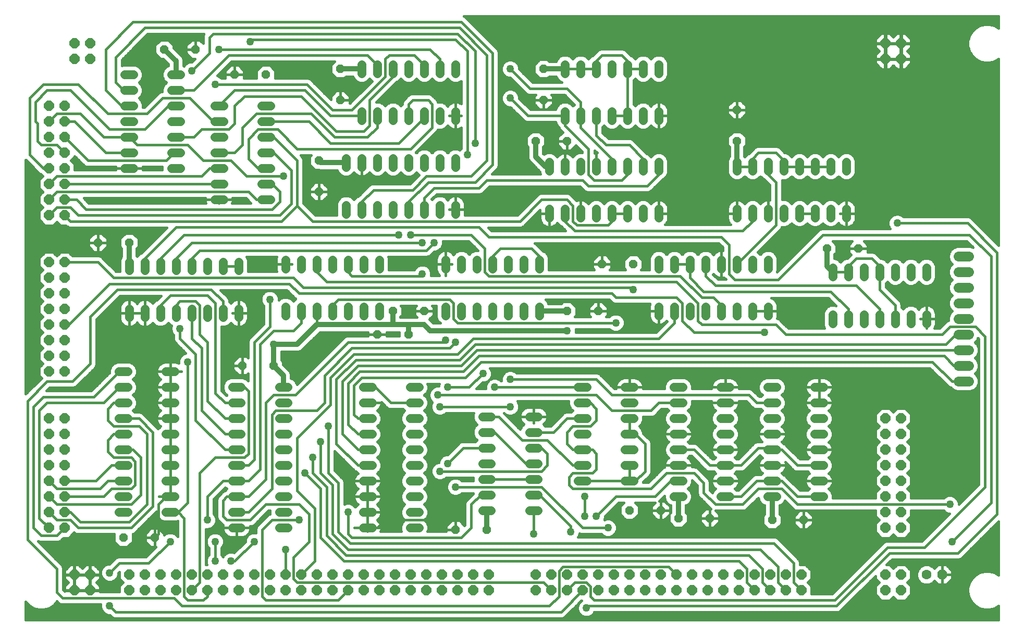
<source format=gbl>
G75*
%MOIN*%
%OFA0B0*%
%FSLAX24Y24*%
%IPPOS*%
%LPD*%
%AMOC8*
5,1,8,0,0,1.08239X$1,22.5*
%
%ADD10C,0.0560*%
%ADD11OC8,0.0560*%
%ADD12OC8,0.0630*%
%ADD13C,0.0630*%
%ADD14OC8,0.0640*%
%ADD15C,0.0640*%
%ADD16C,0.0160*%
%ADD17C,0.0500*%
%ADD18C,0.0320*%
D10*
X010235Y011140D02*
X010795Y011140D01*
X010795Y012140D02*
X010235Y012140D01*
X010235Y013140D02*
X010795Y013140D01*
X010795Y014140D02*
X010235Y014140D01*
X010235Y015140D02*
X010795Y015140D01*
X010795Y016140D02*
X010235Y016140D01*
X010235Y017140D02*
X010795Y017140D01*
X010795Y018140D02*
X010235Y018140D01*
X010235Y019140D02*
X010795Y019140D01*
X010795Y020140D02*
X010235Y020140D01*
X013235Y020140D02*
X013795Y020140D01*
X013795Y019140D02*
X013235Y019140D01*
X013235Y018140D02*
X013795Y018140D01*
X013795Y017140D02*
X013235Y017140D01*
X013235Y016140D02*
X013795Y016140D01*
X013795Y015140D02*
X013235Y015140D01*
X013235Y014140D02*
X013795Y014140D01*
X013795Y013140D02*
X013235Y013140D01*
X013235Y012140D02*
X013795Y012140D01*
X013795Y011140D02*
X013235Y011140D01*
X017485Y011140D02*
X018045Y011140D01*
X018045Y010140D02*
X017485Y010140D01*
X017485Y012140D02*
X018045Y012140D01*
X018045Y013140D02*
X017485Y013140D01*
X017485Y014140D02*
X018045Y014140D01*
X018045Y015140D02*
X017485Y015140D01*
X017485Y016140D02*
X018045Y016140D01*
X018045Y017140D02*
X017485Y017140D01*
X017485Y018140D02*
X018045Y018140D01*
X018045Y019140D02*
X017485Y019140D01*
X020485Y019140D02*
X021045Y019140D01*
X021045Y018140D02*
X020485Y018140D01*
X020485Y017140D02*
X021045Y017140D01*
X021045Y016140D02*
X020485Y016140D01*
X020485Y015140D02*
X021045Y015140D01*
X021045Y014140D02*
X020485Y014140D01*
X020485Y013140D02*
X021045Y013140D01*
X021045Y012140D02*
X020485Y012140D01*
X020485Y011140D02*
X021045Y011140D01*
X021045Y010140D02*
X020485Y010140D01*
X025860Y010140D02*
X026420Y010140D01*
X026420Y011140D02*
X025860Y011140D01*
X025860Y012140D02*
X026420Y012140D01*
X026420Y013140D02*
X025860Y013140D01*
X025860Y014140D02*
X026420Y014140D01*
X026420Y015140D02*
X025860Y015140D01*
X025860Y016140D02*
X026420Y016140D01*
X026420Y017140D02*
X025860Y017140D01*
X025860Y018140D02*
X026420Y018140D01*
X026420Y019140D02*
X025860Y019140D01*
X028860Y019140D02*
X029420Y019140D01*
X029420Y018140D02*
X028860Y018140D01*
X028860Y017140D02*
X029420Y017140D01*
X029420Y016140D02*
X028860Y016140D01*
X028860Y015140D02*
X029420Y015140D01*
X029420Y014140D02*
X028860Y014140D01*
X028860Y013140D02*
X029420Y013140D01*
X029420Y012140D02*
X028860Y012140D01*
X028860Y011140D02*
X029420Y011140D01*
X029420Y010140D02*
X028860Y010140D01*
X033485Y011265D02*
X034045Y011265D01*
X034045Y012265D02*
X033485Y012265D01*
X033485Y013265D02*
X034045Y013265D01*
X034045Y014265D02*
X033485Y014265D01*
X033485Y015265D02*
X034045Y015265D01*
X034045Y016265D02*
X033485Y016265D01*
X033485Y017265D02*
X034045Y017265D01*
X036485Y017265D02*
X037045Y017265D01*
X037045Y016265D02*
X036485Y016265D01*
X036485Y015265D02*
X037045Y015265D01*
X037045Y014265D02*
X036485Y014265D01*
X036485Y013265D02*
X037045Y013265D01*
X037045Y012265D02*
X036485Y012265D01*
X036485Y011265D02*
X037045Y011265D01*
X039610Y013140D02*
X040170Y013140D01*
X040170Y014140D02*
X039610Y014140D01*
X039610Y015140D02*
X040170Y015140D01*
X040170Y016140D02*
X039610Y016140D01*
X039610Y017140D02*
X040170Y017140D01*
X040170Y018140D02*
X039610Y018140D01*
X039610Y019140D02*
X040170Y019140D01*
X042610Y019140D02*
X043170Y019140D01*
X043170Y018140D02*
X042610Y018140D01*
X042610Y017140D02*
X043170Y017140D01*
X043170Y016140D02*
X042610Y016140D01*
X042610Y015140D02*
X043170Y015140D01*
X043170Y014140D02*
X042610Y014140D01*
X042610Y013140D02*
X043170Y013140D01*
X045735Y013140D02*
X046295Y013140D01*
X046295Y012140D02*
X045735Y012140D01*
X045735Y014140D02*
X046295Y014140D01*
X046295Y015140D02*
X045735Y015140D01*
X045735Y016140D02*
X046295Y016140D01*
X046295Y017140D02*
X045735Y017140D01*
X045735Y018140D02*
X046295Y018140D01*
X046295Y019140D02*
X045735Y019140D01*
X048735Y019140D02*
X049295Y019140D01*
X049295Y018140D02*
X048735Y018140D01*
X048735Y017140D02*
X049295Y017140D01*
X049295Y016140D02*
X048735Y016140D01*
X048735Y015140D02*
X049295Y015140D01*
X049295Y014140D02*
X048735Y014140D01*
X048735Y013140D02*
X049295Y013140D01*
X049295Y012140D02*
X048735Y012140D01*
X051735Y012140D02*
X052295Y012140D01*
X052295Y013140D02*
X051735Y013140D01*
X051735Y014140D02*
X052295Y014140D01*
X052295Y015140D02*
X051735Y015140D01*
X051735Y016140D02*
X052295Y016140D01*
X052295Y017140D02*
X051735Y017140D01*
X051735Y018140D02*
X052295Y018140D01*
X052295Y019140D02*
X051735Y019140D01*
X054735Y019140D02*
X055295Y019140D01*
X055295Y018140D02*
X054735Y018140D01*
X054735Y017140D02*
X055295Y017140D01*
X055295Y016140D02*
X054735Y016140D01*
X054735Y015140D02*
X055295Y015140D01*
X055295Y014140D02*
X054735Y014140D01*
X054735Y013140D02*
X055295Y013140D01*
X055295Y012140D02*
X054735Y012140D01*
X055890Y023235D02*
X055890Y023795D01*
X056890Y023795D02*
X056890Y023235D01*
X057890Y023235D02*
X057890Y023795D01*
X058890Y023795D02*
X058890Y023235D01*
X059890Y023235D02*
X059890Y023795D01*
X060890Y023795D02*
X060890Y023235D01*
X061890Y023235D02*
X061890Y023795D01*
X061890Y026235D02*
X061890Y026795D01*
X060890Y026795D02*
X060890Y026235D01*
X059890Y026235D02*
X059890Y026795D01*
X058890Y026795D02*
X058890Y026235D01*
X057890Y026235D02*
X057890Y026795D01*
X056890Y026795D02*
X056890Y026235D01*
X055890Y026235D02*
X055890Y026795D01*
X051765Y026735D02*
X051765Y027295D01*
X050765Y027295D02*
X050765Y026735D01*
X049765Y026735D02*
X049765Y027295D01*
X048765Y027295D02*
X048765Y026735D01*
X047765Y026735D02*
X047765Y027295D01*
X046765Y027295D02*
X046765Y026735D01*
X045765Y026735D02*
X045765Y027295D01*
X044765Y027295D02*
X044765Y026735D01*
X044765Y024295D02*
X044765Y023735D01*
X045765Y023735D02*
X045765Y024295D01*
X046765Y024295D02*
X046765Y023735D01*
X047765Y023735D02*
X047765Y024295D01*
X048765Y024295D02*
X048765Y023735D01*
X049765Y023735D02*
X049765Y024295D01*
X050765Y024295D02*
X050765Y023735D01*
X051765Y023735D02*
X051765Y024295D01*
X051765Y029985D02*
X051765Y030545D01*
X052765Y030545D02*
X052765Y029985D01*
X053765Y029985D02*
X053765Y030545D01*
X054765Y030545D02*
X054765Y029985D01*
X055765Y029985D02*
X055765Y030545D01*
X056765Y030545D02*
X056765Y029985D01*
X056765Y032985D02*
X056765Y033545D01*
X055765Y033545D02*
X055765Y032985D01*
X054765Y032985D02*
X054765Y033545D01*
X053765Y033545D02*
X053765Y032985D01*
X052765Y032985D02*
X052765Y033545D01*
X051765Y033545D02*
X051765Y032985D01*
X050765Y032985D02*
X050765Y033545D01*
X049765Y033545D02*
X049765Y032985D01*
X049765Y030545D02*
X049765Y029985D01*
X050765Y029985D02*
X050765Y030545D01*
X044765Y030545D02*
X044765Y029985D01*
X043765Y029985D02*
X043765Y030545D01*
X042765Y030545D02*
X042765Y029985D01*
X041765Y029985D02*
X041765Y030545D01*
X040765Y030545D02*
X040765Y029985D01*
X039765Y029985D02*
X039765Y030545D01*
X038765Y030545D02*
X038765Y029985D01*
X037765Y029985D02*
X037765Y030545D01*
X037765Y032985D02*
X037765Y033545D01*
X038765Y033545D02*
X038765Y032985D01*
X039765Y032985D02*
X039765Y033545D01*
X040765Y033545D02*
X040765Y032985D01*
X041765Y032985D02*
X041765Y033545D01*
X042765Y033545D02*
X042765Y032985D01*
X043765Y032985D02*
X043765Y033545D01*
X044765Y033545D02*
X044765Y032985D01*
X044765Y036235D02*
X044765Y036795D01*
X043765Y036795D02*
X043765Y036235D01*
X042765Y036235D02*
X042765Y036795D01*
X041765Y036795D02*
X041765Y036235D01*
X040765Y036235D02*
X040765Y036795D01*
X039765Y036795D02*
X039765Y036235D01*
X038765Y036235D02*
X038765Y036795D01*
X038765Y039235D02*
X038765Y039795D01*
X039765Y039795D02*
X039765Y039235D01*
X040765Y039235D02*
X040765Y039795D01*
X041765Y039795D02*
X041765Y039235D01*
X042765Y039235D02*
X042765Y039795D01*
X043765Y039795D02*
X043765Y039235D01*
X044765Y039235D02*
X044765Y039795D01*
X031765Y039795D02*
X031765Y039235D01*
X030765Y039235D02*
X030765Y039795D01*
X029765Y039795D02*
X029765Y039235D01*
X028765Y039235D02*
X028765Y039795D01*
X027765Y039795D02*
X027765Y039235D01*
X026765Y039235D02*
X026765Y039795D01*
X025765Y039795D02*
X025765Y039235D01*
X025765Y036795D02*
X025765Y036235D01*
X026765Y036235D02*
X026765Y036795D01*
X027765Y036795D02*
X027765Y036235D01*
X028765Y036235D02*
X028765Y036795D01*
X029765Y036795D02*
X029765Y036235D01*
X030765Y036235D02*
X030765Y036795D01*
X031765Y036795D02*
X031765Y036235D01*
X031765Y033795D02*
X031765Y033235D01*
X030765Y033235D02*
X030765Y033795D01*
X029765Y033795D02*
X029765Y033235D01*
X028765Y033235D02*
X028765Y033795D01*
X027765Y033795D02*
X027765Y033235D01*
X026765Y033235D02*
X026765Y033795D01*
X025765Y033795D02*
X025765Y033235D01*
X024765Y033235D02*
X024765Y033795D01*
X024765Y030795D02*
X024765Y030235D01*
X025765Y030235D02*
X025765Y030795D01*
X026765Y030795D02*
X026765Y030235D01*
X027765Y030235D02*
X027765Y030795D01*
X028765Y030795D02*
X028765Y030235D01*
X029765Y030235D02*
X029765Y030795D01*
X030765Y030795D02*
X030765Y030235D01*
X031765Y030235D02*
X031765Y030795D01*
X032140Y027295D02*
X032140Y026735D01*
X033140Y026735D02*
X033140Y027295D01*
X034140Y027295D02*
X034140Y026735D01*
X035140Y026735D02*
X035140Y027295D01*
X036140Y027295D02*
X036140Y026735D01*
X037140Y026735D02*
X037140Y027295D01*
X037140Y024295D02*
X037140Y023735D01*
X036140Y023735D02*
X036140Y024295D01*
X035140Y024295D02*
X035140Y023735D01*
X034140Y023735D02*
X034140Y024295D01*
X033140Y024295D02*
X033140Y023735D01*
X032140Y023735D02*
X032140Y024295D01*
X031140Y024295D02*
X031140Y023735D01*
X031140Y026735D02*
X031140Y027295D01*
X026890Y027295D02*
X026890Y026735D01*
X025890Y026735D02*
X025890Y027295D01*
X024890Y027295D02*
X024890Y026735D01*
X023890Y026735D02*
X023890Y027295D01*
X022890Y027295D02*
X022890Y026735D01*
X021890Y026735D02*
X021890Y027295D01*
X020890Y027295D02*
X020890Y026735D01*
X017890Y026610D02*
X017890Y027170D01*
X016890Y027170D02*
X016890Y026610D01*
X015890Y026610D02*
X015890Y027170D01*
X014890Y027170D02*
X014890Y026610D01*
X013890Y026610D02*
X013890Y027170D01*
X012890Y027170D02*
X012890Y026610D01*
X011890Y026610D02*
X011890Y027170D01*
X010890Y027170D02*
X010890Y026610D01*
X010890Y024170D02*
X010890Y023610D01*
X011890Y023610D02*
X011890Y024170D01*
X012890Y024170D02*
X012890Y023610D01*
X013890Y023610D02*
X013890Y024170D01*
X014890Y024170D02*
X014890Y023610D01*
X015890Y023610D02*
X015890Y024170D01*
X016890Y024170D02*
X016890Y023610D01*
X017890Y023610D02*
X017890Y024170D01*
X020890Y024295D02*
X020890Y023735D01*
X021890Y023735D02*
X021890Y024295D01*
X022890Y024295D02*
X022890Y023735D01*
X023890Y023735D02*
X023890Y024295D01*
X024890Y024295D02*
X024890Y023735D01*
X025890Y023735D02*
X025890Y024295D01*
X026890Y024295D02*
X026890Y023735D01*
X019920Y031140D02*
X019360Y031140D01*
X019360Y032140D02*
X019920Y032140D01*
X019920Y033140D02*
X019360Y033140D01*
X019360Y034140D02*
X019920Y034140D01*
X019920Y035140D02*
X019360Y035140D01*
X019360Y036140D02*
X019920Y036140D01*
X019920Y037140D02*
X019360Y037140D01*
X016920Y037140D02*
X016360Y037140D01*
X016360Y036140D02*
X016920Y036140D01*
X016920Y035140D02*
X016360Y035140D01*
X016360Y034140D02*
X016920Y034140D01*
X016920Y033140D02*
X016360Y033140D01*
X016360Y032140D02*
X016920Y032140D01*
X016920Y031140D02*
X016360Y031140D01*
X014170Y033140D02*
X013610Y033140D01*
X013610Y034140D02*
X014170Y034140D01*
X014170Y035140D02*
X013610Y035140D01*
X013610Y036140D02*
X014170Y036140D01*
X014170Y037140D02*
X013610Y037140D01*
X013610Y038140D02*
X014170Y038140D01*
X014170Y039140D02*
X013610Y039140D01*
X011170Y039140D02*
X010610Y039140D01*
X010610Y038140D02*
X011170Y038140D01*
X011170Y037140D02*
X010610Y037140D01*
X010610Y036140D02*
X011170Y036140D01*
X011170Y035140D02*
X010610Y035140D01*
X010610Y034140D02*
X011170Y034140D01*
X011170Y033140D02*
X010610Y033140D01*
D11*
X010890Y028390D03*
X008890Y028390D03*
X018140Y020515D03*
X020140Y020515D03*
X026765Y022515D03*
X027765Y024015D03*
X029765Y024015D03*
X028765Y022515D03*
X038890Y024015D03*
X040890Y024015D03*
X041140Y027015D03*
X043140Y027015D03*
X038890Y034890D03*
X036890Y034890D03*
X037390Y037515D03*
X037390Y039515D03*
X049765Y036890D03*
X049765Y034890D03*
X055515Y028015D03*
X057515Y028015D03*
X044890Y011265D03*
X046015Y010765D03*
X048015Y010765D03*
X052015Y010640D03*
X054015Y010640D03*
X042890Y011265D03*
X033765Y010015D03*
X031765Y010015D03*
X012515Y009515D03*
X010515Y009515D03*
X023015Y031640D03*
X023015Y033640D03*
X024390Y037515D03*
X024390Y039515D03*
X019640Y039140D03*
X017640Y039140D03*
X015140Y040765D03*
X013140Y040765D03*
D12*
X062890Y007140D03*
D13*
X061890Y007140D03*
D14*
X060265Y007140D03*
X059265Y007140D03*
X059265Y006140D03*
X060265Y006140D03*
X060265Y010140D03*
X059265Y010140D03*
X059265Y011140D03*
X060265Y011140D03*
X060265Y012140D03*
X059265Y012140D03*
X059265Y013140D03*
X060265Y013140D03*
X060265Y014140D03*
X059265Y014140D03*
X059265Y015140D03*
X060265Y015140D03*
X060265Y016140D03*
X059265Y016140D03*
X059265Y017140D03*
X060265Y017140D03*
X053890Y007140D03*
X053890Y006140D03*
X052890Y006140D03*
X051890Y006140D03*
X051890Y007140D03*
X052890Y007140D03*
X050890Y007140D03*
X049890Y007140D03*
X049890Y006140D03*
X050890Y006140D03*
X048890Y006140D03*
X047890Y006140D03*
X046890Y006140D03*
X046890Y007140D03*
X047890Y007140D03*
X048890Y007140D03*
X045890Y007140D03*
X044890Y007140D03*
X044890Y006140D03*
X045890Y006140D03*
X043890Y006140D03*
X042890Y006140D03*
X041890Y006140D03*
X041890Y007140D03*
X042890Y007140D03*
X043890Y007140D03*
X040890Y007140D03*
X039890Y007140D03*
X039890Y006140D03*
X040890Y006140D03*
X038890Y006140D03*
X037890Y006140D03*
X036890Y006140D03*
X036890Y007140D03*
X037890Y007140D03*
X038890Y007140D03*
X033890Y007140D03*
X032890Y007140D03*
X032890Y006140D03*
X033890Y006140D03*
X031890Y006140D03*
X030890Y006140D03*
X029890Y006140D03*
X029890Y007140D03*
X030890Y007140D03*
X031890Y007140D03*
X028890Y007140D03*
X027890Y007140D03*
X027890Y006140D03*
X028890Y006140D03*
X026890Y006140D03*
X025890Y006140D03*
X024890Y006140D03*
X024890Y007140D03*
X025890Y007140D03*
X026890Y007140D03*
X023890Y007140D03*
X022890Y007140D03*
X022890Y006140D03*
X023890Y006140D03*
X021890Y006140D03*
X020890Y006140D03*
X019890Y006140D03*
X019890Y007140D03*
X020890Y007140D03*
X021890Y007140D03*
X018890Y007140D03*
X017890Y007140D03*
X017890Y006140D03*
X018890Y006140D03*
X016890Y006140D03*
X015890Y006140D03*
X015890Y007140D03*
X016890Y007140D03*
X014890Y007140D03*
X013890Y007140D03*
X012890Y007140D03*
X012890Y006140D03*
X013890Y006140D03*
X014890Y006140D03*
X011890Y006140D03*
X010890Y006140D03*
X010890Y007140D03*
X011890Y007140D03*
X008390Y007140D03*
X007390Y007140D03*
X007390Y006140D03*
X008390Y006140D03*
X006765Y010140D03*
X005765Y010140D03*
X005765Y011140D03*
X006765Y011140D03*
X006765Y012140D03*
X005765Y012140D03*
X005765Y013140D03*
X006765Y013140D03*
X006765Y014140D03*
X005765Y014140D03*
X005765Y015140D03*
X006765Y015140D03*
X006765Y016140D03*
X005765Y016140D03*
X005765Y017140D03*
X006765Y017140D03*
X006765Y020140D03*
X005765Y020140D03*
X005765Y021140D03*
X006765Y021140D03*
X006765Y022140D03*
X005765Y022140D03*
X005765Y023140D03*
X006765Y023140D03*
X006765Y024140D03*
X005765Y024140D03*
X005765Y025140D03*
X006765Y025140D03*
X006765Y026140D03*
X005765Y026140D03*
X005765Y027140D03*
X006765Y027140D03*
X006765Y030140D03*
X005765Y030140D03*
X005765Y031140D03*
X006765Y031140D03*
X006765Y032140D03*
X005765Y032140D03*
X005765Y033140D03*
X006765Y033140D03*
X006765Y034140D03*
X005765Y034140D03*
X005765Y035140D03*
X006765Y035140D03*
X006765Y036140D03*
X005765Y036140D03*
X005765Y037140D03*
X006765Y037140D03*
X007390Y040140D03*
X008390Y040140D03*
X008390Y041140D03*
X007390Y041140D03*
X059265Y041140D03*
X060265Y041140D03*
X060265Y040140D03*
X059265Y040140D03*
D15*
X063945Y027515D02*
X064585Y027515D01*
X064585Y026515D02*
X063945Y026515D01*
X063945Y025515D02*
X064585Y025515D01*
X064585Y024515D02*
X063945Y024515D01*
X063945Y023515D02*
X064585Y023515D01*
X064585Y022515D02*
X063945Y022515D01*
X063945Y021515D02*
X064585Y021515D01*
X064585Y020515D02*
X063945Y020515D01*
X063945Y019515D02*
X064585Y019515D01*
D16*
X004270Y005423D02*
X004270Y004270D01*
X066502Y004270D01*
X066502Y005157D01*
X066236Y005003D01*
X065926Y004920D01*
X065604Y004920D01*
X065294Y005003D01*
X065016Y005164D01*
X064789Y005391D01*
X064628Y005669D01*
X064545Y005979D01*
X064545Y006301D01*
X064628Y006611D01*
X064789Y006889D01*
X065016Y007116D01*
X065294Y007277D01*
X065604Y007360D01*
X065926Y007360D01*
X066236Y007277D01*
X066502Y007123D01*
X066502Y010561D01*
X064117Y008176D01*
X063970Y008115D01*
X059681Y008115D01*
X059346Y007780D01*
X059530Y007780D01*
X059765Y007545D01*
X060000Y007780D01*
X060530Y007780D01*
X060905Y007405D01*
X060905Y006875D01*
X060670Y006640D01*
X060905Y006405D01*
X060905Y005875D01*
X060530Y005500D01*
X060000Y005500D01*
X059765Y005735D01*
X059530Y005500D01*
X059000Y005500D01*
X058625Y005875D01*
X058625Y006405D01*
X058860Y006640D01*
X058625Y006875D01*
X058625Y007059D01*
X056479Y004913D01*
X056479Y004913D01*
X056367Y004801D01*
X056220Y004740D01*
X040643Y004740D01*
X040623Y004692D01*
X040463Y004532D01*
X040253Y004445D01*
X040027Y004445D01*
X039817Y004532D01*
X039657Y004692D01*
X039570Y004902D01*
X039570Y005128D01*
X039657Y005338D01*
X039817Y005498D01*
X039821Y005500D01*
X039816Y005500D01*
X038742Y004426D01*
X038595Y004365D01*
X009935Y004365D01*
X009788Y004426D01*
X009676Y004538D01*
X009644Y004570D01*
X009527Y004570D01*
X009317Y004657D01*
X009157Y004817D01*
X009070Y005027D01*
X009070Y005240D01*
X006560Y005240D01*
X006413Y005301D01*
X006271Y005443D01*
X006241Y005391D01*
X006014Y005164D01*
X005736Y005003D01*
X005426Y004920D01*
X005104Y004920D01*
X004794Y005003D01*
X004516Y005164D01*
X004289Y005391D01*
X004270Y005423D01*
X004270Y005317D02*
X004363Y005317D01*
X004270Y005158D02*
X004526Y005158D01*
X004270Y005000D02*
X004808Y005000D01*
X004270Y004841D02*
X009147Y004841D01*
X009081Y005000D02*
X005722Y005000D01*
X006004Y005158D02*
X009070Y005158D01*
X009291Y004683D02*
X004270Y004683D01*
X004270Y004524D02*
X009690Y004524D01*
X009934Y004366D02*
X004270Y004366D01*
X006167Y005317D02*
X006398Y005317D01*
X006640Y005640D02*
X006265Y006015D01*
X006265Y007515D01*
X004390Y009390D01*
X004390Y018265D01*
X005640Y019515D01*
X007265Y019515D01*
X008390Y020640D01*
X008390Y023640D01*
X010140Y025390D01*
X016140Y025390D01*
X016890Y024640D01*
X016890Y023890D01*
X017490Y023890D02*
X017890Y023890D01*
X017890Y023890D01*
X017890Y024770D01*
X017937Y024770D01*
X018030Y024755D01*
X018120Y024726D01*
X018204Y024683D01*
X018281Y024628D01*
X018348Y024561D01*
X018403Y024484D01*
X018446Y024400D01*
X018475Y024310D01*
X018490Y024217D01*
X018490Y023890D01*
X017890Y023890D01*
X017890Y023890D01*
X017890Y023890D01*
X017490Y023890D01*
X017490Y023890D01*
X017890Y023890D02*
X017890Y024770D01*
X017843Y024770D01*
X017749Y024755D01*
X017660Y024726D01*
X017576Y024683D01*
X017499Y024628D01*
X017432Y024561D01*
X017397Y024512D01*
X017290Y024619D01*
X017290Y024720D01*
X017229Y024867D01*
X017117Y024979D01*
X016731Y025365D01*
X020974Y025365D01*
X021538Y024801D01*
X021545Y024798D01*
X021390Y024644D01*
X021230Y024804D01*
X021009Y024895D01*
X020771Y024895D01*
X020550Y024804D01*
X020460Y024714D01*
X020460Y024878D01*
X020373Y025088D01*
X020213Y025248D01*
X020003Y025335D01*
X019777Y025335D01*
X019567Y025248D01*
X019407Y025088D01*
X019320Y024878D01*
X019320Y024652D01*
X019407Y024442D01*
X019490Y024359D01*
X019490Y023181D01*
X018551Y022242D01*
X018490Y022095D01*
X018490Y021014D01*
X018389Y021115D01*
X018140Y021115D01*
X018140Y020515D01*
X018140Y020515D01*
X018140Y019915D01*
X018389Y019915D01*
X018490Y020016D01*
X018490Y019544D01*
X018385Y019649D01*
X018164Y019740D01*
X017366Y019740D01*
X017145Y019649D01*
X016976Y019480D01*
X016885Y019259D01*
X016885Y019021D01*
X016976Y018800D01*
X017136Y018640D01*
X017109Y018612D01*
X016790Y018931D01*
X016790Y023010D01*
X017009Y023010D01*
X017230Y023101D01*
X017397Y023268D01*
X017432Y023219D01*
X017499Y023152D01*
X017576Y023097D01*
X017660Y023054D01*
X017749Y023025D01*
X017843Y023010D01*
X017890Y023010D01*
X017937Y023010D01*
X018030Y023025D01*
X018120Y023054D01*
X018204Y023097D01*
X018281Y023152D01*
X018348Y023219D01*
X018403Y023296D01*
X018446Y023380D01*
X018475Y023469D01*
X018490Y023563D01*
X018490Y023890D01*
X017890Y023890D01*
X017890Y023010D01*
X017890Y023890D01*
X017890Y023890D01*
X017890Y023861D02*
X017890Y023861D01*
X017890Y023703D02*
X017890Y023703D01*
X017890Y023544D02*
X017890Y023544D01*
X017890Y023386D02*
X017890Y023386D01*
X017890Y023227D02*
X017890Y023227D01*
X017890Y023069D02*
X017890Y023069D01*
X018149Y023069D02*
X019378Y023069D01*
X019490Y023227D02*
X018353Y023227D01*
X018448Y023386D02*
X019490Y023386D01*
X019490Y023544D02*
X018487Y023544D01*
X018490Y023703D02*
X019490Y023703D01*
X019490Y023861D02*
X018490Y023861D01*
X018490Y024020D02*
X019490Y024020D01*
X019490Y024178D02*
X018490Y024178D01*
X018467Y024337D02*
X019490Y024337D01*
X019385Y024495D02*
X018395Y024495D01*
X018245Y024654D02*
X019320Y024654D01*
X019320Y024812D02*
X017252Y024812D01*
X017290Y024654D02*
X017535Y024654D01*
X017890Y024654D02*
X017890Y024654D01*
X017890Y024495D02*
X017890Y024495D01*
X017890Y024337D02*
X017890Y024337D01*
X017890Y024178D02*
X017890Y024178D01*
X017890Y024020D02*
X017890Y024020D01*
X017427Y023227D02*
X017356Y023227D01*
X017151Y023069D02*
X017631Y023069D01*
X016790Y022910D02*
X019219Y022910D01*
X019061Y022752D02*
X016790Y022752D01*
X016790Y022593D02*
X018902Y022593D01*
X018744Y022435D02*
X016790Y022435D01*
X016790Y022276D02*
X018585Y022276D01*
X018500Y022118D02*
X016790Y022118D01*
X016790Y021959D02*
X018490Y021959D01*
X018490Y021801D02*
X016790Y021801D01*
X016790Y021642D02*
X018490Y021642D01*
X018490Y021484D02*
X016790Y021484D01*
X016790Y021325D02*
X018490Y021325D01*
X018490Y021167D02*
X016790Y021167D01*
X016790Y021008D02*
X017784Y021008D01*
X017891Y021115D02*
X017540Y020764D01*
X017540Y020515D01*
X018140Y020515D01*
X018140Y020515D01*
X018140Y020515D01*
X018140Y021115D01*
X017891Y021115D01*
X018140Y021008D02*
X018140Y021008D01*
X018140Y020850D02*
X018140Y020850D01*
X018140Y020691D02*
X018140Y020691D01*
X018140Y020533D02*
X018140Y020533D01*
X018140Y020515D02*
X017540Y020515D01*
X017540Y020266D01*
X017891Y019915D01*
X018140Y019915D01*
X018140Y020515D01*
X018140Y020374D02*
X018140Y020374D01*
X018140Y020216D02*
X018140Y020216D01*
X018140Y020057D02*
X018140Y020057D01*
X018490Y019899D02*
X016790Y019899D01*
X016790Y020057D02*
X017749Y020057D01*
X017591Y020216D02*
X016790Y020216D01*
X016790Y020374D02*
X017540Y020374D01*
X017540Y020533D02*
X016790Y020533D01*
X016790Y020691D02*
X017540Y020691D01*
X017626Y020850D02*
X016790Y020850D01*
X015890Y022015D02*
X015390Y022515D01*
X015390Y024390D01*
X015140Y024640D01*
X014140Y024640D01*
X013890Y024390D01*
X013890Y023890D01*
X013390Y023261D02*
X013550Y023101D01*
X013602Y023080D01*
X013570Y023003D01*
X013570Y022777D01*
X013657Y022567D01*
X013740Y022484D01*
X013740Y022185D01*
X013801Y022038D01*
X013913Y021926D01*
X014511Y021328D01*
X014317Y021248D01*
X014157Y021088D01*
X014070Y020878D01*
X014070Y020673D01*
X014025Y020696D01*
X013935Y020725D01*
X013842Y020740D01*
X013515Y020740D01*
X013515Y020140D01*
X013515Y020140D01*
X014240Y020140D01*
X014240Y020140D01*
X013515Y020140D01*
X013515Y020140D01*
X013515Y020140D01*
X012635Y020140D01*
X012635Y020187D01*
X012650Y020280D01*
X012679Y020370D01*
X012722Y020454D01*
X012777Y020531D01*
X012844Y020598D01*
X012921Y020653D01*
X013005Y020696D01*
X013094Y020725D01*
X013188Y020740D01*
X013515Y020740D01*
X013515Y020140D01*
X013515Y019740D01*
X013515Y019140D01*
X013515Y019140D01*
X013515Y018540D01*
X013515Y018140D01*
X013515Y018140D01*
X013515Y019140D01*
X013515Y019140D01*
X013515Y019140D01*
X012635Y019140D01*
X012635Y019187D01*
X012650Y019280D01*
X012679Y019370D01*
X012722Y019454D01*
X012777Y019531D01*
X012844Y019598D01*
X012902Y019640D01*
X012844Y019682D01*
X012777Y019749D01*
X012722Y019826D01*
X012679Y019910D01*
X012650Y019999D01*
X012635Y020093D01*
X012635Y020140D01*
X013515Y020140D01*
X013515Y020140D01*
X013515Y019140D01*
X012635Y019140D01*
X012635Y019093D01*
X012650Y018999D01*
X012679Y018910D01*
X012722Y018826D01*
X012777Y018749D01*
X012844Y018682D01*
X012902Y018640D01*
X012844Y018598D01*
X012777Y018531D01*
X012722Y018454D01*
X012679Y018370D01*
X012650Y018280D01*
X012635Y018187D01*
X012635Y018140D01*
X013515Y018140D01*
X013515Y018140D01*
X013515Y017540D01*
X013515Y017140D01*
X013515Y017140D01*
X013515Y017140D01*
X012635Y017140D01*
X012635Y017187D01*
X012650Y017280D01*
X012679Y017370D01*
X012722Y017454D01*
X012777Y017531D01*
X012844Y017598D01*
X012902Y017640D01*
X012844Y017682D01*
X012777Y017749D01*
X012722Y017826D01*
X012679Y017910D01*
X012650Y017999D01*
X012635Y018093D01*
X012635Y018140D01*
X013515Y018140D01*
X013515Y018140D01*
X013515Y017140D01*
X013515Y016140D01*
X013515Y016140D01*
X013515Y016740D01*
X013515Y017140D01*
X013515Y017140D01*
X012635Y017140D01*
X012635Y017093D01*
X012650Y016999D01*
X012679Y016910D01*
X012722Y016826D01*
X012777Y016749D01*
X012844Y016682D01*
X012902Y016640D01*
X012844Y016598D01*
X012777Y016531D01*
X012736Y016474D01*
X012729Y016492D01*
X011854Y017367D01*
X011742Y017479D01*
X011595Y017540D01*
X011244Y017540D01*
X011144Y017640D01*
X011304Y017800D01*
X011395Y018021D01*
X011395Y018259D01*
X011304Y018480D01*
X011144Y018640D01*
X011304Y018800D01*
X011395Y019021D01*
X011395Y019259D01*
X011304Y019480D01*
X011144Y019640D01*
X011304Y019800D01*
X011395Y020021D01*
X011395Y020259D01*
X011304Y020480D01*
X011135Y020649D01*
X010914Y020740D01*
X010116Y020740D01*
X009895Y020649D01*
X009726Y020480D01*
X009635Y020259D01*
X009635Y020076D01*
X008474Y018915D01*
X005606Y018915D01*
X005806Y019115D01*
X007345Y019115D01*
X007492Y019176D01*
X008617Y020301D01*
X008729Y020413D01*
X008790Y020560D01*
X008790Y023474D01*
X010306Y024990D01*
X012924Y024990D01*
X012663Y024729D01*
X012657Y024723D01*
X012550Y024679D01*
X012383Y024512D01*
X012348Y024561D01*
X012281Y024628D01*
X012204Y024683D01*
X012120Y024726D01*
X012030Y024755D01*
X011937Y024770D01*
X011890Y024770D01*
X011890Y023890D01*
X011890Y023890D01*
X011890Y023890D01*
X010890Y023890D01*
X010890Y023890D01*
X010890Y023890D01*
X010890Y024770D01*
X010937Y024770D01*
X011030Y024755D01*
X011120Y024726D01*
X011204Y024683D01*
X011281Y024628D01*
X011348Y024561D01*
X011390Y024503D01*
X011432Y024561D01*
X011499Y024628D01*
X011576Y024683D01*
X011660Y024726D01*
X011749Y024755D01*
X011843Y024770D01*
X011890Y024770D01*
X011890Y023890D01*
X011890Y023010D01*
X011937Y023010D01*
X012030Y023025D01*
X012120Y023054D01*
X012204Y023097D01*
X012281Y023152D01*
X012348Y023219D01*
X012383Y023268D01*
X012550Y023101D01*
X012771Y023010D01*
X013009Y023010D01*
X013230Y023101D01*
X013390Y023261D01*
X013356Y023227D02*
X013424Y023227D01*
X013597Y023069D02*
X013151Y023069D01*
X013570Y022910D02*
X008790Y022910D01*
X008790Y022752D02*
X013580Y022752D01*
X013646Y022593D02*
X008790Y022593D01*
X008790Y022435D02*
X013740Y022435D01*
X013740Y022276D02*
X008790Y022276D01*
X008790Y022118D02*
X013768Y022118D01*
X013880Y021959D02*
X008790Y021959D01*
X008790Y021801D02*
X014039Y021801D01*
X014197Y021642D02*
X008790Y021642D01*
X008790Y021484D02*
X014356Y021484D01*
X014503Y021325D02*
X008790Y021325D01*
X008790Y021167D02*
X014235Y021167D01*
X014124Y021008D02*
X008790Y021008D01*
X008790Y020850D02*
X014070Y020850D01*
X014070Y020691D02*
X014035Y020691D01*
X013515Y020691D02*
X013515Y020691D01*
X013515Y020533D02*
X013515Y020533D01*
X013515Y020374D02*
X013515Y020374D01*
X013515Y020216D02*
X013515Y020216D01*
X013515Y020057D02*
X013515Y020057D01*
X013515Y019899D02*
X013515Y019899D01*
X013515Y019740D02*
X013515Y019740D01*
X013515Y019582D02*
X013515Y019582D01*
X013515Y019423D02*
X013515Y019423D01*
X013515Y019265D02*
X013515Y019265D01*
X013515Y019106D02*
X013515Y019106D01*
X013515Y018948D02*
X013515Y018948D01*
X013515Y018789D02*
X013515Y018789D01*
X013515Y018631D02*
X013515Y018631D01*
X013515Y018472D02*
X013515Y018472D01*
X013515Y018314D02*
X013515Y018314D01*
X013515Y018155D02*
X013515Y018155D01*
X013515Y017997D02*
X013515Y017997D01*
X013515Y017838D02*
X013515Y017838D01*
X013515Y017680D02*
X013515Y017680D01*
X013515Y017521D02*
X013515Y017521D01*
X013515Y017363D02*
X013515Y017363D01*
X013515Y017204D02*
X013515Y017204D01*
X013515Y017046D02*
X013515Y017046D01*
X013515Y016887D02*
X013515Y016887D01*
X013515Y016729D02*
X013515Y016729D01*
X013515Y016570D02*
X013515Y016570D01*
X013515Y016412D02*
X013515Y016412D01*
X013515Y016253D02*
X013515Y016253D01*
X013515Y016140D02*
X013515Y015140D01*
X013515Y015140D01*
X013515Y014540D01*
X013515Y014140D01*
X013515Y014140D01*
X013515Y013540D01*
X013515Y013140D01*
X013515Y013140D01*
X013515Y012740D01*
X013515Y012140D01*
X013265Y012140D01*
X012765Y011640D01*
X012765Y009765D01*
X012515Y009515D01*
X012515Y009515D01*
X012515Y010115D01*
X012764Y010115D01*
X013115Y009764D01*
X013115Y009671D01*
X013192Y009748D01*
X013402Y009835D01*
X013628Y009835D01*
X013838Y009748D01*
X013990Y009596D01*
X013990Y010571D01*
X013914Y010540D01*
X013116Y010540D01*
X012895Y010631D01*
X012726Y010800D01*
X012635Y011021D01*
X012635Y011194D01*
X012617Y011176D01*
X011242Y009801D01*
X011115Y009748D01*
X011115Y009266D01*
X010764Y008915D01*
X010266Y008915D01*
X009915Y009266D01*
X009915Y009740D01*
X007560Y009740D01*
X007413Y009801D01*
X007372Y009842D01*
X007030Y009500D01*
X006691Y009500D01*
X006604Y009413D01*
X006492Y009301D01*
X006345Y009240D01*
X005185Y009240D01*
X005049Y009296D01*
X006492Y007854D01*
X006492Y007854D01*
X006604Y007742D01*
X006665Y007595D01*
X006665Y006181D01*
X006750Y006096D01*
X006750Y006120D01*
X007370Y006120D01*
X007370Y006160D01*
X007370Y007120D01*
X007410Y007120D01*
X007410Y007160D01*
X007370Y007160D01*
X007370Y007780D01*
X007125Y007780D01*
X006750Y007405D01*
X006750Y007160D01*
X007370Y007160D01*
X007370Y007120D01*
X006750Y007120D01*
X006750Y006875D01*
X006985Y006640D01*
X006750Y006405D01*
X006750Y006160D01*
X007370Y006160D01*
X007410Y006160D01*
X007410Y006500D01*
X007410Y007120D01*
X007750Y007120D01*
X008370Y007120D01*
X008370Y007160D01*
X008370Y007780D01*
X008125Y007780D01*
X007890Y007545D01*
X007655Y007780D01*
X007410Y007780D01*
X007410Y007160D01*
X008370Y007160D01*
X008410Y007160D01*
X008410Y007780D01*
X008655Y007780D01*
X009030Y007405D01*
X009030Y007160D01*
X008410Y007160D01*
X008410Y007120D01*
X009030Y007120D01*
X009030Y006875D01*
X008795Y006640D01*
X009030Y006405D01*
X009030Y006160D01*
X008410Y006160D01*
X008410Y006120D01*
X009030Y006120D01*
X009030Y006040D01*
X010250Y006040D01*
X010250Y006405D01*
X010485Y006640D01*
X010250Y006875D01*
X010250Y007309D01*
X010210Y007269D01*
X010210Y007152D01*
X010123Y006942D01*
X009963Y006782D01*
X009753Y006695D01*
X009527Y006695D01*
X009317Y006782D01*
X009157Y006942D01*
X009070Y007152D01*
X009070Y007378D01*
X009157Y007588D01*
X009317Y007748D01*
X009527Y007835D01*
X009644Y007835D01*
X009926Y008117D01*
X010038Y008229D01*
X010185Y008290D01*
X011974Y008290D01*
X012599Y008915D01*
X012515Y008915D01*
X012515Y009515D01*
X012515Y009515D01*
X012515Y009515D01*
X011915Y009515D01*
X011915Y009764D01*
X012266Y010115D01*
X012515Y010115D01*
X012515Y009515D01*
X012515Y008915D01*
X012266Y008915D01*
X011915Y009266D01*
X011915Y009515D01*
X012515Y009515D01*
X012515Y009438D02*
X012515Y009438D01*
X012515Y009596D02*
X012515Y009596D01*
X012515Y009755D02*
X012515Y009755D01*
X012515Y009913D02*
X012515Y009913D01*
X012515Y010072D02*
X012515Y010072D01*
X012807Y010072D02*
X013990Y010072D01*
X013990Y010230D02*
X011671Y010230D01*
X011829Y010389D02*
X013990Y010389D01*
X013990Y010547D02*
X013931Y010547D01*
X014390Y010765D02*
X014015Y011140D01*
X013515Y011140D01*
X014015Y011140D02*
X014640Y011765D01*
X014640Y020765D01*
X015140Y021265D02*
X014140Y022265D01*
X014140Y022890D01*
X014890Y022265D02*
X014890Y023890D01*
X013515Y025015D02*
X012890Y024390D01*
X012890Y023890D01*
X012424Y023227D02*
X012353Y023227D01*
X012149Y023069D02*
X012629Y023069D01*
X011890Y023069D02*
X011890Y023069D01*
X011890Y023010D02*
X011890Y023890D01*
X011890Y023890D01*
X011490Y023890D01*
X010890Y023890D01*
X010890Y023010D01*
X010937Y023010D01*
X011030Y023025D01*
X011120Y023054D01*
X011204Y023097D01*
X011281Y023152D01*
X011348Y023219D01*
X011390Y023277D01*
X011432Y023219D01*
X011499Y023152D01*
X011576Y023097D01*
X011660Y023054D01*
X011749Y023025D01*
X011843Y023010D01*
X011890Y023010D01*
X011890Y023227D02*
X011890Y023227D01*
X011890Y023386D02*
X011890Y023386D01*
X011890Y023544D02*
X011890Y023544D01*
X011890Y023703D02*
X011890Y023703D01*
X011890Y023861D02*
X011890Y023861D01*
X011890Y024020D02*
X011890Y024020D01*
X011890Y024178D02*
X011890Y024178D01*
X011890Y024337D02*
X011890Y024337D01*
X011890Y024495D02*
X011890Y024495D01*
X011890Y024654D02*
X011890Y024654D01*
X011535Y024654D02*
X011245Y024654D01*
X010890Y024654D02*
X010890Y024654D01*
X010890Y024770D02*
X010843Y024770D01*
X010749Y024755D01*
X010660Y024726D01*
X010576Y024683D01*
X010499Y024628D01*
X010432Y024561D01*
X010377Y024484D01*
X010334Y024400D01*
X010305Y024310D01*
X010290Y024217D01*
X010290Y023890D01*
X010890Y023890D01*
X010890Y023890D01*
X010890Y023890D01*
X010890Y024770D01*
X010890Y024495D02*
X010890Y024495D01*
X010890Y024337D02*
X010890Y024337D01*
X010890Y024178D02*
X010890Y024178D01*
X010890Y024020D02*
X010890Y024020D01*
X010890Y023890D02*
X010290Y023890D01*
X010290Y023563D01*
X010305Y023469D01*
X010334Y023380D01*
X010377Y023296D01*
X010432Y023219D01*
X010499Y023152D01*
X010576Y023097D01*
X010660Y023054D01*
X010749Y023025D01*
X010843Y023010D01*
X010890Y023010D01*
X010890Y023890D01*
X010890Y023861D02*
X010890Y023861D01*
X010890Y023703D02*
X010890Y023703D01*
X010890Y023544D02*
X010890Y023544D01*
X010890Y023386D02*
X010890Y023386D01*
X010890Y023227D02*
X010890Y023227D01*
X010890Y023069D02*
X010890Y023069D01*
X011149Y023069D02*
X011631Y023069D01*
X011427Y023227D02*
X011353Y023227D01*
X010631Y023069D02*
X008790Y023069D01*
X008790Y023227D02*
X010427Y023227D01*
X010332Y023386D02*
X008790Y023386D01*
X008860Y023544D02*
X010293Y023544D01*
X010290Y023703D02*
X009018Y023703D01*
X009177Y023861D02*
X010290Y023861D01*
X010290Y024020D02*
X009335Y024020D01*
X009494Y024178D02*
X010290Y024178D01*
X010313Y024337D02*
X009652Y024337D01*
X009811Y024495D02*
X010385Y024495D01*
X010535Y024654D02*
X009969Y024654D01*
X010128Y024812D02*
X012746Y024812D01*
X012905Y024971D02*
X010286Y024971D01*
X009640Y025765D02*
X007015Y023140D01*
X006765Y023140D01*
X005360Y022640D02*
X005125Y022405D01*
X005125Y021875D01*
X005360Y021640D01*
X005125Y021405D01*
X005125Y020875D01*
X005360Y020640D01*
X005125Y020405D01*
X005125Y019875D01*
X005280Y019720D01*
X004270Y018711D01*
X004270Y033694D01*
X004288Y033676D01*
X004288Y033676D01*
X005163Y032801D01*
X005224Y032776D01*
X005360Y032640D01*
X005125Y032405D01*
X005125Y031875D01*
X005360Y031640D01*
X005125Y031405D01*
X005125Y030875D01*
X005360Y030640D01*
X005125Y030405D01*
X005125Y029875D01*
X005500Y029500D01*
X006030Y029500D01*
X006265Y029735D01*
X006500Y029500D01*
X006839Y029500D01*
X006913Y029426D01*
X007060Y029365D01*
X013299Y029365D01*
X011657Y027723D01*
X011550Y027679D01*
X011390Y027519D01*
X011370Y027539D01*
X011370Y028021D01*
X011490Y028141D01*
X011490Y028639D01*
X011139Y028990D01*
X010641Y028990D01*
X010290Y028639D01*
X010290Y028141D01*
X010410Y028021D01*
X010410Y027539D01*
X010381Y027510D01*
X010290Y027289D01*
X010290Y026540D01*
X010056Y026540D01*
X009229Y027367D01*
X009117Y027479D01*
X008970Y027540D01*
X007270Y027540D01*
X007030Y027780D01*
X006500Y027780D01*
X006265Y027545D01*
X006030Y027780D01*
X005500Y027780D01*
X005125Y027405D01*
X005125Y026875D01*
X005360Y026640D01*
X005125Y026405D01*
X005125Y025875D01*
X005360Y025640D01*
X005125Y025405D01*
X005125Y024875D01*
X005360Y024640D01*
X005125Y024405D01*
X005125Y023875D01*
X005360Y023640D01*
X005125Y023405D01*
X005125Y022875D01*
X005360Y022640D01*
X005313Y022593D02*
X004270Y022593D01*
X004270Y022435D02*
X005154Y022435D01*
X005125Y022276D02*
X004270Y022276D01*
X004270Y022118D02*
X005125Y022118D01*
X005125Y021959D02*
X004270Y021959D01*
X004270Y021801D02*
X005199Y021801D01*
X005358Y021642D02*
X004270Y021642D01*
X004270Y021484D02*
X005203Y021484D01*
X005125Y021325D02*
X004270Y021325D01*
X004270Y021167D02*
X005125Y021167D01*
X005125Y021008D02*
X004270Y021008D01*
X004270Y020850D02*
X005150Y020850D01*
X005309Y020691D02*
X004270Y020691D01*
X004270Y020533D02*
X005252Y020533D01*
X005125Y020374D02*
X004270Y020374D01*
X004270Y020216D02*
X005125Y020216D01*
X005125Y020057D02*
X004270Y020057D01*
X004270Y019899D02*
X005125Y019899D01*
X005260Y019740D02*
X004270Y019740D01*
X004270Y019582D02*
X005141Y019582D01*
X004982Y019423D02*
X004270Y019423D01*
X004270Y019265D02*
X004824Y019265D01*
X004665Y019106D02*
X004270Y019106D01*
X004270Y018948D02*
X004507Y018948D01*
X004348Y018789D02*
X004270Y018789D01*
X004765Y017890D02*
X005390Y018515D01*
X008640Y018515D01*
X010265Y020140D01*
X010515Y020140D01*
X009997Y020691D02*
X008790Y020691D01*
X008778Y020533D02*
X009779Y020533D01*
X009683Y020374D02*
X008690Y020374D01*
X008531Y020216D02*
X009635Y020216D01*
X009616Y020057D02*
X008373Y020057D01*
X008214Y019899D02*
X009458Y019899D01*
X009299Y019740D02*
X008056Y019740D01*
X007897Y019582D02*
X009141Y019582D01*
X008982Y019423D02*
X007739Y019423D01*
X007580Y019265D02*
X008824Y019265D01*
X008665Y019106D02*
X005797Y019106D01*
X005638Y018948D02*
X008507Y018948D01*
X009265Y018140D02*
X010265Y019140D01*
X010515Y019140D01*
X011153Y018631D02*
X012889Y018631D01*
X012748Y018789D02*
X011293Y018789D01*
X011365Y018948D02*
X012667Y018948D01*
X012635Y019106D02*
X011395Y019106D01*
X011393Y019265D02*
X012647Y019265D01*
X012706Y019423D02*
X011327Y019423D01*
X011202Y019582D02*
X012828Y019582D01*
X012786Y019740D02*
X011244Y019740D01*
X011344Y019899D02*
X012685Y019899D01*
X012641Y020057D02*
X011395Y020057D01*
X011395Y020216D02*
X012639Y020216D01*
X012681Y020374D02*
X011347Y020374D01*
X011251Y020533D02*
X012779Y020533D01*
X012995Y020691D02*
X011033Y020691D01*
X011307Y018472D02*
X012735Y018472D01*
X012661Y018314D02*
X011373Y018314D01*
X011395Y018155D02*
X012635Y018155D01*
X012651Y017997D02*
X011385Y017997D01*
X011319Y017838D02*
X012715Y017838D01*
X012848Y017680D02*
X011183Y017680D01*
X011640Y017521D02*
X012770Y017521D01*
X012676Y017363D02*
X011858Y017363D01*
X012017Y017204D02*
X012638Y017204D01*
X012642Y017046D02*
X012175Y017046D01*
X012334Y016887D02*
X012691Y016887D01*
X012798Y016729D02*
X012492Y016729D01*
X012651Y016570D02*
X012816Y016570D01*
X012390Y016265D02*
X011515Y017140D01*
X010515Y017140D01*
X009890Y016640D02*
X011515Y016640D01*
X012015Y016140D01*
X012015Y011640D01*
X010890Y010515D01*
X007765Y010515D01*
X007140Y011140D01*
X006765Y011140D01*
X007140Y010640D02*
X006265Y010640D01*
X005765Y011140D01*
X006265Y011640D02*
X011015Y011640D01*
X011640Y012265D01*
X011640Y014640D01*
X011140Y015140D01*
X010515Y015140D01*
X011015Y014640D02*
X009890Y014640D01*
X009515Y015015D01*
X009515Y015765D01*
X009890Y016140D01*
X010515Y016140D01*
X009890Y016640D02*
X009515Y017015D01*
X009515Y017765D01*
X009890Y018140D01*
X010515Y018140D01*
X009265Y018140D02*
X005640Y018140D01*
X005140Y017640D01*
X005140Y010765D01*
X005765Y010140D01*
X005265Y009640D02*
X004765Y010140D01*
X004765Y017890D01*
X008765Y013140D02*
X009765Y014140D01*
X010515Y014140D01*
X011015Y014640D02*
X011265Y014390D01*
X011265Y012890D01*
X011015Y012640D01*
X009765Y012640D01*
X009265Y012140D01*
X006765Y012140D01*
X006265Y011640D02*
X005765Y012140D01*
X006265Y012640D02*
X005765Y013140D01*
X006265Y012640D02*
X009015Y012640D01*
X009515Y013140D01*
X010515Y013140D01*
X008765Y013140D02*
X006765Y013140D01*
X007140Y010640D02*
X007640Y010140D01*
X011015Y010140D01*
X012390Y011515D01*
X012390Y016265D01*
X013515Y016140D02*
X013515Y015740D01*
X013515Y015140D01*
X013515Y015140D01*
X013515Y014140D01*
X013515Y014140D01*
X013515Y013140D01*
X013515Y013140D01*
X013515Y012140D01*
X013515Y012140D01*
X012790Y012140D01*
X012790Y012140D01*
X013515Y012140D01*
X013515Y012140D01*
X013515Y012291D02*
X013515Y012291D01*
X013515Y012449D02*
X013515Y012449D01*
X013515Y012608D02*
X013515Y012608D01*
X013515Y012766D02*
X013515Y012766D01*
X013515Y012925D02*
X013515Y012925D01*
X013515Y013083D02*
X013515Y013083D01*
X013515Y013242D02*
X013515Y013242D01*
X013515Y013400D02*
X013515Y013400D01*
X013515Y013559D02*
X013515Y013559D01*
X013515Y013717D02*
X013515Y013717D01*
X013515Y013876D02*
X013515Y013876D01*
X013515Y014034D02*
X013515Y014034D01*
X013515Y014193D02*
X013515Y014193D01*
X013515Y014351D02*
X013515Y014351D01*
X013515Y014510D02*
X013515Y014510D01*
X013515Y014668D02*
X013515Y014668D01*
X013515Y014827D02*
X013515Y014827D01*
X013515Y014985D02*
X013515Y014985D01*
X013515Y015144D02*
X013515Y015144D01*
X013515Y015302D02*
X013515Y015302D01*
X013515Y015461D02*
X013515Y015461D01*
X013515Y015619D02*
X013515Y015619D01*
X013515Y015778D02*
X013515Y015778D01*
X013515Y015936D02*
X013515Y015936D01*
X013515Y016095D02*
X013515Y016095D01*
X013515Y016140D02*
X013515Y016140D01*
X015140Y017015D02*
X015140Y021265D01*
X015515Y021640D02*
X014890Y022265D01*
X015515Y021640D02*
X015515Y017640D01*
X017015Y016140D01*
X017765Y016140D01*
X017765Y015140D02*
X017015Y015140D01*
X015140Y017015D01*
X015890Y018265D02*
X015890Y022015D01*
X018890Y022015D02*
X019890Y023015D01*
X019890Y024765D01*
X019662Y025288D02*
X016808Y025288D01*
X016967Y025129D02*
X019448Y025129D01*
X019358Y024971D02*
X017125Y024971D01*
X016390Y024515D02*
X015890Y025015D01*
X013515Y025015D01*
X012525Y024654D02*
X012245Y024654D01*
X010290Y026556D02*
X010040Y026556D01*
X009882Y026714D02*
X010290Y026714D01*
X010290Y026873D02*
X009723Y026873D01*
X009565Y027031D02*
X010290Y027031D01*
X010290Y027190D02*
X009406Y027190D01*
X009248Y027348D02*
X010314Y027348D01*
X010380Y027507D02*
X009050Y027507D01*
X009139Y027790D02*
X009490Y028141D01*
X009490Y028390D01*
X009490Y028639D01*
X009139Y028990D01*
X008890Y028990D01*
X008890Y028390D01*
X009490Y028390D01*
X008890Y028390D01*
X008890Y028390D01*
X008890Y028390D01*
X008890Y027790D01*
X009139Y027790D01*
X009172Y027824D02*
X010410Y027824D01*
X010410Y027982D02*
X009331Y027982D01*
X009489Y028141D02*
X010291Y028141D01*
X010290Y028299D02*
X009490Y028299D01*
X009490Y028458D02*
X010290Y028458D01*
X010290Y028616D02*
X009490Y028616D01*
X009354Y028775D02*
X010426Y028775D01*
X010585Y028933D02*
X009195Y028933D01*
X008890Y028933D02*
X008890Y028933D01*
X008890Y028990D02*
X008641Y028990D01*
X008290Y028639D01*
X008290Y028390D01*
X008890Y028390D01*
X008890Y028390D01*
X008890Y028390D01*
X008890Y028990D01*
X008890Y028775D02*
X008890Y028775D01*
X008890Y028616D02*
X008890Y028616D01*
X008890Y028458D02*
X008890Y028458D01*
X008890Y028390D02*
X008290Y028390D01*
X008290Y028141D01*
X008641Y027790D01*
X008890Y027790D01*
X008890Y028390D01*
X008890Y028299D02*
X008890Y028299D01*
X008890Y028141D02*
X008890Y028141D01*
X008890Y027982D02*
X008890Y027982D01*
X008890Y027824D02*
X008890Y027824D01*
X008608Y027824D02*
X004270Y027824D01*
X004270Y027982D02*
X008449Y027982D01*
X008291Y028141D02*
X004270Y028141D01*
X004270Y028299D02*
X008290Y028299D01*
X008290Y028458D02*
X004270Y028458D01*
X004270Y028616D02*
X008290Y028616D01*
X008426Y028775D02*
X004270Y028775D01*
X004270Y028933D02*
X008585Y028933D01*
X007640Y030140D02*
X020515Y030140D01*
X021265Y030890D01*
X021265Y033015D01*
X020140Y034140D01*
X019640Y034140D01*
X019140Y033140D02*
X018515Y033765D01*
X018515Y035015D01*
X019140Y035640D01*
X020390Y035640D01*
X021640Y034390D01*
X028890Y034390D01*
X030265Y035765D01*
X030265Y037265D01*
X030015Y037515D01*
X029015Y037515D01*
X028765Y037265D01*
X028765Y036515D01*
X028265Y037144D02*
X028105Y037304D01*
X027884Y037395D01*
X027646Y037395D01*
X027425Y037304D01*
X027265Y037144D01*
X027105Y037304D01*
X026884Y037395D01*
X026711Y037395D01*
X027998Y038682D01*
X028105Y038726D01*
X028265Y038886D01*
X028425Y038726D01*
X028646Y038635D01*
X028884Y038635D01*
X029105Y038726D01*
X029265Y038886D01*
X029425Y038726D01*
X029646Y038635D01*
X029884Y038635D01*
X030105Y038726D01*
X030265Y038886D01*
X030425Y038726D01*
X030646Y038635D01*
X030884Y038635D01*
X031105Y038726D01*
X031265Y038886D01*
X031425Y038726D01*
X031646Y038635D01*
X031884Y038635D01*
X032105Y038726D01*
X032115Y038736D01*
X032115Y037282D01*
X032079Y037308D01*
X031995Y037351D01*
X031905Y037380D01*
X031812Y037395D01*
X031765Y037395D01*
X031765Y036515D01*
X031765Y036515D01*
X032115Y036515D01*
X032115Y036515D01*
X031765Y036515D01*
X031765Y036515D01*
X031365Y036515D01*
X031365Y036515D01*
X031765Y036515D01*
X031765Y036515D01*
X031765Y035635D01*
X031812Y035635D01*
X031905Y035650D01*
X031995Y035679D01*
X032079Y035722D01*
X032115Y035748D01*
X032115Y034421D01*
X032032Y034338D01*
X032030Y034335D01*
X031884Y034395D01*
X031646Y034395D01*
X031425Y034304D01*
X031265Y034144D01*
X031105Y034304D01*
X030884Y034395D01*
X030646Y034395D01*
X030425Y034304D01*
X030265Y034144D01*
X030105Y034304D01*
X029884Y034395D01*
X029646Y034395D01*
X029425Y034304D01*
X029265Y034144D01*
X029237Y034171D01*
X030604Y035538D01*
X030644Y035636D01*
X030646Y035635D01*
X030884Y035635D01*
X031105Y035726D01*
X031272Y035893D01*
X031307Y035844D01*
X031374Y035777D01*
X031451Y035722D01*
X031535Y035679D01*
X031624Y035650D01*
X031718Y035635D01*
X031765Y035635D01*
X031765Y036515D01*
X031765Y036515D01*
X031765Y037395D01*
X031718Y037395D01*
X031624Y037380D01*
X031535Y037351D01*
X031451Y037308D01*
X031374Y037253D01*
X031307Y037186D01*
X031272Y037137D01*
X031105Y037304D01*
X030884Y037395D01*
X030646Y037395D01*
X030644Y037394D01*
X030604Y037492D01*
X032115Y037492D01*
X032115Y037334D02*
X032030Y037334D01*
X031765Y037334D02*
X031765Y037334D01*
X031765Y037175D02*
X031765Y037175D01*
X031765Y037017D02*
X031765Y037017D01*
X031765Y036858D02*
X031765Y036858D01*
X031765Y036700D02*
X031765Y036700D01*
X031765Y036541D02*
X031765Y036541D01*
X031765Y036383D02*
X031765Y036383D01*
X031765Y036224D02*
X031765Y036224D01*
X031765Y036066D02*
X031765Y036066D01*
X031765Y035907D02*
X031765Y035907D01*
X031765Y035749D02*
X031765Y035749D01*
X031414Y035749D02*
X031127Y035749D01*
X030625Y035590D02*
X032115Y035590D01*
X032115Y035432D02*
X030497Y035432D01*
X030339Y035273D02*
X032115Y035273D01*
X032115Y035115D02*
X030180Y035115D01*
X030022Y034956D02*
X032115Y034956D01*
X032115Y034798D02*
X029863Y034798D01*
X029705Y034639D02*
X032115Y034639D01*
X032115Y034481D02*
X029546Y034481D01*
X029470Y034322D02*
X029388Y034322D01*
X029285Y034164D02*
X029245Y034164D01*
X030060Y034322D02*
X030470Y034322D01*
X030285Y034164D02*
X030245Y034164D01*
X031060Y034322D02*
X031470Y034322D01*
X031285Y034164D02*
X031245Y034164D01*
X032515Y034015D02*
X032515Y040640D01*
X031765Y041390D01*
X018765Y041390D01*
X018640Y041265D01*
X017265Y040390D02*
X026140Y040390D01*
X026765Y039765D01*
X026765Y039515D01*
X027265Y039015D02*
X025140Y036890D01*
X023890Y036890D01*
X022265Y038515D01*
X016390Y038515D01*
X016793Y038919D02*
X017040Y038919D01*
X017040Y038915D02*
X016796Y038915D01*
X016713Y038998D01*
X016519Y039078D01*
X017431Y039990D01*
X024016Y039990D01*
X023790Y039764D01*
X023790Y039266D01*
X024141Y038915D01*
X024639Y038915D01*
X024759Y039035D01*
X025198Y039035D01*
X025256Y038895D01*
X025425Y038726D01*
X025646Y038635D01*
X025884Y038635D01*
X026105Y038726D01*
X026265Y038886D01*
X026418Y038734D01*
X024990Y037306D01*
X024990Y037515D01*
X024990Y037764D01*
X024639Y038115D01*
X024390Y038115D01*
X024390Y037515D01*
X024390Y037515D01*
X024990Y037515D01*
X024390Y037515D01*
X024390Y037515D01*
X024390Y038115D01*
X024141Y038115D01*
X023790Y037764D01*
X023790Y037556D01*
X022604Y038742D01*
X022492Y038854D01*
X022345Y038915D01*
X020240Y038915D01*
X020240Y039389D01*
X019889Y039740D01*
X019391Y039740D01*
X019040Y039389D01*
X019040Y038915D01*
X018240Y038915D01*
X018240Y039140D01*
X018240Y039389D01*
X017889Y039740D01*
X017640Y039740D01*
X017640Y039140D01*
X018240Y039140D01*
X017640Y039140D01*
X017640Y039140D01*
X017640Y039140D01*
X017640Y039140D01*
X017040Y039140D01*
X017040Y039389D01*
X017391Y039740D01*
X017640Y039740D01*
X017640Y039140D01*
X017040Y039140D01*
X017040Y038915D01*
X017040Y039077D02*
X016523Y039077D01*
X016676Y039236D02*
X017040Y039236D01*
X017046Y039394D02*
X016835Y039394D01*
X016993Y039553D02*
X017204Y039553D01*
X017152Y039711D02*
X017363Y039711D01*
X017310Y039870D02*
X023896Y039870D01*
X023790Y039711D02*
X019917Y039711D01*
X020076Y039553D02*
X023790Y039553D01*
X023790Y039394D02*
X020234Y039394D01*
X020240Y039236D02*
X023821Y039236D01*
X023979Y039077D02*
X020240Y039077D01*
X020240Y038919D02*
X024138Y038919D01*
X024642Y038919D02*
X025247Y038919D01*
X025391Y038760D02*
X022586Y038760D01*
X022744Y038602D02*
X026286Y038602D01*
X026391Y038760D02*
X026139Y038760D01*
X026127Y038443D02*
X022903Y038443D01*
X023061Y038285D02*
X025969Y038285D01*
X025810Y038126D02*
X023220Y038126D01*
X023378Y037968D02*
X023994Y037968D01*
X023836Y037809D02*
X023537Y037809D01*
X023695Y037651D02*
X023790Y037651D01*
X024390Y037651D02*
X024390Y037651D01*
X024390Y037809D02*
X024390Y037809D01*
X024390Y037968D02*
X024390Y037968D01*
X024786Y037968D02*
X025652Y037968D01*
X025493Y037809D02*
X024944Y037809D01*
X024990Y037651D02*
X025335Y037651D01*
X025176Y037492D02*
X024990Y037492D01*
X024990Y037334D02*
X025018Y037334D01*
X025765Y036515D02*
X023765Y036515D01*
X022140Y038140D01*
X017640Y038140D01*
X016640Y037140D01*
X017640Y037140D02*
X017640Y036015D01*
X017265Y035640D01*
X015515Y035640D01*
X015015Y035140D01*
X013890Y035140D01*
X014640Y034640D02*
X015640Y033640D01*
X017390Y033640D01*
X018390Y032640D01*
X020765Y032640D01*
X020015Y032140D02*
X019640Y032140D01*
X020015Y032140D02*
X020515Y031640D01*
X020515Y031015D01*
X020015Y030515D01*
X008140Y030515D01*
X007515Y031140D01*
X006765Y031140D01*
X006265Y031640D02*
X018515Y031640D01*
X019015Y031140D01*
X019640Y031140D01*
X018674Y030915D02*
X017478Y030915D01*
X017505Y030999D01*
X017520Y031093D01*
X017520Y031140D01*
X017520Y031187D01*
X017512Y031240D01*
X018349Y031240D01*
X018674Y030915D01*
X018596Y030994D02*
X017503Y030994D01*
X017520Y031140D02*
X016640Y031140D01*
X016640Y031240D01*
X016640Y031240D01*
X016640Y031140D01*
X016640Y031140D01*
X017520Y031140D01*
X017520Y031152D02*
X018437Y031152D01*
X016640Y031152D02*
X016640Y031152D01*
X016640Y031140D02*
X016640Y031140D01*
X016640Y031140D01*
X015760Y031140D01*
X015760Y031187D01*
X015768Y031240D01*
X007981Y031240D01*
X008306Y030915D01*
X015802Y030915D01*
X015775Y030999D01*
X015760Y031093D01*
X015760Y031140D01*
X016640Y031140D01*
X016640Y030915D01*
X016640Y030915D01*
X016640Y031140D01*
X016640Y031140D01*
X016640Y030994D02*
X016640Y030994D01*
X015777Y030994D02*
X008227Y030994D01*
X008069Y031152D02*
X015760Y031152D01*
X016640Y032140D02*
X006765Y032140D01*
X006265Y031640D02*
X005765Y031140D01*
X005125Y031152D02*
X004270Y031152D01*
X004270Y030994D02*
X005125Y030994D01*
X005165Y030835D02*
X004270Y030835D01*
X004270Y030677D02*
X005323Y030677D01*
X005238Y030518D02*
X004270Y030518D01*
X004270Y030360D02*
X005125Y030360D01*
X005125Y030201D02*
X004270Y030201D01*
X004270Y030043D02*
X005125Y030043D01*
X005125Y029884D02*
X004270Y029884D01*
X004270Y029726D02*
X005274Y029726D01*
X005433Y029567D02*
X004270Y029567D01*
X004270Y029409D02*
X006955Y029409D01*
X007140Y029765D02*
X006765Y030140D01*
X007140Y029765D02*
X020640Y029765D01*
X021640Y030765D01*
X022640Y029765D01*
X035890Y029765D01*
X037265Y031140D01*
X038890Y031140D01*
X039265Y030765D01*
X039265Y029765D01*
X039515Y029515D01*
X041515Y029515D01*
X041765Y029765D01*
X041765Y030265D01*
X042765Y030265D01*
X042265Y030894D02*
X042105Y031054D01*
X041884Y031145D01*
X041646Y031145D01*
X041425Y031054D01*
X041265Y030894D01*
X041105Y031054D01*
X040884Y031145D01*
X040646Y031145D01*
X040425Y031054D01*
X040258Y030887D01*
X040223Y030936D01*
X040156Y031003D01*
X040079Y031058D01*
X039995Y031101D01*
X039905Y031130D01*
X039812Y031145D01*
X039765Y031145D01*
X039765Y030265D01*
X039765Y030265D01*
X039765Y031145D01*
X039718Y031145D01*
X039624Y031130D01*
X039535Y031101D01*
X039508Y031088D01*
X039229Y031367D01*
X039117Y031479D01*
X038970Y031540D01*
X037185Y031540D01*
X037038Y031479D01*
X036926Y031367D01*
X036926Y031367D01*
X035724Y030165D01*
X032361Y030165D01*
X032365Y030188D01*
X032365Y030515D01*
X032365Y030842D01*
X032350Y030935D01*
X032321Y031025D01*
X032278Y031109D01*
X032223Y031186D01*
X032156Y031253D01*
X032079Y031308D01*
X031995Y031351D01*
X031905Y031380D01*
X031812Y031395D01*
X031765Y031395D01*
X031765Y030515D01*
X031765Y030515D01*
X032365Y030515D01*
X031765Y030515D01*
X031765Y030515D01*
X031765Y031395D01*
X031718Y031395D01*
X031624Y031380D01*
X031535Y031351D01*
X031451Y031308D01*
X031374Y031253D01*
X031307Y031186D01*
X031272Y031137D01*
X031105Y031304D01*
X030884Y031395D01*
X030646Y031395D01*
X030425Y031304D01*
X030265Y031144D01*
X030237Y031171D01*
X030556Y031490D01*
X033345Y031490D01*
X033492Y031551D01*
X033931Y031990D01*
X039724Y031990D01*
X040038Y031676D01*
X040185Y031615D01*
X044095Y031615D01*
X044242Y031676D01*
X044354Y031788D01*
X044992Y032426D01*
X044998Y032432D01*
X045105Y032476D01*
X045274Y032645D01*
X045365Y032866D01*
X045365Y033664D01*
X045274Y033885D01*
X045105Y034054D01*
X044884Y034145D01*
X044646Y034145D01*
X044425Y034054D01*
X044265Y033894D01*
X044105Y034054D01*
X043998Y034098D01*
X043229Y034867D01*
X043117Y034979D01*
X042970Y035040D01*
X041556Y035040D01*
X041165Y035431D01*
X041165Y035786D01*
X041265Y035886D01*
X041425Y035726D01*
X041646Y035635D01*
X041884Y035635D01*
X042105Y035726D01*
X042265Y035886D01*
X042425Y035726D01*
X042646Y035635D01*
X042884Y035635D01*
X043105Y035726D01*
X043265Y035886D01*
X043425Y035726D01*
X043646Y035635D01*
X043884Y035635D01*
X044105Y035726D01*
X044272Y035893D01*
X044307Y035844D01*
X044374Y035777D01*
X044451Y035722D01*
X044535Y035679D01*
X044624Y035650D01*
X044718Y035635D01*
X044765Y035635D01*
X044812Y035635D01*
X044905Y035650D01*
X044995Y035679D01*
X045079Y035722D01*
X045156Y035777D01*
X045223Y035844D01*
X045278Y035921D01*
X045321Y036005D01*
X045350Y036094D01*
X045365Y036188D01*
X045365Y036515D01*
X045365Y036842D01*
X045350Y036935D01*
X045321Y037025D01*
X045278Y037109D01*
X045223Y037186D01*
X045156Y037253D01*
X045079Y037308D01*
X044995Y037351D01*
X044905Y037380D01*
X044812Y037395D01*
X044765Y037395D01*
X044765Y036515D01*
X044765Y036515D01*
X045365Y036515D01*
X044765Y036515D01*
X044765Y036515D01*
X044765Y037395D01*
X044718Y037395D01*
X044624Y037380D01*
X044535Y037351D01*
X044451Y037308D01*
X044374Y037253D01*
X044307Y037186D01*
X044272Y037137D01*
X044105Y037304D01*
X043884Y037395D01*
X043646Y037395D01*
X043425Y037304D01*
X043265Y037144D01*
X043165Y037244D01*
X043165Y038786D01*
X043265Y038886D01*
X043425Y038726D01*
X043646Y038635D01*
X043884Y038635D01*
X044105Y038726D01*
X044265Y038886D01*
X044425Y038726D01*
X044646Y038635D01*
X044884Y038635D01*
X045105Y038726D01*
X045274Y038895D01*
X045365Y039116D01*
X045365Y039914D01*
X045274Y040135D01*
X045105Y040304D01*
X044884Y040395D01*
X044646Y040395D01*
X044425Y040304D01*
X044265Y040144D01*
X044105Y040304D01*
X043884Y040395D01*
X043646Y040395D01*
X043425Y040304D01*
X043265Y040144D01*
X043105Y040304D01*
X042998Y040348D01*
X042992Y040354D01*
X042617Y040729D01*
X042470Y040790D01*
X041060Y040790D01*
X040913Y040729D01*
X040801Y040617D01*
X040532Y040348D01*
X040425Y040304D01*
X040265Y040144D01*
X040105Y040304D01*
X039884Y040395D01*
X039646Y040395D01*
X039425Y040304D01*
X039265Y040144D01*
X039105Y040304D01*
X038884Y040395D01*
X038646Y040395D01*
X038425Y040304D01*
X038256Y040135D01*
X038198Y039995D01*
X037759Y039995D01*
X037639Y040115D01*
X037141Y040115D01*
X036790Y039764D01*
X036790Y039266D01*
X037141Y038915D01*
X037639Y038915D01*
X037759Y039035D01*
X038198Y039035D01*
X038256Y038895D01*
X038425Y038726D01*
X038573Y038665D01*
X036681Y038665D01*
X035835Y039511D01*
X035835Y039628D01*
X035748Y039838D01*
X035588Y039998D01*
X035378Y040085D01*
X035152Y040085D01*
X034942Y039998D01*
X034782Y039838D01*
X034695Y039628D01*
X034695Y039402D01*
X034782Y039192D01*
X034942Y039032D01*
X035152Y038945D01*
X035269Y038945D01*
X036176Y038038D01*
X036288Y037926D01*
X036435Y037865D01*
X036891Y037865D01*
X036790Y037764D01*
X036790Y037515D01*
X037390Y037515D01*
X037990Y037515D01*
X037990Y037764D01*
X037889Y037865D01*
X038724Y037865D01*
X039355Y037234D01*
X039265Y037144D01*
X039105Y037304D01*
X038884Y037395D01*
X038646Y037395D01*
X038425Y037304D01*
X038256Y037135D01*
X038165Y036915D01*
X036556Y036915D01*
X035835Y037636D01*
X035835Y037753D01*
X035748Y037963D01*
X035588Y038123D01*
X035378Y038210D01*
X035152Y038210D01*
X034942Y038123D01*
X034782Y037963D01*
X034695Y037753D01*
X034695Y037527D01*
X034782Y037317D01*
X034942Y037157D01*
X035152Y037070D01*
X035269Y037070D01*
X036051Y036288D01*
X036163Y036176D01*
X036310Y036115D01*
X038165Y036115D01*
X038256Y035895D01*
X038382Y035770D01*
X038426Y035663D01*
X038538Y035551D01*
X038620Y035469D01*
X038290Y035139D01*
X038290Y034890D01*
X038890Y034890D01*
X038890Y034290D01*
X039139Y034290D01*
X039469Y034620D01*
X039865Y034224D01*
X039865Y034145D01*
X039646Y034145D01*
X039425Y034054D01*
X039258Y033887D01*
X039223Y033936D01*
X039156Y034003D01*
X039079Y034058D01*
X038995Y034101D01*
X038905Y034130D01*
X038812Y034145D01*
X038765Y034145D01*
X038765Y033265D01*
X038765Y033265D01*
X038765Y034145D01*
X038718Y034145D01*
X038624Y034130D01*
X038535Y034101D01*
X038451Y034058D01*
X038374Y034003D01*
X038307Y033936D01*
X038272Y033887D01*
X038105Y034054D01*
X037884Y034145D01*
X037646Y034145D01*
X037425Y034054D01*
X037415Y034044D01*
X037370Y034089D01*
X037370Y034521D01*
X037490Y034641D01*
X037490Y035139D01*
X037139Y035490D01*
X036641Y035490D01*
X036290Y035139D01*
X036290Y034641D01*
X036410Y034521D01*
X036410Y033795D01*
X036483Y033618D01*
X037108Y032993D01*
X037165Y032936D01*
X037165Y032866D01*
X037196Y032790D01*
X034106Y032790D01*
X034479Y033163D01*
X034540Y033310D01*
X034540Y040595D01*
X034479Y040742D01*
X034367Y040854D01*
X032367Y042854D01*
X032304Y042880D01*
X066502Y042880D01*
X066502Y042123D01*
X066236Y042277D01*
X065926Y042360D01*
X065604Y042360D01*
X065294Y042277D01*
X065016Y042116D01*
X064789Y041889D01*
X064628Y041611D01*
X064545Y041301D01*
X064545Y040979D01*
X060905Y040979D01*
X060905Y040875D02*
X060905Y041120D01*
X060285Y041120D01*
X060285Y041160D01*
X060905Y041160D01*
X060905Y041405D01*
X060530Y041780D01*
X060285Y041780D01*
X060285Y041160D01*
X060245Y041160D01*
X060245Y041780D01*
X060000Y041780D01*
X059765Y041545D01*
X059530Y041780D01*
X059285Y041780D01*
X059285Y041160D01*
X059245Y041160D01*
X059245Y041780D01*
X059000Y041780D01*
X058625Y041405D01*
X058625Y041160D01*
X059245Y041160D01*
X059245Y041120D01*
X058625Y041120D01*
X058625Y040875D01*
X058860Y040640D01*
X058625Y040405D01*
X058625Y040160D01*
X059245Y040160D01*
X059245Y041120D01*
X059285Y041120D01*
X059285Y041160D01*
X060245Y041160D01*
X060245Y041120D01*
X060285Y041120D01*
X060285Y040500D01*
X060285Y040160D01*
X060905Y040160D01*
X060905Y040405D01*
X060670Y040640D01*
X060905Y040875D01*
X060851Y040821D02*
X064588Y040821D01*
X064628Y040669D02*
X064789Y040391D01*
X065016Y040164D01*
X065294Y040003D01*
X065604Y039920D01*
X065926Y039920D01*
X066236Y040003D01*
X066502Y040157D01*
X066502Y028219D01*
X064854Y029867D01*
X064742Y029979D01*
X064595Y030040D01*
X060421Y030040D01*
X060338Y030123D01*
X060128Y030210D01*
X059902Y030210D01*
X059692Y030123D01*
X059532Y029963D01*
X059445Y029753D01*
X059445Y029527D01*
X059532Y029317D01*
X059559Y029290D01*
X055185Y029290D01*
X055038Y029229D01*
X054926Y029117D01*
X052323Y026513D01*
X052365Y026616D01*
X052365Y027414D01*
X052274Y027635D01*
X052105Y027804D01*
X051884Y027895D01*
X051646Y027895D01*
X051425Y027804D01*
X051265Y027644D01*
X051112Y027796D01*
X052492Y029176D01*
X052604Y029288D01*
X052644Y029386D01*
X052646Y029385D01*
X052884Y029385D01*
X053105Y029476D01*
X053265Y029636D01*
X053425Y029476D01*
X053646Y029385D01*
X053884Y029385D01*
X054105Y029476D01*
X054265Y029636D01*
X054425Y029476D01*
X054646Y029385D01*
X054884Y029385D01*
X055105Y029476D01*
X055265Y029636D01*
X055425Y029476D01*
X055646Y029385D01*
X055884Y029385D01*
X056105Y029476D01*
X056272Y029643D01*
X056307Y029594D01*
X056374Y029527D01*
X056451Y029472D01*
X056535Y029429D01*
X056624Y029400D01*
X056718Y029385D01*
X056765Y029385D01*
X056812Y029385D01*
X056905Y029400D01*
X056995Y029429D01*
X057079Y029472D01*
X057156Y029527D01*
X057223Y029594D01*
X057278Y029671D01*
X057321Y029755D01*
X057350Y029844D01*
X057365Y029938D01*
X057365Y030265D01*
X057365Y030592D01*
X057350Y030685D01*
X057321Y030775D01*
X057278Y030859D01*
X057223Y030936D01*
X057156Y031003D01*
X057079Y031058D01*
X056995Y031101D01*
X056905Y031130D01*
X056812Y031145D01*
X056765Y031145D01*
X056765Y030265D01*
X056765Y030265D01*
X057365Y030265D01*
X056765Y030265D01*
X056765Y030265D01*
X056765Y031145D01*
X056718Y031145D01*
X056624Y031130D01*
X056535Y031101D01*
X056451Y031058D01*
X056374Y031003D01*
X056307Y030936D01*
X056272Y030887D01*
X056105Y031054D01*
X055884Y031145D01*
X055646Y031145D01*
X055425Y031054D01*
X055265Y030894D01*
X055105Y031054D01*
X054884Y031145D01*
X054646Y031145D01*
X054425Y031054D01*
X054265Y030894D01*
X054105Y031054D01*
X053884Y031145D01*
X053646Y031145D01*
X053425Y031054D01*
X053265Y030894D01*
X053105Y031054D01*
X052884Y031145D01*
X052665Y031145D01*
X052665Y032345D01*
X052648Y032385D01*
X052884Y032385D01*
X053105Y032476D01*
X053265Y032636D01*
X053425Y032476D01*
X053646Y032385D01*
X053884Y032385D01*
X054105Y032476D01*
X054265Y032636D01*
X054425Y032476D01*
X054646Y032385D01*
X054884Y032385D01*
X055105Y032476D01*
X055265Y032636D01*
X055425Y032476D01*
X055646Y032385D01*
X055884Y032385D01*
X056105Y032476D01*
X056265Y032636D01*
X056425Y032476D01*
X056646Y032385D01*
X056884Y032385D01*
X057105Y032476D01*
X057274Y032645D01*
X057365Y032866D01*
X057365Y033664D01*
X057274Y033885D01*
X057105Y034054D01*
X056884Y034145D01*
X056646Y034145D01*
X056425Y034054D01*
X056265Y033894D01*
X056105Y034054D01*
X055884Y034145D01*
X055646Y034145D01*
X055425Y034054D01*
X055265Y033894D01*
X055105Y034054D01*
X054884Y034145D01*
X054646Y034145D01*
X054425Y034054D01*
X054265Y033894D01*
X054105Y034054D01*
X053884Y034145D01*
X053646Y034145D01*
X053425Y034054D01*
X053265Y033894D01*
X053105Y034054D01*
X052884Y034145D01*
X052826Y034145D01*
X052492Y034479D01*
X052345Y034540D01*
X051060Y034540D01*
X050913Y034479D01*
X050801Y034367D01*
X050532Y034098D01*
X050425Y034054D01*
X050265Y033894D01*
X050245Y033914D01*
X050245Y034521D01*
X050365Y034641D01*
X050365Y035139D01*
X050014Y035490D01*
X049516Y035490D01*
X049165Y035139D01*
X049165Y034641D01*
X049285Y034521D01*
X049285Y033914D01*
X049256Y033885D01*
X049165Y033664D01*
X049165Y032866D01*
X049256Y032645D01*
X049425Y032476D01*
X049646Y032385D01*
X049884Y032385D01*
X050105Y032476D01*
X050265Y032636D01*
X050425Y032476D01*
X050646Y032385D01*
X050884Y032385D01*
X051105Y032476D01*
X051265Y032636D01*
X051425Y032476D01*
X051532Y032432D01*
X051538Y032426D01*
X051865Y032099D01*
X051865Y031137D01*
X051812Y031145D01*
X051765Y031145D01*
X051765Y030265D01*
X051765Y030265D01*
X051765Y031145D01*
X051718Y031145D01*
X051624Y031130D01*
X051535Y031101D01*
X051451Y031058D01*
X051374Y031003D01*
X051307Y030936D01*
X051272Y030887D01*
X051105Y031054D01*
X050884Y031145D01*
X050646Y031145D01*
X050425Y031054D01*
X050258Y030887D01*
X050223Y030936D01*
X050156Y031003D01*
X050079Y031058D01*
X049995Y031101D01*
X049905Y031130D01*
X049812Y031145D01*
X049765Y031145D01*
X049765Y030265D01*
X049765Y030265D01*
X049765Y030265D01*
X049165Y030265D01*
X049165Y030592D01*
X049180Y030685D01*
X049209Y030775D01*
X049252Y030859D01*
X049307Y030936D01*
X049374Y031003D01*
X049451Y031058D01*
X049535Y031101D01*
X049624Y031130D01*
X049718Y031145D01*
X049765Y031145D01*
X049765Y030265D01*
X049165Y030265D01*
X049165Y029938D01*
X049180Y029844D01*
X049209Y029755D01*
X049252Y029671D01*
X049307Y029594D01*
X049361Y029540D01*
X045169Y029540D01*
X045223Y029594D01*
X045278Y029671D01*
X045321Y029755D01*
X045350Y029844D01*
X045365Y029938D01*
X045365Y030265D01*
X045365Y030592D01*
X045350Y030685D01*
X045321Y030775D01*
X045278Y030859D01*
X045223Y030936D01*
X045156Y031003D01*
X045079Y031058D01*
X044995Y031101D01*
X044905Y031130D01*
X044812Y031145D01*
X044765Y031145D01*
X044765Y030265D01*
X044765Y030265D01*
X045365Y030265D01*
X044765Y030265D01*
X044765Y030265D01*
X044765Y031145D01*
X044718Y031145D01*
X044624Y031130D01*
X044535Y031101D01*
X044451Y031058D01*
X044374Y031003D01*
X044307Y030936D01*
X044272Y030887D01*
X044105Y031054D01*
X043884Y031145D01*
X043646Y031145D01*
X043425Y031054D01*
X043265Y030894D01*
X043105Y031054D01*
X042884Y031145D01*
X042646Y031145D01*
X042425Y031054D01*
X042265Y030894D01*
X042165Y030994D02*
X042365Y030994D01*
X043165Y030994D02*
X043365Y030994D01*
X044165Y030994D02*
X044365Y030994D01*
X044765Y030994D02*
X044765Y030994D01*
X044765Y030835D02*
X044765Y030835D01*
X044765Y030677D02*
X044765Y030677D01*
X044765Y030518D02*
X044765Y030518D01*
X044765Y030360D02*
X044765Y030360D01*
X045365Y030360D02*
X049165Y030360D01*
X049165Y030518D02*
X045365Y030518D01*
X045352Y030677D02*
X049178Y030677D01*
X049239Y030835D02*
X045291Y030835D01*
X045165Y030994D02*
X049365Y030994D01*
X049765Y030994D02*
X049765Y030994D01*
X049765Y030835D02*
X049765Y030835D01*
X049765Y030677D02*
X049765Y030677D01*
X049765Y030518D02*
X049765Y030518D01*
X049765Y030360D02*
X049765Y030360D01*
X049165Y030201D02*
X045365Y030201D01*
X045365Y030043D02*
X049165Y030043D01*
X049174Y029884D02*
X045356Y029884D01*
X045306Y029726D02*
X049224Y029726D01*
X049334Y029567D02*
X045196Y029567D01*
X044884Y027895D02*
X044646Y027895D01*
X044425Y027804D01*
X044256Y027635D01*
X044165Y027414D01*
X044165Y026665D01*
X043639Y026665D01*
X043740Y026766D01*
X043740Y027264D01*
X043389Y027615D01*
X042891Y027615D01*
X042540Y027264D01*
X042540Y026766D01*
X042641Y026665D01*
X041639Y026665D01*
X041740Y026766D01*
X041740Y027015D01*
X041740Y027264D01*
X041389Y027615D01*
X041140Y027615D01*
X041140Y027015D01*
X041140Y027015D01*
X041740Y027015D01*
X041140Y027015D01*
X041140Y027015D01*
X041140Y027015D01*
X040540Y027015D01*
X040540Y027264D01*
X040891Y027615D01*
X041140Y027615D01*
X041140Y027015D01*
X040540Y027015D01*
X040540Y026766D01*
X040641Y026665D01*
X037740Y026665D01*
X037740Y027414D01*
X037649Y027635D01*
X037480Y027804D01*
X037373Y027848D01*
X037367Y027854D01*
X036867Y028354D01*
X036840Y028365D01*
X048599Y028365D01*
X048865Y028099D01*
X048865Y027887D01*
X048812Y027895D01*
X048765Y027895D01*
X048765Y027015D01*
X048765Y027015D01*
X048765Y027895D01*
X048718Y027895D01*
X048624Y027880D01*
X048535Y027851D01*
X048451Y027808D01*
X048374Y027753D01*
X048307Y027686D01*
X048272Y027637D01*
X048105Y027804D01*
X047884Y027895D01*
X047646Y027895D01*
X047425Y027804D01*
X047265Y027644D01*
X047105Y027804D01*
X046884Y027895D01*
X046646Y027895D01*
X046425Y027804D01*
X046265Y027644D01*
X046105Y027804D01*
X045884Y027895D01*
X045646Y027895D01*
X045425Y027804D01*
X045265Y027644D01*
X045105Y027804D01*
X044884Y027895D01*
X045057Y027824D02*
X045473Y027824D01*
X045287Y027665D02*
X045243Y027665D01*
X044473Y027824D02*
X037432Y027824D01*
X037618Y027665D02*
X044287Y027665D01*
X044203Y027507D02*
X043497Y027507D01*
X043655Y027348D02*
X044165Y027348D01*
X044165Y027190D02*
X043740Y027190D01*
X043740Y027031D02*
X044165Y027031D01*
X044165Y026873D02*
X043740Y026873D01*
X043688Y026714D02*
X044165Y026714D01*
X042592Y026714D02*
X041688Y026714D01*
X041740Y026873D02*
X042540Y026873D01*
X042540Y027031D02*
X041740Y027031D01*
X041740Y027190D02*
X042540Y027190D01*
X042625Y027348D02*
X041655Y027348D01*
X041497Y027507D02*
X042783Y027507D01*
X041140Y027507D02*
X041140Y027507D01*
X041140Y027348D02*
X041140Y027348D01*
X041140Y027190D02*
X041140Y027190D01*
X041140Y027031D02*
X041140Y027031D01*
X040783Y027507D02*
X037702Y027507D01*
X037740Y027348D02*
X040625Y027348D01*
X040540Y027190D02*
X037740Y027190D01*
X037740Y027031D02*
X040540Y027031D01*
X040540Y026873D02*
X037740Y026873D01*
X037740Y026714D02*
X040592Y026714D01*
X041765Y025140D02*
X021765Y025140D01*
X021140Y025765D01*
X009640Y025765D01*
X009890Y026140D02*
X008890Y027140D01*
X006765Y027140D01*
X006385Y027665D02*
X006145Y027665D01*
X005385Y027665D02*
X004270Y027665D01*
X004270Y027507D02*
X005226Y027507D01*
X005125Y027348D02*
X004270Y027348D01*
X004270Y027190D02*
X005125Y027190D01*
X005125Y027031D02*
X004270Y027031D01*
X004270Y026873D02*
X005127Y026873D01*
X005286Y026714D02*
X004270Y026714D01*
X004270Y026556D02*
X005275Y026556D01*
X005125Y026397D02*
X004270Y026397D01*
X004270Y026239D02*
X005125Y026239D01*
X005125Y026080D02*
X004270Y026080D01*
X004270Y025922D02*
X005125Y025922D01*
X005237Y025763D02*
X004270Y025763D01*
X004270Y025605D02*
X005324Y025605D01*
X005166Y025446D02*
X004270Y025446D01*
X004270Y025288D02*
X005125Y025288D01*
X005125Y025129D02*
X004270Y025129D01*
X004270Y024971D02*
X005125Y024971D01*
X005188Y024812D02*
X004270Y024812D01*
X004270Y024654D02*
X005346Y024654D01*
X005215Y024495D02*
X004270Y024495D01*
X004270Y024337D02*
X005125Y024337D01*
X005125Y024178D02*
X004270Y024178D01*
X004270Y024020D02*
X005125Y024020D01*
X005139Y023861D02*
X004270Y023861D01*
X004270Y023703D02*
X005297Y023703D01*
X005264Y023544D02*
X004270Y023544D01*
X004270Y023386D02*
X005125Y023386D01*
X005125Y023227D02*
X004270Y023227D01*
X004270Y023069D02*
X005125Y023069D01*
X005125Y022910D02*
X004270Y022910D01*
X004270Y022752D02*
X005248Y022752D01*
X009890Y026140D02*
X021390Y026140D01*
X022015Y025515D01*
X043015Y025515D01*
X043140Y025390D01*
X042015Y024890D02*
X041765Y025140D01*
X042015Y024890D02*
X045890Y024890D01*
X046265Y024515D01*
X046265Y023390D01*
X047015Y022640D01*
X051515Y022640D01*
X052265Y023140D02*
X047515Y023140D01*
X047265Y023390D01*
X047265Y024515D01*
X045890Y025890D01*
X023515Y025890D01*
X022890Y026515D01*
X022890Y027015D01*
X021290Y027015D02*
X020890Y027015D01*
X020890Y027490D01*
X020890Y027490D01*
X020890Y027015D01*
X020890Y027015D01*
X021290Y027015D01*
X021290Y027015D01*
X020890Y027015D02*
X020890Y027015D01*
X020890Y027015D01*
X020290Y027015D01*
X020290Y027342D01*
X020305Y027435D01*
X020322Y027490D01*
X018407Y027490D01*
X018490Y027289D01*
X018490Y026540D01*
X020322Y026540D01*
X020305Y026594D01*
X020290Y026688D01*
X020290Y027015D01*
X020890Y027015D01*
X020890Y026540D01*
X020890Y026540D01*
X020890Y027015D01*
X020890Y027015D01*
X020890Y027031D02*
X020890Y027031D01*
X020890Y026873D02*
X020890Y026873D01*
X020890Y026714D02*
X020890Y026714D01*
X020890Y026556D02*
X020890Y026556D01*
X020317Y026556D02*
X018490Y026556D01*
X018490Y026714D02*
X020290Y026714D01*
X020290Y026873D02*
X018490Y026873D01*
X018490Y027031D02*
X020290Y027031D01*
X020290Y027190D02*
X018490Y027190D01*
X018466Y027348D02*
X020291Y027348D01*
X020890Y027348D02*
X020890Y027348D01*
X020890Y027190D02*
X020890Y027190D01*
X021052Y025288D02*
X020118Y025288D01*
X020332Y025129D02*
X021210Y025129D01*
X021369Y024971D02*
X020422Y024971D01*
X020460Y024812D02*
X020570Y024812D01*
X021210Y024812D02*
X021527Y024812D01*
X021400Y024654D02*
X021380Y024654D01*
X021890Y024015D02*
X021890Y023265D01*
X021390Y022765D01*
X020140Y022765D01*
X019265Y021890D01*
X019265Y013890D01*
X018515Y013140D01*
X017765Y013140D01*
X016890Y013140D01*
X015890Y012140D01*
X015890Y010640D01*
X016290Y011046D02*
X016290Y011974D01*
X017046Y012730D01*
X017136Y012640D01*
X017020Y012523D01*
X016913Y012479D01*
X016663Y012229D01*
X016551Y012117D01*
X016490Y011970D01*
X016490Y010810D01*
X016551Y010663D01*
X016801Y010413D01*
X016908Y010306D01*
X016900Y010280D01*
X016885Y010187D01*
X016885Y010140D01*
X017765Y010140D01*
X018645Y010140D01*
X018645Y010187D01*
X018637Y010240D01*
X018720Y010240D01*
X018867Y010301D01*
X019806Y011240D01*
X019885Y011240D01*
X019885Y011021D01*
X019886Y011019D01*
X019788Y010979D01*
X019676Y010867D01*
X019051Y010242D01*
X018990Y010095D01*
X018990Y009835D01*
X018777Y009835D01*
X018567Y009748D01*
X018407Y009588D01*
X018320Y009378D01*
X018320Y009261D01*
X017603Y008544D01*
X017503Y008585D01*
X017277Y008585D01*
X017067Y008498D01*
X016907Y008338D01*
X016890Y008297D01*
X016873Y008338D01*
X016790Y008421D01*
X016790Y008859D01*
X016873Y008942D01*
X016960Y009152D01*
X016960Y009378D01*
X016873Y009588D01*
X016713Y009748D01*
X016503Y009835D01*
X016277Y009835D01*
X016067Y009748D01*
X015907Y009588D01*
X015820Y009378D01*
X015820Y009152D01*
X015907Y008942D01*
X015990Y008859D01*
X015990Y008421D01*
X015907Y008338D01*
X015820Y008128D01*
X015820Y007902D01*
X015870Y007780D01*
X015790Y007780D01*
X015790Y010070D01*
X016003Y010070D01*
X016213Y010157D01*
X016373Y010317D01*
X016460Y010527D01*
X016460Y010753D01*
X016373Y010963D01*
X016290Y011046D01*
X016314Y011023D02*
X016490Y011023D01*
X016490Y011181D02*
X016290Y011181D01*
X016290Y011340D02*
X016490Y011340D01*
X016490Y011498D02*
X016290Y011498D01*
X016290Y011657D02*
X016490Y011657D01*
X016490Y011815D02*
X016290Y011815D01*
X016290Y011974D02*
X016492Y011974D01*
X016448Y012132D02*
X016566Y012132D01*
X016606Y012291D02*
X016725Y012291D01*
X016765Y012449D02*
X016883Y012449D01*
X016923Y012608D02*
X017104Y012608D01*
X017140Y012140D02*
X016890Y011890D01*
X016890Y010890D01*
X017140Y010640D01*
X018640Y010640D01*
X019640Y011640D01*
X021765Y011640D01*
X022390Y011015D01*
X022390Y009265D01*
X021390Y008265D01*
X021390Y006890D01*
X021640Y006640D01*
X037390Y006640D01*
X037890Y006140D01*
X038390Y005765D02*
X037765Y005140D01*
X034015Y005140D01*
X033765Y005140D01*
X014265Y005140D01*
X013765Y005640D01*
X006640Y005640D01*
X006737Y006109D02*
X006750Y006109D01*
X006750Y006268D02*
X006665Y006268D01*
X006665Y006426D02*
X006771Y006426D01*
X006665Y006585D02*
X006929Y006585D01*
X006882Y006743D02*
X006665Y006743D01*
X006665Y006902D02*
X006750Y006902D01*
X006750Y007060D02*
X006665Y007060D01*
X006665Y007219D02*
X006750Y007219D01*
X006750Y007377D02*
X006665Y007377D01*
X006665Y007536D02*
X006880Y007536D01*
X007039Y007694D02*
X006624Y007694D01*
X006493Y007853D02*
X009662Y007853D01*
X009820Y008011D02*
X006335Y008011D01*
X006176Y008170D02*
X009979Y008170D01*
X010265Y007890D02*
X012140Y007890D01*
X013515Y009265D01*
X013207Y009755D02*
X013115Y009755D01*
X012966Y009913D02*
X013990Y009913D01*
X013990Y009755D02*
X013823Y009755D01*
X013099Y010547D02*
X011988Y010547D01*
X012146Y010706D02*
X012821Y010706D01*
X012700Y010864D02*
X012305Y010864D01*
X012463Y011023D02*
X012635Y011023D01*
X012622Y011181D02*
X012635Y011181D01*
X012223Y010072D02*
X011512Y010072D01*
X011354Y009913D02*
X012064Y009913D01*
X011915Y009755D02*
X011130Y009755D01*
X011115Y009596D02*
X011915Y009596D01*
X011915Y009438D02*
X011115Y009438D01*
X011115Y009279D02*
X011915Y009279D01*
X012061Y009121D02*
X010969Y009121D01*
X010811Y008962D02*
X012219Y008962D01*
X012515Y008962D02*
X012515Y008962D01*
X012515Y009121D02*
X012515Y009121D01*
X012515Y009279D02*
X012515Y009279D01*
X012488Y008804D02*
X005542Y008804D01*
X005384Y008962D02*
X010219Y008962D01*
X010061Y009121D02*
X005225Y009121D01*
X005091Y009279D02*
X005067Y009279D01*
X005265Y009640D02*
X006265Y009640D01*
X006765Y010140D01*
X007285Y009755D02*
X007525Y009755D01*
X007126Y009596D02*
X009915Y009596D01*
X009915Y009438D02*
X006628Y009438D01*
X006439Y009279D02*
X009915Y009279D01*
X010265Y007890D02*
X009640Y007265D01*
X009869Y006743D02*
X010382Y006743D01*
X010429Y006585D02*
X008851Y006585D01*
X008898Y006743D02*
X009411Y006743D01*
X009197Y006902D02*
X009030Y006902D01*
X009030Y007060D02*
X009108Y007060D01*
X009070Y007219D02*
X009030Y007219D01*
X009030Y007377D02*
X009070Y007377D01*
X009135Y007536D02*
X008900Y007536D01*
X008741Y007694D02*
X009263Y007694D01*
X010210Y007219D02*
X010250Y007219D01*
X010250Y007060D02*
X010172Y007060D01*
X010250Y006902D02*
X010083Y006902D01*
X010271Y006426D02*
X009009Y006426D01*
X009030Y006268D02*
X010250Y006268D01*
X010250Y006109D02*
X009030Y006109D01*
X008410Y006160D02*
X008370Y006160D01*
X008370Y007120D01*
X008410Y007120D01*
X008410Y006780D01*
X008410Y006160D01*
X008370Y006160D02*
X008370Y006120D01*
X007750Y006120D01*
X007410Y006120D01*
X007410Y006160D01*
X008370Y006160D01*
X008370Y006268D02*
X008410Y006268D01*
X008410Y006426D02*
X008370Y006426D01*
X008370Y006585D02*
X008410Y006585D01*
X008410Y006743D02*
X008370Y006743D01*
X008370Y006902D02*
X008410Y006902D01*
X008410Y007060D02*
X008370Y007060D01*
X008370Y007219D02*
X008410Y007219D01*
X008410Y007377D02*
X008370Y007377D01*
X008370Y007536D02*
X008410Y007536D01*
X008410Y007694D02*
X008370Y007694D01*
X008039Y007694D02*
X007741Y007694D01*
X007410Y007694D02*
X007370Y007694D01*
X007370Y007536D02*
X007410Y007536D01*
X007410Y007377D02*
X007370Y007377D01*
X007370Y007219D02*
X007410Y007219D01*
X007410Y007060D02*
X007370Y007060D01*
X007370Y006902D02*
X007410Y006902D01*
X007410Y006743D02*
X007370Y006743D01*
X007370Y006585D02*
X007410Y006585D01*
X007410Y006426D02*
X007370Y006426D01*
X007370Y006268D02*
X007410Y006268D01*
X009640Y005140D02*
X010015Y004765D01*
X038515Y004765D01*
X039890Y006140D01*
X040390Y006390D02*
X040390Y005765D01*
X040640Y005515D01*
X056015Y005515D01*
X059390Y008890D01*
X061765Y008890D01*
X065640Y012765D01*
X065640Y022390D01*
X065015Y023015D01*
X063390Y023015D01*
X062890Y022515D01*
X052890Y022515D01*
X052265Y023140D01*
X052585Y023386D02*
X055290Y023386D01*
X055290Y023544D02*
X052334Y023544D01*
X052333Y023540D02*
X052350Y023594D01*
X052365Y023688D01*
X052365Y024015D01*
X052365Y024342D01*
X052350Y024435D01*
X052321Y024525D01*
X052278Y024609D01*
X052223Y024686D01*
X052156Y024753D01*
X052079Y024808D01*
X051995Y024851D01*
X051952Y024865D01*
X055599Y024865D01*
X056112Y024353D01*
X056009Y024395D01*
X055771Y024395D01*
X055550Y024304D01*
X055381Y024135D01*
X055290Y023914D01*
X055290Y023116D01*
X055373Y022915D01*
X053056Y022915D01*
X052604Y023367D01*
X052492Y023479D01*
X052345Y023540D01*
X052333Y023540D01*
X052365Y023703D02*
X055290Y023703D01*
X055290Y023861D02*
X052365Y023861D01*
X052365Y024015D02*
X051765Y024015D01*
X052365Y024015D01*
X052365Y024020D02*
X055334Y024020D01*
X055425Y024178D02*
X052365Y024178D01*
X052365Y024337D02*
X055630Y024337D01*
X055811Y024654D02*
X052246Y024654D01*
X052331Y024495D02*
X055969Y024495D01*
X055652Y024812D02*
X052072Y024812D01*
X051765Y024015D02*
X051765Y024015D01*
X051765Y024015D01*
X050765Y024015D01*
X050765Y024015D01*
X051365Y024015D01*
X051765Y024015D01*
X052744Y023227D02*
X055290Y023227D01*
X055310Y023069D02*
X052902Y023069D01*
X055765Y025265D02*
X056890Y024140D01*
X056890Y023515D01*
X058890Y023515D02*
X058890Y024140D01*
X057390Y025640D01*
X048390Y025640D01*
X047765Y026265D01*
X047765Y027015D01*
X047287Y027665D02*
X047243Y027665D01*
X047057Y027824D02*
X047473Y027824D01*
X048057Y027824D02*
X048481Y027824D01*
X048292Y027665D02*
X048243Y027665D01*
X048765Y027665D02*
X048765Y027665D01*
X048765Y027507D02*
X048765Y027507D01*
X048765Y027348D02*
X048765Y027348D01*
X048765Y027190D02*
X048765Y027190D01*
X048765Y027031D02*
X048765Y027031D01*
X048765Y027015D02*
X048765Y026135D01*
X048812Y026135D01*
X048905Y026150D01*
X048931Y026158D01*
X049049Y026040D01*
X048556Y026040D01*
X048237Y026359D01*
X048272Y026393D01*
X048307Y026344D01*
X048374Y026277D01*
X048451Y026222D01*
X048535Y026179D01*
X048624Y026150D01*
X048718Y026135D01*
X048765Y026135D01*
X048765Y027015D01*
X048765Y027015D01*
X048765Y026873D02*
X048765Y026873D01*
X048765Y026714D02*
X048765Y026714D01*
X048765Y026556D02*
X048765Y026556D01*
X048765Y026397D02*
X048765Y026397D01*
X048765Y026239D02*
X048765Y026239D01*
X049009Y026080D02*
X048516Y026080D01*
X048428Y026239D02*
X048357Y026239D01*
X049265Y026390D02*
X049640Y026015D01*
X052390Y026015D01*
X055265Y028890D01*
X064640Y028890D01*
X066015Y027515D01*
X066015Y011765D01*
X063515Y009265D01*
X063890Y008515D02*
X066390Y011015D01*
X066390Y027765D01*
X064515Y029640D01*
X060015Y029640D01*
X059611Y030043D02*
X057365Y030043D01*
X057365Y030201D02*
X059880Y030201D01*
X060150Y030201D02*
X066502Y030201D01*
X066502Y030043D02*
X060419Y030043D01*
X059499Y029884D02*
X057356Y029884D01*
X057306Y029726D02*
X059445Y029726D01*
X059445Y029567D02*
X057196Y029567D01*
X056932Y029409D02*
X059494Y029409D01*
X058115Y028264D02*
X057889Y028490D01*
X064474Y028490D01*
X064878Y028086D01*
X064712Y028155D01*
X063818Y028155D01*
X063582Y028058D01*
X063402Y027878D01*
X063305Y027642D01*
X063305Y027388D01*
X063402Y027152D01*
X063540Y027015D01*
X063402Y026878D01*
X063305Y026642D01*
X063305Y026388D01*
X063402Y026152D01*
X063540Y026015D01*
X063402Y025878D01*
X063305Y025642D01*
X063305Y025388D01*
X063402Y025152D01*
X063540Y025015D01*
X063402Y024878D01*
X063305Y024642D01*
X063305Y024388D01*
X063402Y024152D01*
X063540Y024015D01*
X063402Y023878D01*
X063305Y023642D01*
X063305Y023413D01*
X063163Y023354D01*
X062724Y022915D01*
X062399Y022915D01*
X062403Y022921D01*
X062446Y023005D01*
X062475Y023094D01*
X062490Y023188D01*
X062490Y023515D01*
X062490Y023842D01*
X062475Y023935D01*
X062446Y024025D01*
X062403Y024109D01*
X062348Y024186D01*
X062281Y024253D01*
X062204Y024308D01*
X062120Y024351D01*
X062030Y024380D01*
X061937Y024395D01*
X061890Y024395D01*
X061890Y023515D01*
X061890Y023515D01*
X062490Y023515D01*
X061890Y023515D01*
X061890Y023515D01*
X061890Y022915D01*
X061890Y022915D01*
X061890Y023515D01*
X061890Y023515D01*
X061490Y023515D01*
X061490Y023515D01*
X061890Y023515D01*
X061890Y023515D01*
X061890Y024395D01*
X061843Y024395D01*
X061749Y024380D01*
X061660Y024351D01*
X061576Y024308D01*
X061499Y024253D01*
X061432Y024186D01*
X061397Y024137D01*
X061230Y024304D01*
X061009Y024395D01*
X060771Y024395D01*
X060550Y024304D01*
X060390Y024144D01*
X060290Y024244D01*
X060290Y024470D01*
X060229Y024617D01*
X059290Y025556D01*
X059290Y025786D01*
X059390Y025886D01*
X059550Y025726D01*
X059771Y025635D01*
X060009Y025635D01*
X060230Y025726D01*
X060390Y025886D01*
X060550Y025726D01*
X060771Y025635D01*
X061009Y025635D01*
X061230Y025726D01*
X061390Y025886D01*
X061550Y025726D01*
X061771Y025635D01*
X062009Y025635D01*
X062230Y025726D01*
X062399Y025895D01*
X062490Y026116D01*
X062490Y026914D01*
X062399Y027135D01*
X062230Y027304D01*
X062009Y027395D01*
X061771Y027395D01*
X061550Y027304D01*
X061390Y027144D01*
X061230Y027304D01*
X061009Y027395D01*
X060771Y027395D01*
X060550Y027304D01*
X060390Y027144D01*
X060230Y027304D01*
X060009Y027395D01*
X059771Y027395D01*
X059550Y027304D01*
X059390Y027144D01*
X059230Y027304D01*
X059009Y027395D01*
X058951Y027395D01*
X058617Y027729D01*
X058470Y027790D01*
X058115Y027790D01*
X058115Y028015D01*
X058115Y028264D01*
X058079Y028299D02*
X064665Y028299D01*
X064747Y028141D02*
X064824Y028141D01*
X064507Y028458D02*
X057921Y028458D01*
X058115Y028141D02*
X063783Y028141D01*
X063507Y027982D02*
X058115Y027982D01*
X058115Y028015D02*
X057515Y028015D01*
X058115Y028015D01*
X058115Y027824D02*
X063380Y027824D01*
X063314Y027665D02*
X058681Y027665D01*
X058839Y027507D02*
X063305Y027507D01*
X063321Y027348D02*
X062123Y027348D01*
X062344Y027190D02*
X063387Y027190D01*
X063524Y027031D02*
X062442Y027031D01*
X062490Y026873D02*
X063400Y026873D01*
X063335Y026714D02*
X062490Y026714D01*
X062490Y026556D02*
X063305Y026556D01*
X063305Y026397D02*
X062490Y026397D01*
X062490Y026239D02*
X063367Y026239D01*
X063475Y026080D02*
X062475Y026080D01*
X062410Y025922D02*
X063446Y025922D01*
X063355Y025763D02*
X062267Y025763D01*
X061513Y025763D02*
X061267Y025763D01*
X060513Y025763D02*
X060267Y025763D01*
X059513Y025763D02*
X059290Y025763D01*
X059290Y025605D02*
X063305Y025605D01*
X063305Y025446D02*
X059400Y025446D01*
X059558Y025288D02*
X063346Y025288D01*
X063426Y025129D02*
X059717Y025129D01*
X059875Y024971D02*
X063495Y024971D01*
X063375Y024812D02*
X060034Y024812D01*
X060192Y024654D02*
X063310Y024654D01*
X063305Y024495D02*
X060279Y024495D01*
X060290Y024337D02*
X060630Y024337D01*
X060425Y024178D02*
X060355Y024178D01*
X059890Y024390D02*
X058890Y025390D01*
X058890Y026515D01*
X058890Y026890D01*
X058390Y027390D01*
X057390Y027390D01*
X056890Y026890D01*
X056890Y026515D01*
X055890Y026515D01*
X056390Y027144D02*
X056230Y027304D01*
X056009Y027395D01*
X055995Y027395D01*
X055995Y027646D01*
X056115Y027766D01*
X056115Y028264D01*
X055889Y028490D01*
X057141Y028490D01*
X056915Y028264D01*
X056915Y028015D01*
X057515Y028015D01*
X057515Y028015D01*
X057515Y028015D01*
X056915Y028015D01*
X056915Y027766D01*
X057058Y027624D01*
X057051Y027617D01*
X056829Y027395D01*
X056771Y027395D01*
X056550Y027304D01*
X056390Y027144D01*
X056344Y027190D02*
X056436Y027190D01*
X056657Y027348D02*
X056123Y027348D01*
X055995Y027507D02*
X056941Y027507D01*
X057016Y027665D02*
X056014Y027665D01*
X056115Y027824D02*
X056915Y027824D01*
X056915Y027982D02*
X056115Y027982D01*
X056115Y028141D02*
X056915Y028141D01*
X056951Y028299D02*
X056079Y028299D01*
X055921Y028458D02*
X057109Y028458D01*
X056765Y029385D02*
X056765Y030265D01*
X056765Y030265D01*
X056765Y030265D01*
X056365Y030265D01*
X056365Y030265D01*
X056765Y030265D01*
X056765Y029385D01*
X056765Y029409D02*
X056765Y029409D01*
X056765Y029567D02*
X056765Y029567D01*
X056765Y029726D02*
X056765Y029726D01*
X056765Y029884D02*
X056765Y029884D01*
X056765Y030043D02*
X056765Y030043D01*
X056765Y030201D02*
X056765Y030201D01*
X056765Y030360D02*
X056765Y030360D01*
X056765Y030518D02*
X056765Y030518D01*
X056765Y030677D02*
X056765Y030677D01*
X056765Y030835D02*
X056765Y030835D01*
X056765Y030994D02*
X056765Y030994D01*
X057165Y030994D02*
X066502Y030994D01*
X066502Y031152D02*
X052665Y031152D01*
X052665Y031311D02*
X066502Y031311D01*
X066502Y031469D02*
X052665Y031469D01*
X052665Y031628D02*
X066502Y031628D01*
X066502Y031786D02*
X052665Y031786D01*
X052665Y031945D02*
X066502Y031945D01*
X066502Y032103D02*
X052665Y032103D01*
X052665Y032262D02*
X066502Y032262D01*
X066502Y032420D02*
X056969Y032420D01*
X057207Y032579D02*
X066502Y032579D01*
X066502Y032737D02*
X057312Y032737D01*
X057365Y032896D02*
X066502Y032896D01*
X066502Y033054D02*
X057365Y033054D01*
X057365Y033213D02*
X066502Y033213D01*
X066502Y033371D02*
X057365Y033371D01*
X057365Y033530D02*
X066502Y033530D01*
X066502Y033688D02*
X057355Y033688D01*
X057290Y033847D02*
X066502Y033847D01*
X066502Y034005D02*
X057153Y034005D01*
X056377Y034005D02*
X056153Y034005D01*
X055377Y034005D02*
X055153Y034005D01*
X054377Y034005D02*
X054153Y034005D01*
X053377Y034005D02*
X053153Y034005D01*
X052807Y034164D02*
X066502Y034164D01*
X066502Y034322D02*
X052649Y034322D01*
X052488Y034481D02*
X066502Y034481D01*
X066502Y034639D02*
X050363Y034639D01*
X050365Y034798D02*
X066502Y034798D01*
X066502Y034956D02*
X050365Y034956D01*
X050365Y035115D02*
X066502Y035115D01*
X066502Y035273D02*
X050230Y035273D01*
X050072Y035432D02*
X066502Y035432D01*
X066502Y035590D02*
X041165Y035590D01*
X041165Y035432D02*
X049458Y035432D01*
X049300Y035273D02*
X041323Y035273D01*
X041481Y035115D02*
X049165Y035115D01*
X049165Y034956D02*
X043140Y034956D01*
X043298Y034798D02*
X049165Y034798D01*
X049167Y034639D02*
X043457Y034639D01*
X043615Y034481D02*
X049285Y034481D01*
X049285Y034322D02*
X043774Y034322D01*
X043932Y034164D02*
X049285Y034164D01*
X049285Y034005D02*
X045153Y034005D01*
X045290Y033847D02*
X049240Y033847D01*
X049175Y033688D02*
X045355Y033688D01*
X045365Y033530D02*
X049165Y033530D01*
X049165Y033371D02*
X045365Y033371D01*
X045365Y033213D02*
X049165Y033213D01*
X049165Y033054D02*
X045365Y033054D01*
X045365Y032896D02*
X049165Y032896D01*
X049218Y032737D02*
X045312Y032737D01*
X045207Y032579D02*
X049323Y032579D01*
X049561Y032420D02*
X044986Y032420D01*
X044827Y032262D02*
X051703Y032262D01*
X051544Y032420D02*
X050969Y032420D01*
X051207Y032579D02*
X051323Y032579D01*
X051765Y032765D02*
X052265Y032265D01*
X052265Y029515D01*
X049765Y027015D01*
X049265Y026390D02*
X049265Y028265D01*
X048765Y028765D01*
X033890Y028765D01*
X033265Y029390D01*
X013890Y029390D01*
X011890Y027390D01*
X011890Y026890D01*
X011537Y027665D02*
X011370Y027665D01*
X011370Y027824D02*
X011758Y027824D01*
X011916Y027982D02*
X011370Y027982D01*
X011489Y028141D02*
X012075Y028141D01*
X012233Y028299D02*
X011490Y028299D01*
X011490Y028458D02*
X012392Y028458D01*
X012550Y028616D02*
X011490Y028616D01*
X011354Y028775D02*
X012709Y028775D01*
X012867Y028933D02*
X011195Y028933D01*
X010410Y027665D02*
X007145Y027665D01*
X006433Y029567D02*
X006097Y029567D01*
X006256Y029726D02*
X006274Y029726D01*
X005765Y030140D02*
X006265Y030640D01*
X007140Y030640D01*
X007640Y030140D01*
X005125Y031311D02*
X004270Y031311D01*
X004270Y031469D02*
X005189Y031469D01*
X005347Y031628D02*
X004270Y031628D01*
X004270Y031786D02*
X005214Y031786D01*
X005125Y031945D02*
X004270Y031945D01*
X004270Y032103D02*
X005125Y032103D01*
X005125Y032262D02*
X004270Y032262D01*
X004270Y032420D02*
X005140Y032420D01*
X005298Y032579D02*
X004270Y032579D01*
X004270Y032737D02*
X005263Y032737D01*
X005069Y032896D02*
X004270Y032896D01*
X004270Y033054D02*
X004910Y033054D01*
X004752Y033213D02*
X004270Y033213D01*
X004270Y033371D02*
X004593Y033371D01*
X004435Y033530D02*
X004270Y033530D01*
X004270Y033688D02*
X004276Y033688D01*
X004515Y034015D02*
X004515Y037640D01*
X005390Y038515D01*
X007640Y038515D01*
X009515Y036640D01*
X012015Y036640D01*
X013015Y037640D01*
X014765Y037640D01*
X016265Y036140D01*
X016640Y036140D01*
X017640Y037140D02*
X018265Y037765D01*
X021890Y037765D01*
X024140Y035515D01*
X025890Y035515D01*
X026265Y035890D01*
X026265Y037515D01*
X027765Y039015D01*
X027765Y039515D01*
X027265Y039015D02*
X027265Y040140D01*
X027515Y040390D01*
X029140Y040390D01*
X029765Y039765D01*
X029765Y039515D01*
X030139Y038760D02*
X030391Y038760D01*
X031139Y038760D02*
X031391Y038760D01*
X032115Y038602D02*
X027917Y038602D01*
X027759Y038443D02*
X032115Y038443D01*
X032115Y038285D02*
X027600Y038285D01*
X027442Y038126D02*
X032115Y038126D01*
X032115Y037968D02*
X027283Y037968D01*
X027125Y037809D02*
X028743Y037809D01*
X028788Y037854D02*
X028676Y037742D01*
X028676Y037742D01*
X028426Y037492D01*
X026808Y037492D01*
X026966Y037651D02*
X028585Y037651D01*
X028426Y037492D02*
X028365Y037345D01*
X028365Y037244D01*
X028265Y037144D01*
X028233Y037175D02*
X028297Y037175D01*
X028365Y037334D02*
X028033Y037334D01*
X027497Y037334D02*
X027033Y037334D01*
X027233Y037175D02*
X027297Y037175D01*
X026765Y036515D02*
X026765Y035765D01*
X026140Y035140D01*
X024015Y035140D01*
X022515Y036640D01*
X019015Y036640D01*
X018140Y035765D01*
X018140Y034640D01*
X017640Y034140D01*
X016640Y034140D01*
X017140Y034140D01*
X016640Y033140D02*
X016015Y033140D01*
X015515Y032640D01*
X006265Y032640D01*
X005765Y032140D01*
X005765Y033140D02*
X005390Y033140D01*
X004515Y034015D01*
X005265Y034640D02*
X005015Y034890D01*
X005015Y036015D01*
X004890Y036140D01*
X004890Y037390D01*
X005640Y038140D01*
X007140Y038140D01*
X009640Y035640D01*
X011890Y035640D01*
X013390Y037140D01*
X013890Y037140D01*
X013890Y038140D02*
X015015Y038140D01*
X017265Y040390D01*
X016640Y040765D02*
X030140Y040765D01*
X030765Y040140D01*
X030765Y039515D01*
X029391Y038760D02*
X029139Y038760D01*
X028391Y038760D02*
X028139Y038760D01*
X028788Y037854D02*
X028935Y037915D01*
X030095Y037915D01*
X030242Y037854D01*
X030492Y037604D01*
X030604Y037492D01*
X030445Y037651D02*
X032115Y037651D01*
X032115Y037809D02*
X030287Y037809D01*
X031033Y037334D02*
X031500Y037334D01*
X031299Y037175D02*
X031233Y037175D01*
X029765Y036515D02*
X029765Y036390D01*
X028140Y034765D01*
X023765Y034765D01*
X022390Y036140D01*
X019640Y036140D01*
X019640Y035140D02*
X020140Y035140D01*
X021640Y033640D01*
X021640Y030765D01*
X022040Y030931D02*
X022040Y033720D01*
X021979Y033867D01*
X021867Y033979D01*
X021867Y033979D01*
X021856Y033990D01*
X022516Y033990D01*
X022415Y033889D01*
X022415Y033391D01*
X022766Y033040D01*
X023032Y033040D01*
X023045Y033035D01*
X024198Y033035D01*
X024256Y032895D01*
X024425Y032726D01*
X024646Y032635D01*
X024884Y032635D01*
X025105Y032726D01*
X025272Y032893D01*
X025307Y032844D01*
X025374Y032777D01*
X025451Y032722D01*
X025535Y032679D01*
X025624Y032650D01*
X025718Y032635D01*
X025765Y032635D01*
X025812Y032635D01*
X025905Y032650D01*
X025995Y032679D01*
X026079Y032722D01*
X026156Y032777D01*
X026223Y032844D01*
X026258Y032893D01*
X026425Y032726D01*
X026646Y032635D01*
X026884Y032635D01*
X027105Y032726D01*
X027265Y032886D01*
X027425Y032726D01*
X027646Y032635D01*
X027884Y032635D01*
X028105Y032726D01*
X028265Y032886D01*
X028425Y032726D01*
X028646Y032635D01*
X028884Y032635D01*
X029105Y032726D01*
X029265Y032886D01*
X029418Y032734D01*
X028849Y032165D01*
X026435Y032165D01*
X026288Y032104D01*
X026176Y031992D01*
X026176Y031992D01*
X025538Y031354D01*
X025532Y031348D01*
X025425Y031304D01*
X025265Y031144D01*
X025105Y031304D01*
X024884Y031395D01*
X024646Y031395D01*
X024425Y031304D01*
X024256Y031135D01*
X024165Y030914D01*
X024165Y030165D01*
X022806Y030165D01*
X022040Y030931D01*
X022040Y030994D02*
X024198Y030994D01*
X024165Y030835D02*
X022136Y030835D01*
X022294Y030677D02*
X024165Y030677D01*
X024165Y030518D02*
X022453Y030518D01*
X022611Y030360D02*
X024165Y030360D01*
X024165Y030201D02*
X022770Y030201D01*
X022766Y031040D02*
X022415Y031391D01*
X022415Y031640D01*
X023015Y031640D01*
X023015Y031640D01*
X023015Y032240D01*
X023264Y032240D01*
X023615Y031889D01*
X023615Y031640D01*
X023015Y031640D01*
X023015Y031640D01*
X023015Y031640D01*
X023015Y032240D01*
X022766Y032240D01*
X022415Y031889D01*
X022415Y031640D01*
X023015Y031640D01*
X023615Y031640D01*
X023615Y031391D01*
X023264Y031040D01*
X023015Y031040D01*
X023015Y031640D01*
X023015Y031640D01*
X023015Y031040D01*
X022766Y031040D01*
X022654Y031152D02*
X022040Y031152D01*
X022040Y031311D02*
X022496Y031311D01*
X022415Y031469D02*
X022040Y031469D01*
X022040Y031628D02*
X022415Y031628D01*
X022415Y031786D02*
X022040Y031786D01*
X022040Y031945D02*
X022471Y031945D01*
X022630Y032103D02*
X022040Y032103D01*
X022040Y032262D02*
X028946Y032262D01*
X029104Y032420D02*
X022040Y032420D01*
X022040Y032579D02*
X029263Y032579D01*
X029116Y032737D02*
X029414Y032737D01*
X029890Y032640D02*
X032765Y032640D01*
X033765Y033640D01*
X033765Y040390D01*
X032015Y042140D01*
X011890Y042140D01*
X010015Y040265D01*
X010015Y038640D01*
X010515Y038140D01*
X010890Y038140D01*
X011519Y037640D02*
X011679Y037800D01*
X011770Y038021D01*
X011770Y038259D01*
X011679Y038480D01*
X011519Y038640D01*
X011679Y038800D01*
X011770Y039021D01*
X011770Y039259D01*
X011679Y039480D01*
X011510Y039649D01*
X011289Y039740D01*
X010491Y039740D01*
X010415Y039709D01*
X010415Y040099D01*
X012056Y041740D01*
X015675Y041740D01*
X015615Y041595D01*
X015615Y041139D01*
X015389Y041365D01*
X015140Y041365D01*
X015140Y040765D01*
X015140Y040765D01*
X015140Y040765D01*
X014540Y040765D01*
X014540Y041014D01*
X014891Y041365D01*
X015140Y041365D01*
X015140Y040765D01*
X014540Y040765D01*
X014540Y040516D01*
X014891Y040165D01*
X015099Y040165D01*
X014894Y039960D01*
X014777Y039960D01*
X014567Y039873D01*
X014407Y039713D01*
X014399Y039695D01*
X014370Y039707D01*
X014370Y040110D01*
X014297Y040287D01*
X014162Y040422D01*
X013740Y040844D01*
X013740Y041014D01*
X013389Y041365D01*
X012891Y041365D01*
X012540Y041014D01*
X012540Y040516D01*
X012891Y040165D01*
X013061Y040165D01*
X013410Y039816D01*
X013410Y039707D01*
X013270Y039649D01*
X013101Y039480D01*
X013010Y039259D01*
X013010Y039021D01*
X013101Y038800D01*
X013261Y038640D01*
X013101Y038480D01*
X013010Y038259D01*
X013010Y038040D01*
X012935Y038040D01*
X012788Y037979D01*
X011849Y037040D01*
X011770Y037040D01*
X011770Y037259D01*
X011679Y037480D01*
X011519Y037640D01*
X011529Y037651D02*
X012460Y037651D01*
X012618Y037809D02*
X011682Y037809D01*
X011748Y037968D02*
X012777Y037968D01*
X013010Y038126D02*
X011770Y038126D01*
X011760Y038285D02*
X013020Y038285D01*
X013086Y038443D02*
X011694Y038443D01*
X011557Y038602D02*
X013223Y038602D01*
X013141Y038760D02*
X011639Y038760D01*
X011728Y038919D02*
X013052Y038919D01*
X013010Y039077D02*
X011770Y039077D01*
X011770Y039236D02*
X013010Y039236D01*
X013066Y039394D02*
X011714Y039394D01*
X011606Y039553D02*
X013174Y039553D01*
X013410Y039711D02*
X011359Y039711D01*
X010661Y040345D02*
X012711Y040345D01*
X012553Y040504D02*
X010819Y040504D01*
X010978Y040662D02*
X012540Y040662D01*
X012540Y040821D02*
X011136Y040821D01*
X011295Y040979D02*
X012540Y040979D01*
X012664Y041138D02*
X011453Y041138D01*
X011612Y041296D02*
X012823Y041296D01*
X013457Y041296D02*
X014823Y041296D01*
X014664Y041138D02*
X013616Y041138D01*
X013740Y040979D02*
X014540Y040979D01*
X014540Y040821D02*
X013763Y040821D01*
X013922Y040662D02*
X014540Y040662D01*
X014553Y040504D02*
X014080Y040504D01*
X014239Y040345D02*
X014711Y040345D01*
X014870Y040187D02*
X014338Y040187D01*
X014370Y040028D02*
X014962Y040028D01*
X014563Y039870D02*
X014370Y039870D01*
X014370Y039711D02*
X014406Y039711D01*
X014890Y039390D02*
X016015Y040515D01*
X016015Y041515D01*
X016265Y041765D01*
X031890Y041765D01*
X033015Y040640D01*
X033015Y034765D01*
X034540Y034798D02*
X036290Y034798D01*
X036290Y034956D02*
X034540Y034956D01*
X034540Y035115D02*
X036290Y035115D01*
X036425Y035273D02*
X034540Y035273D01*
X034540Y035432D02*
X036583Y035432D01*
X037197Y035432D02*
X038583Y035432D01*
X038499Y035590D02*
X034540Y035590D01*
X034540Y035749D02*
X038391Y035749D01*
X038251Y035907D02*
X034540Y035907D01*
X034540Y036066D02*
X038186Y036066D01*
X038765Y035890D02*
X038765Y036515D01*
X036390Y036515D01*
X035265Y037640D01*
X035835Y037651D02*
X036790Y037651D01*
X036790Y037515D02*
X036790Y037266D01*
X037141Y036915D01*
X037390Y036915D01*
X037639Y036915D01*
X037990Y037266D01*
X037990Y037515D01*
X037390Y037515D01*
X037390Y037515D01*
X037390Y036915D01*
X037390Y037515D01*
X037390Y037515D01*
X037390Y037515D01*
X036790Y037515D01*
X036790Y037492D02*
X035979Y037492D01*
X036137Y037334D02*
X036790Y037334D01*
X036881Y037175D02*
X036296Y037175D01*
X036454Y037017D02*
X037040Y037017D01*
X037390Y037017D02*
X037390Y037017D01*
X037390Y037175D02*
X037390Y037175D01*
X037390Y037334D02*
X037390Y037334D01*
X037390Y037492D02*
X037390Y037492D01*
X037740Y037017D02*
X038207Y037017D01*
X038297Y037175D02*
X037899Y037175D01*
X037990Y037334D02*
X038497Y037334D01*
X037990Y037492D02*
X039097Y037492D01*
X039033Y037334D02*
X039256Y037334D01*
X039233Y037175D02*
X039297Y037175D01*
X039765Y037390D02*
X039765Y036515D01*
X039765Y035765D01*
X041765Y033765D01*
X041765Y033265D01*
X040765Y033265D02*
X040765Y033265D01*
X040765Y034145D01*
X040812Y034145D01*
X040821Y034144D01*
X040665Y034299D01*
X040665Y034137D01*
X040718Y034145D01*
X040765Y034145D01*
X040765Y033265D01*
X040765Y033371D02*
X040765Y033371D01*
X040765Y033530D02*
X040765Y033530D01*
X040765Y033688D02*
X040765Y033688D01*
X040765Y033847D02*
X040765Y033847D01*
X040765Y034005D02*
X040765Y034005D01*
X040801Y034164D02*
X040665Y034164D01*
X040265Y034390D02*
X040265Y032765D01*
X040640Y032390D01*
X042390Y032390D01*
X042765Y032765D01*
X042765Y033265D01*
X043765Y033265D02*
X043765Y033765D01*
X042890Y034640D01*
X041390Y034640D01*
X040765Y035265D01*
X040765Y036515D01*
X041765Y036515D02*
X042765Y036515D01*
X042765Y039515D01*
X043765Y039515D01*
X043391Y038760D02*
X043165Y038760D01*
X043165Y038602D02*
X066502Y038602D01*
X066502Y038760D02*
X045139Y038760D01*
X045283Y038919D02*
X066502Y038919D01*
X066502Y039077D02*
X045349Y039077D01*
X045365Y039236D02*
X066502Y039236D01*
X066502Y039394D02*
X045365Y039394D01*
X045365Y039553D02*
X058947Y039553D01*
X059000Y039500D02*
X059245Y039500D01*
X059245Y040120D01*
X059285Y040120D01*
X059285Y040160D01*
X060245Y040160D01*
X060245Y041120D01*
X059625Y041120D01*
X059285Y041120D01*
X059285Y040500D01*
X059285Y040160D01*
X059245Y040160D01*
X059245Y040120D01*
X058625Y040120D01*
X058625Y039875D01*
X059000Y039500D01*
X059245Y039553D02*
X059285Y039553D01*
X059285Y039500D02*
X059530Y039500D01*
X059765Y039735D01*
X060000Y039500D01*
X060245Y039500D01*
X060245Y040120D01*
X060285Y040120D01*
X060285Y040160D01*
X060245Y040160D01*
X060245Y040120D01*
X059625Y040120D01*
X059285Y040120D01*
X059285Y039500D01*
X059285Y039711D02*
X059245Y039711D01*
X059245Y039870D02*
X059285Y039870D01*
X059285Y040028D02*
X059245Y040028D01*
X059245Y040187D02*
X059285Y040187D01*
X059285Y040345D02*
X059245Y040345D01*
X059245Y040504D02*
X059285Y040504D01*
X059285Y040662D02*
X059245Y040662D01*
X059245Y040821D02*
X059285Y040821D01*
X059285Y040979D02*
X059245Y040979D01*
X059245Y041138D02*
X034083Y041138D01*
X033925Y041296D02*
X058625Y041296D01*
X058674Y041455D02*
X033766Y041455D01*
X033608Y041613D02*
X058833Y041613D01*
X058991Y041772D02*
X033449Y041772D01*
X033291Y041930D02*
X064830Y041930D01*
X064721Y041772D02*
X060539Y041772D01*
X060697Y041613D02*
X064629Y041613D01*
X064586Y041455D02*
X060856Y041455D01*
X060905Y041296D02*
X064545Y041296D01*
X064545Y041138D02*
X060285Y041138D01*
X060245Y041138D02*
X059285Y041138D01*
X059285Y041296D02*
X059245Y041296D01*
X059245Y041455D02*
X059285Y041455D01*
X059285Y041613D02*
X059245Y041613D01*
X059245Y041772D02*
X059285Y041772D01*
X059539Y041772D02*
X059991Y041772D01*
X059833Y041613D02*
X059697Y041613D01*
X060245Y041613D02*
X060285Y041613D01*
X060285Y041455D02*
X060245Y041455D01*
X060245Y041296D02*
X060285Y041296D01*
X060285Y040979D02*
X060245Y040979D01*
X060245Y040821D02*
X060285Y040821D01*
X060285Y040662D02*
X060245Y040662D01*
X060245Y040504D02*
X060285Y040504D01*
X060285Y040345D02*
X060245Y040345D01*
X060245Y040187D02*
X060285Y040187D01*
X060285Y040120D02*
X060905Y040120D01*
X060905Y039875D01*
X060530Y039500D01*
X060285Y039500D01*
X060285Y040120D01*
X060285Y040028D02*
X060245Y040028D01*
X060245Y039870D02*
X060285Y039870D01*
X060285Y039711D02*
X060245Y039711D01*
X060245Y039553D02*
X060285Y039553D01*
X060583Y039553D02*
X066502Y039553D01*
X066502Y039711D02*
X060741Y039711D01*
X060900Y039870D02*
X066502Y039870D01*
X066502Y040028D02*
X066279Y040028D01*
X065251Y040028D02*
X060905Y040028D01*
X060905Y040187D02*
X064993Y040187D01*
X064835Y040345D02*
X060905Y040345D01*
X060807Y040504D02*
X064724Y040504D01*
X064632Y040662D02*
X060692Y040662D01*
X060285Y041772D02*
X060245Y041772D01*
X058838Y040662D02*
X042684Y040662D01*
X042842Y040504D02*
X058723Y040504D01*
X058625Y040345D02*
X045005Y040345D01*
X045222Y040187D02*
X058625Y040187D01*
X058625Y040028D02*
X045318Y040028D01*
X045365Y039870D02*
X058630Y039870D01*
X058789Y039711D02*
X045365Y039711D01*
X044525Y040345D02*
X044005Y040345D01*
X044222Y040187D02*
X044308Y040187D01*
X043525Y040345D02*
X043005Y040345D01*
X043222Y040187D02*
X043308Y040187D01*
X042765Y040015D02*
X042765Y039515D01*
X042765Y040015D02*
X042390Y040390D01*
X041140Y040390D01*
X040765Y040015D01*
X040765Y039515D01*
X039765Y039515D01*
X038765Y039515D01*
X038212Y040028D02*
X037725Y040028D01*
X038308Y040187D02*
X034540Y040187D01*
X034540Y040345D02*
X038525Y040345D01*
X039005Y040345D02*
X039525Y040345D01*
X039308Y040187D02*
X039222Y040187D01*
X040005Y040345D02*
X040525Y040345D01*
X040688Y040504D02*
X034540Y040504D01*
X034512Y040662D02*
X040846Y040662D01*
X040308Y040187D02*
X040222Y040187D01*
X038391Y038760D02*
X036586Y038760D01*
X036427Y038919D02*
X037138Y038919D01*
X036979Y039077D02*
X036269Y039077D01*
X036110Y039236D02*
X036821Y039236D01*
X036790Y039394D02*
X035952Y039394D01*
X035835Y039553D02*
X036790Y039553D01*
X036790Y039711D02*
X035801Y039711D01*
X035717Y039870D02*
X036896Y039870D01*
X037055Y040028D02*
X035516Y040028D01*
X035014Y040028D02*
X034540Y040028D01*
X034540Y039870D02*
X034813Y039870D01*
X034729Y039711D02*
X034540Y039711D01*
X034540Y039553D02*
X034695Y039553D01*
X034698Y039394D02*
X034540Y039394D01*
X034540Y039236D02*
X034764Y039236D01*
X034897Y039077D02*
X034540Y039077D01*
X034540Y038919D02*
X035296Y038919D01*
X035454Y038760D02*
X034540Y038760D01*
X034540Y038602D02*
X035613Y038602D01*
X035771Y038443D02*
X034540Y038443D01*
X034540Y038285D02*
X035930Y038285D01*
X036088Y038126D02*
X035581Y038126D01*
X035744Y037968D02*
X036247Y037968D01*
X036515Y038265D02*
X038890Y038265D01*
X039765Y037390D01*
X038939Y037651D02*
X037990Y037651D01*
X037944Y037809D02*
X038780Y037809D01*
X038247Y038919D02*
X037642Y038919D01*
X036515Y038265D02*
X035265Y039515D01*
X034140Y040515D02*
X034140Y033390D01*
X033015Y032265D01*
X030015Y032265D01*
X028765Y031015D01*
X028765Y030515D01*
X029765Y030515D02*
X029765Y031265D01*
X030390Y031890D01*
X033265Y031890D01*
X033765Y032390D01*
X039890Y032390D01*
X040265Y032015D01*
X044015Y032015D01*
X044765Y032765D01*
X044765Y033265D01*
X044377Y034005D02*
X044153Y034005D01*
X044765Y035635D02*
X044765Y036515D01*
X044765Y035635D01*
X044765Y035749D02*
X044765Y035749D01*
X044765Y035907D02*
X044765Y035907D01*
X044765Y036066D02*
X044765Y036066D01*
X044765Y036224D02*
X044765Y036224D01*
X044765Y036383D02*
X044765Y036383D01*
X044765Y036515D02*
X044765Y036515D01*
X044765Y036541D02*
X044765Y036541D01*
X044765Y036700D02*
X044765Y036700D01*
X044765Y036858D02*
X044765Y036858D01*
X044765Y037017D02*
X044765Y037017D01*
X044765Y037175D02*
X044765Y037175D01*
X044765Y037334D02*
X044765Y037334D01*
X045030Y037334D02*
X049360Y037334D01*
X049516Y037490D02*
X049165Y037139D01*
X049165Y036890D01*
X049765Y036890D01*
X049765Y036890D01*
X049765Y037490D01*
X050014Y037490D01*
X050365Y037139D01*
X050365Y036890D01*
X049765Y036890D01*
X049765Y036890D01*
X049765Y036890D01*
X049765Y037490D01*
X049516Y037490D01*
X049765Y037334D02*
X049765Y037334D01*
X049765Y037175D02*
X049765Y037175D01*
X049765Y037017D02*
X049765Y037017D01*
X049765Y036890D02*
X049165Y036890D01*
X049165Y036641D01*
X049516Y036290D01*
X049765Y036290D01*
X050014Y036290D01*
X050365Y036641D01*
X050365Y036890D01*
X049765Y036890D01*
X049765Y036290D01*
X049765Y036890D01*
X049765Y036890D01*
X049765Y036858D02*
X049765Y036858D01*
X049765Y036700D02*
X049765Y036700D01*
X049765Y036541D02*
X049765Y036541D01*
X049765Y036383D02*
X049765Y036383D01*
X050106Y036383D02*
X066502Y036383D01*
X066502Y036541D02*
X050265Y036541D01*
X050365Y036700D02*
X066502Y036700D01*
X066502Y036858D02*
X050365Y036858D01*
X050365Y037017D02*
X066502Y037017D01*
X066502Y037175D02*
X050328Y037175D01*
X050170Y037334D02*
X066502Y037334D01*
X066502Y037492D02*
X043165Y037492D01*
X043165Y037334D02*
X043497Y037334D01*
X043297Y037175D02*
X043233Y037175D01*
X043165Y037651D02*
X066502Y037651D01*
X066502Y037809D02*
X043165Y037809D01*
X043165Y037968D02*
X066502Y037968D01*
X066502Y038126D02*
X043165Y038126D01*
X043165Y038285D02*
X066502Y038285D01*
X066502Y038443D02*
X043165Y038443D01*
X044139Y038760D02*
X044391Y038760D01*
X044500Y037334D02*
X044033Y037334D01*
X044233Y037175D02*
X044299Y037175D01*
X045231Y037175D02*
X049202Y037175D01*
X049165Y037017D02*
X045324Y037017D01*
X045362Y036858D02*
X049165Y036858D01*
X049165Y036700D02*
X045365Y036700D01*
X045365Y036541D02*
X049265Y036541D01*
X049424Y036383D02*
X045365Y036383D01*
X045365Y036224D02*
X066502Y036224D01*
X066502Y036066D02*
X045341Y036066D01*
X045268Y035907D02*
X066502Y035907D01*
X066502Y035749D02*
X045116Y035749D01*
X044414Y035749D02*
X044127Y035749D01*
X043403Y035749D02*
X043127Y035749D01*
X042403Y035749D02*
X042127Y035749D01*
X041403Y035749D02*
X041165Y035749D01*
X040265Y034390D02*
X038765Y035890D01*
X038425Y035273D02*
X037355Y035273D01*
X037490Y035115D02*
X038290Y035115D01*
X038290Y034956D02*
X037490Y034956D01*
X037490Y034798D02*
X038290Y034798D01*
X038290Y034890D02*
X038290Y034641D01*
X038641Y034290D01*
X038890Y034290D01*
X038890Y034890D01*
X038890Y034890D01*
X038890Y034890D01*
X038290Y034890D01*
X038292Y034639D02*
X037488Y034639D01*
X037370Y034481D02*
X038451Y034481D01*
X038609Y034322D02*
X037370Y034322D01*
X037370Y034164D02*
X039865Y034164D01*
X039767Y034322D02*
X039171Y034322D01*
X039329Y034481D02*
X039609Y034481D01*
X039377Y034005D02*
X039153Y034005D01*
X038765Y034005D02*
X038765Y034005D01*
X038765Y033847D02*
X038765Y033847D01*
X038765Y033688D02*
X038765Y033688D01*
X038765Y033530D02*
X038765Y033530D01*
X038765Y033371D02*
X038765Y033371D01*
X038377Y034005D02*
X038153Y034005D01*
X038890Y034322D02*
X038890Y034322D01*
X038890Y034481D02*
X038890Y034481D01*
X038890Y034639D02*
X038890Y034639D01*
X038890Y034798D02*
X038890Y034798D01*
X036410Y034481D02*
X034540Y034481D01*
X034540Y034639D02*
X036292Y034639D01*
X036410Y034322D02*
X034540Y034322D01*
X034540Y034164D02*
X036410Y034164D01*
X036410Y034005D02*
X034540Y034005D01*
X034540Y033847D02*
X036410Y033847D01*
X036454Y033688D02*
X034540Y033688D01*
X034540Y033530D02*
X036572Y033530D01*
X036730Y033371D02*
X034540Y033371D01*
X034499Y033213D02*
X036889Y033213D01*
X037047Y033054D02*
X034370Y033054D01*
X034211Y032896D02*
X037165Y032896D01*
X037108Y032993D02*
X037108Y032993D01*
X037028Y031469D02*
X030535Y031469D01*
X030442Y031311D02*
X030376Y031311D01*
X030274Y031152D02*
X030256Y031152D01*
X031088Y031311D02*
X031455Y031311D01*
X031283Y031152D02*
X031256Y031152D01*
X031765Y031152D02*
X031765Y031152D01*
X031765Y030994D02*
X031765Y030994D01*
X031765Y030835D02*
X031765Y030835D01*
X031765Y030677D02*
X031765Y030677D01*
X031765Y030518D02*
X031765Y030518D01*
X031765Y030515D02*
X031765Y030515D01*
X031765Y030165D01*
X031765Y030165D01*
X031765Y030515D01*
X031765Y030515D01*
X031365Y030515D01*
X031365Y030515D01*
X031765Y030515D01*
X031765Y030360D02*
X031765Y030360D01*
X031765Y030201D02*
X031765Y030201D01*
X032365Y030201D02*
X035760Y030201D01*
X035919Y030360D02*
X032365Y030360D01*
X032365Y030518D02*
X036077Y030518D01*
X036236Y030677D02*
X032365Y030677D01*
X032365Y030835D02*
X036394Y030835D01*
X036553Y030994D02*
X032331Y030994D01*
X032247Y031152D02*
X036711Y031152D01*
X036870Y031311D02*
X032075Y031311D01*
X031765Y031311D02*
X031765Y031311D01*
X033568Y031628D02*
X040155Y031628D01*
X039928Y031786D02*
X033727Y031786D01*
X033885Y031945D02*
X039770Y031945D01*
X039285Y031311D02*
X051865Y031311D01*
X051865Y031469D02*
X039127Y031469D01*
X039444Y031152D02*
X051865Y031152D01*
X051765Y030994D02*
X051765Y030994D01*
X051765Y030835D02*
X051765Y030835D01*
X051765Y030677D02*
X051765Y030677D01*
X051765Y030518D02*
X051765Y030518D01*
X051765Y030360D02*
X051765Y030360D01*
X051365Y030994D02*
X051165Y030994D01*
X050365Y030994D02*
X050165Y030994D01*
X050765Y030265D02*
X050765Y029765D01*
X050140Y029140D01*
X039390Y029140D01*
X038765Y029765D01*
X038765Y030265D01*
X037765Y030265D02*
X037765Y029385D01*
X037812Y029385D01*
X037905Y029400D01*
X037995Y029429D01*
X038079Y029472D01*
X038156Y029527D01*
X038223Y029594D01*
X038258Y029643D01*
X038425Y029476D01*
X038532Y029432D01*
X038799Y029165D01*
X034056Y029165D01*
X033856Y029365D01*
X035970Y029365D01*
X036117Y029426D01*
X036229Y029538D01*
X037165Y030474D01*
X037165Y030265D01*
X037765Y030265D01*
X037765Y030265D01*
X037765Y030265D01*
X037765Y029385D01*
X037718Y029385D01*
X037624Y029400D01*
X037535Y029429D01*
X037451Y029472D01*
X037374Y029527D01*
X037307Y029594D01*
X037252Y029671D01*
X037209Y029755D01*
X037180Y029844D01*
X037165Y029938D01*
X037165Y030265D01*
X037765Y030265D01*
X037765Y030201D02*
X037765Y030201D01*
X037765Y030043D02*
X037765Y030043D01*
X037765Y029884D02*
X037765Y029884D01*
X037765Y029726D02*
X037765Y029726D01*
X037765Y029567D02*
X037765Y029567D01*
X037765Y029409D02*
X037765Y029409D01*
X037932Y029409D02*
X038556Y029409D01*
X038714Y029250D02*
X033971Y029250D01*
X032765Y028890D02*
X028890Y028890D01*
X028140Y028890D02*
X014390Y028890D01*
X012890Y027390D01*
X012890Y026890D01*
X013890Y026890D02*
X013890Y027390D01*
X014890Y028390D01*
X029640Y028390D01*
X029890Y027890D02*
X030390Y028390D01*
X030788Y027982D02*
X033107Y027982D01*
X033021Y027895D02*
X032800Y027804D01*
X032640Y027644D01*
X032480Y027804D01*
X032259Y027895D01*
X032021Y027895D01*
X031800Y027804D01*
X031633Y027637D01*
X031598Y027686D01*
X031531Y027753D01*
X031454Y027808D01*
X031370Y027851D01*
X031280Y027880D01*
X031187Y027895D01*
X031140Y027895D01*
X031140Y027015D01*
X031140Y027015D01*
X031540Y027015D01*
X031540Y027015D01*
X031140Y027015D01*
X031140Y027015D01*
X031140Y027015D01*
X030540Y027015D01*
X030540Y027342D01*
X030555Y027435D01*
X030584Y027525D01*
X030627Y027609D01*
X030682Y027686D01*
X030749Y027753D01*
X030826Y027808D01*
X030910Y027851D01*
X030999Y027880D01*
X031093Y027895D01*
X031140Y027895D01*
X031140Y027015D01*
X031140Y026290D01*
X031140Y026290D01*
X031140Y027015D01*
X031140Y027015D01*
X030540Y027015D01*
X030540Y026688D01*
X030555Y026594D01*
X030584Y026505D01*
X030627Y026421D01*
X030682Y026344D01*
X030736Y026290D01*
X030210Y026290D01*
X030210Y026503D01*
X030123Y026713D01*
X029963Y026873D01*
X029753Y026960D01*
X029527Y026960D01*
X029317Y026873D01*
X029157Y026713D01*
X029137Y026665D01*
X027490Y026665D01*
X027490Y027414D01*
X027459Y027490D01*
X029970Y027490D01*
X030117Y027551D01*
X030386Y027820D01*
X030503Y027820D01*
X030713Y027907D01*
X030873Y028067D01*
X030960Y028277D01*
X030960Y028490D01*
X032599Y028490D01*
X033194Y027895D01*
X033021Y027895D01*
X032848Y027824D02*
X032432Y027824D01*
X032618Y027665D02*
X032662Y027665D01*
X032949Y028141D02*
X030904Y028141D01*
X030960Y028299D02*
X032790Y028299D01*
X032632Y028458D02*
X030960Y028458D01*
X030856Y027824D02*
X030512Y027824D01*
X030667Y027665D02*
X030231Y027665D01*
X030009Y027507D02*
X030578Y027507D01*
X030541Y027348D02*
X027490Y027348D01*
X027490Y027190D02*
X030540Y027190D01*
X030540Y027031D02*
X027490Y027031D01*
X027490Y026873D02*
X029316Y026873D01*
X029158Y026714D02*
X027490Y026714D01*
X029515Y026265D02*
X025140Y026265D01*
X024890Y026515D01*
X024890Y027015D01*
X024265Y024765D02*
X031390Y024765D01*
X031640Y024515D01*
X031640Y023515D01*
X031890Y023265D01*
X042015Y023265D01*
X041609Y023665D02*
X041389Y023665D01*
X041490Y023766D01*
X041490Y024015D01*
X041490Y024264D01*
X041139Y024615D01*
X040890Y024615D01*
X040890Y024015D01*
X041490Y024015D01*
X040890Y024015D01*
X040890Y024015D01*
X040890Y024015D01*
X040890Y024015D01*
X040290Y024015D01*
X040290Y024264D01*
X040641Y024615D01*
X040890Y024615D01*
X040890Y024015D01*
X040290Y024015D01*
X040290Y023766D01*
X040391Y023665D01*
X039389Y023665D01*
X039490Y023766D01*
X039490Y024264D01*
X039139Y024615D01*
X038641Y024615D01*
X038521Y024495D01*
X037707Y024495D01*
X037649Y024635D01*
X037544Y024740D01*
X041599Y024740D01*
X041788Y024551D01*
X041935Y024490D01*
X044197Y024490D01*
X044180Y024435D01*
X044165Y024342D01*
X044165Y024015D01*
X044765Y024015D01*
X044765Y023135D01*
X044812Y023135D01*
X044905Y023150D01*
X044995Y023179D01*
X045079Y023222D01*
X045156Y023277D01*
X045223Y023344D01*
X045258Y023393D01*
X045293Y023359D01*
X044599Y022665D01*
X039460Y022665D01*
X039460Y022865D01*
X041609Y022865D01*
X041692Y022782D01*
X041902Y022695D01*
X042128Y022695D01*
X042338Y022782D01*
X042498Y022942D01*
X042585Y023152D01*
X042585Y023378D01*
X042498Y023588D01*
X042338Y023748D01*
X042128Y023835D01*
X041902Y023835D01*
X041692Y023748D01*
X041609Y023665D01*
X041646Y023703D02*
X041426Y023703D01*
X041490Y023861D02*
X044165Y023861D01*
X044165Y024015D02*
X044165Y023688D01*
X044180Y023594D01*
X044209Y023505D01*
X044252Y023421D01*
X044307Y023344D01*
X044374Y023277D01*
X044451Y023222D01*
X044535Y023179D01*
X044624Y023150D01*
X044718Y023135D01*
X044765Y023135D01*
X044765Y024015D01*
X044765Y024015D01*
X044765Y024015D01*
X044165Y024015D01*
X044165Y024020D02*
X041490Y024020D01*
X041490Y024178D02*
X044165Y024178D01*
X044165Y024337D02*
X041417Y024337D01*
X041258Y024495D02*
X041923Y024495D01*
X041686Y024654D02*
X037630Y024654D01*
X037707Y024495D02*
X038522Y024495D01*
X039258Y024495D02*
X040522Y024495D01*
X040363Y024337D02*
X039417Y024337D01*
X039490Y024178D02*
X040290Y024178D01*
X040290Y024020D02*
X039490Y024020D01*
X039490Y023861D02*
X040290Y023861D01*
X040354Y023703D02*
X039426Y023703D01*
X039460Y022752D02*
X041765Y022752D01*
X042265Y022752D02*
X044686Y022752D01*
X044844Y022910D02*
X042466Y022910D01*
X042551Y023069D02*
X045003Y023069D01*
X045087Y023227D02*
X045161Y023227D01*
X045253Y023386D02*
X045266Y023386D01*
X044765Y023386D02*
X044765Y023386D01*
X044765Y023544D02*
X044765Y023544D01*
X044765Y023703D02*
X044765Y023703D01*
X044765Y023861D02*
X044765Y023861D01*
X044165Y023703D02*
X042384Y023703D01*
X042516Y023544D02*
X044196Y023544D01*
X044277Y023386D02*
X042582Y023386D01*
X042585Y023227D02*
X044443Y023227D01*
X044765Y023227D02*
X044765Y023227D01*
X044765Y022265D02*
X045765Y023265D01*
X045765Y024015D01*
X047515Y024890D02*
X048265Y024890D01*
X048765Y024390D01*
X048765Y024015D01*
X047515Y024890D02*
X046140Y026265D01*
X033890Y026265D01*
X033640Y026515D01*
X033640Y028015D01*
X032765Y028890D01*
X031848Y027824D02*
X031424Y027824D01*
X031613Y027665D02*
X031662Y027665D01*
X031140Y027665D02*
X031140Y027665D01*
X031140Y027507D02*
X031140Y027507D01*
X031140Y027348D02*
X031140Y027348D01*
X031140Y027190D02*
X031140Y027190D01*
X031140Y027031D02*
X031140Y027031D01*
X031140Y026873D02*
X031140Y026873D01*
X031140Y026714D02*
X031140Y026714D01*
X031140Y026556D02*
X031140Y026556D01*
X031140Y026397D02*
X031140Y026397D01*
X030644Y026397D02*
X030210Y026397D01*
X030188Y026556D02*
X030567Y026556D01*
X030540Y026714D02*
X030122Y026714D01*
X029964Y026873D02*
X030540Y026873D01*
X029640Y026390D02*
X029515Y026265D01*
X029890Y027890D02*
X015390Y027890D01*
X014890Y027390D01*
X014890Y026890D01*
X016890Y026890D02*
X017890Y026890D01*
X016390Y024515D02*
X016390Y018765D01*
X017015Y018140D01*
X017765Y018140D01*
X017127Y018631D02*
X017090Y018631D01*
X016987Y018789D02*
X016932Y018789D01*
X016915Y018948D02*
X016790Y018948D01*
X016790Y019106D02*
X016885Y019106D01*
X016887Y019265D02*
X016790Y019265D01*
X016790Y019423D02*
X016953Y019423D01*
X017078Y019582D02*
X016790Y019582D01*
X016790Y019740D02*
X018490Y019740D01*
X018490Y019582D02*
X018452Y019582D01*
X018265Y019140D02*
X017765Y019140D01*
X018265Y019140D02*
X018515Y018890D01*
X018515Y014890D01*
X018265Y014640D01*
X016390Y014640D01*
X015390Y013640D01*
X015390Y006640D01*
X014890Y006140D01*
X014390Y005765D02*
X014390Y010765D01*
X015790Y009913D02*
X016928Y009913D01*
X016929Y009910D02*
X016972Y009826D01*
X017027Y009749D01*
X017094Y009682D01*
X017171Y009627D01*
X017255Y009584D01*
X017344Y009555D01*
X017438Y009540D01*
X017765Y009540D01*
X018092Y009540D01*
X018185Y009555D01*
X018275Y009584D01*
X018359Y009627D01*
X018436Y009682D01*
X018503Y009749D01*
X018558Y009826D01*
X018601Y009910D01*
X018630Y009999D01*
X018645Y010093D01*
X018645Y010140D01*
X017765Y010140D01*
X017765Y010140D01*
X017765Y010240D01*
X017765Y010240D01*
X017765Y010140D01*
X017765Y010140D01*
X017765Y009540D01*
X017765Y010140D01*
X017765Y010140D01*
X017765Y010140D01*
X016885Y010140D01*
X016885Y010093D01*
X016900Y009999D01*
X016929Y009910D01*
X016888Y010072D02*
X016007Y010072D01*
X016286Y010230D02*
X016892Y010230D01*
X016826Y010389D02*
X016403Y010389D01*
X016460Y010547D02*
X016667Y010547D01*
X016533Y010706D02*
X016460Y010706D01*
X016490Y010864D02*
X016414Y010864D01*
X017765Y011140D02*
X018515Y011140D01*
X020015Y012640D01*
X020015Y017390D01*
X020265Y017640D01*
X022890Y017640D01*
X023390Y018140D01*
X023390Y019890D01*
X025140Y021640D01*
X031390Y021640D01*
X031765Y022015D01*
X031140Y022140D02*
X031015Y022015D01*
X024890Y022015D01*
X021515Y018640D01*
X020140Y018640D01*
X019640Y018140D01*
X019640Y013265D01*
X018515Y012140D01*
X017765Y012140D01*
X017140Y012140D01*
X018954Y010389D02*
X019198Y010389D01*
X019113Y010547D02*
X019356Y010547D01*
X019271Y010706D02*
X019515Y010706D01*
X019430Y010864D02*
X019673Y010864D01*
X019588Y011023D02*
X019885Y011023D01*
X019885Y011181D02*
X019747Y011181D01*
X020015Y010640D02*
X021765Y010640D01*
X022765Y011390D02*
X021640Y012515D01*
X021640Y015890D01*
X023765Y018015D01*
X023765Y019765D01*
X025265Y021265D01*
X031890Y021265D01*
X032890Y022265D01*
X044765Y022265D01*
X045616Y019740D02*
X045395Y019649D01*
X045226Y019480D01*
X045135Y019259D01*
X045135Y019040D01*
X043762Y019040D01*
X043770Y019093D01*
X043770Y019140D01*
X043770Y019187D01*
X043755Y019280D01*
X043726Y019370D01*
X043683Y019454D01*
X043628Y019531D01*
X043561Y019598D01*
X043484Y019653D01*
X043400Y019696D01*
X043310Y019725D01*
X043217Y019740D01*
X042890Y019740D01*
X042890Y019140D01*
X042890Y019140D01*
X043770Y019140D01*
X042890Y019140D01*
X042890Y019140D01*
X042890Y019040D01*
X042890Y019040D01*
X042890Y019140D01*
X042890Y019140D01*
X042890Y019140D01*
X042010Y019140D01*
X042010Y019187D01*
X042025Y019280D01*
X042054Y019370D01*
X042097Y019454D01*
X042152Y019531D01*
X042219Y019598D01*
X042296Y019653D01*
X042380Y019696D01*
X042469Y019725D01*
X042563Y019740D01*
X042890Y019740D01*
X042890Y019140D01*
X042010Y019140D01*
X042010Y019093D01*
X042018Y019040D01*
X041931Y019040D01*
X040992Y019979D01*
X040845Y020040D01*
X035671Y020040D01*
X035588Y020123D01*
X035378Y020210D01*
X035152Y020210D01*
X034942Y020123D01*
X034782Y019963D01*
X034695Y019753D01*
X034695Y019540D01*
X034671Y019540D01*
X034588Y019623D01*
X034378Y019710D01*
X034152Y019710D01*
X033942Y019623D01*
X033782Y019463D01*
X033695Y019253D01*
X033695Y019040D01*
X033106Y019040D01*
X033511Y019445D01*
X033628Y019445D01*
X033838Y019532D01*
X033998Y019692D01*
X034085Y019902D01*
X034085Y020128D01*
X033998Y020338D01*
X033971Y020365D01*
X062099Y020365D01*
X063288Y019176D01*
X063435Y019115D01*
X063440Y019115D01*
X063582Y018972D01*
X063818Y018875D01*
X064712Y018875D01*
X064948Y018972D01*
X065128Y019152D01*
X065225Y019388D01*
X065225Y019642D01*
X065128Y019878D01*
X064990Y020015D01*
X065128Y020152D01*
X065225Y020388D01*
X065225Y020642D01*
X065128Y020878D01*
X064990Y021015D01*
X065128Y021152D01*
X065225Y021388D01*
X065225Y021642D01*
X065240Y021642D01*
X065225Y021642D02*
X065128Y021878D01*
X064990Y022015D01*
X065128Y022152D01*
X065182Y022283D01*
X065240Y022224D01*
X065240Y012931D01*
X063960Y011651D01*
X063960Y011753D01*
X063873Y011963D01*
X063713Y012123D01*
X063503Y012210D01*
X063277Y012210D01*
X063067Y012123D01*
X062984Y012040D01*
X060905Y012040D01*
X060905Y012405D01*
X060670Y012640D01*
X060905Y012875D01*
X060905Y013405D01*
X060670Y013640D01*
X060905Y013875D01*
X060905Y014405D01*
X060670Y014640D01*
X060905Y014875D01*
X060905Y015405D01*
X060670Y015640D01*
X060905Y015875D01*
X060905Y016405D01*
X060670Y016640D01*
X060905Y016875D01*
X060905Y017405D01*
X060530Y017780D01*
X060000Y017780D01*
X059765Y017545D01*
X059530Y017780D01*
X059000Y017780D01*
X058625Y017405D01*
X058625Y016875D01*
X058860Y016640D01*
X058625Y016405D01*
X058625Y015875D01*
X058860Y015640D01*
X058625Y015405D01*
X058625Y014875D01*
X058860Y014640D01*
X058625Y014405D01*
X058625Y013875D01*
X058860Y013640D01*
X058625Y013405D01*
X058625Y012875D01*
X058860Y012640D01*
X058625Y012405D01*
X058625Y012040D01*
X055895Y012040D01*
X055895Y012259D01*
X055804Y012480D01*
X055637Y012647D01*
X055686Y012682D01*
X055753Y012749D01*
X055808Y012826D01*
X055851Y012910D01*
X055880Y012999D01*
X055895Y013093D01*
X055895Y013140D01*
X055895Y013187D01*
X055880Y013280D01*
X055851Y013370D01*
X055808Y013454D01*
X055753Y013531D01*
X055686Y013598D01*
X055637Y013633D01*
X055804Y013800D01*
X055895Y014021D01*
X055895Y014259D01*
X055804Y014480D01*
X055637Y014647D01*
X055686Y014682D01*
X055753Y014749D01*
X055808Y014826D01*
X055851Y014910D01*
X055880Y014999D01*
X055895Y015093D01*
X055895Y015140D01*
X055895Y015187D01*
X055880Y015280D01*
X055851Y015370D01*
X055808Y015454D01*
X055753Y015531D01*
X055686Y015598D01*
X055637Y015633D01*
X055804Y015800D01*
X055895Y016021D01*
X055895Y016259D01*
X055804Y016480D01*
X055644Y016640D01*
X055804Y016800D01*
X055895Y017021D01*
X055895Y017259D01*
X055804Y017480D01*
X055637Y017647D01*
X055686Y017682D01*
X055753Y017749D01*
X055808Y017826D01*
X055851Y017910D01*
X055880Y017999D01*
X055895Y018093D01*
X055895Y018140D01*
X055895Y018187D01*
X055880Y018280D01*
X055851Y018370D01*
X055808Y018454D01*
X055753Y018531D01*
X055686Y018598D01*
X055628Y018640D01*
X055686Y018682D01*
X055753Y018749D01*
X055808Y018826D01*
X055851Y018910D01*
X055880Y018999D01*
X055895Y019093D01*
X055895Y019140D01*
X055895Y019187D01*
X055880Y019280D01*
X055851Y019370D01*
X055808Y019454D01*
X055753Y019531D01*
X055686Y019598D01*
X055609Y019653D01*
X055525Y019696D01*
X055435Y019725D01*
X055342Y019740D01*
X055015Y019740D01*
X055015Y019140D01*
X055015Y019140D01*
X055895Y019140D01*
X055015Y019140D01*
X055015Y019140D01*
X055015Y018540D01*
X055015Y018140D01*
X055015Y018140D01*
X055895Y018140D01*
X055015Y018140D01*
X055015Y018140D01*
X055015Y019140D01*
X055015Y019140D01*
X055015Y019140D01*
X054135Y019140D01*
X054135Y019187D01*
X054150Y019280D01*
X054179Y019370D01*
X054222Y019454D01*
X054277Y019531D01*
X054344Y019598D01*
X054421Y019653D01*
X054505Y019696D01*
X054594Y019725D01*
X054688Y019740D01*
X055015Y019740D01*
X055015Y019140D01*
X054135Y019140D01*
X054135Y019093D01*
X054150Y018999D01*
X054179Y018910D01*
X054222Y018826D01*
X054277Y018749D01*
X054344Y018682D01*
X054402Y018640D01*
X054344Y018598D01*
X054277Y018531D01*
X054222Y018454D01*
X054179Y018370D01*
X054150Y018280D01*
X054135Y018187D01*
X054135Y018140D01*
X055015Y018140D01*
X055015Y018140D01*
X054135Y018140D01*
X054135Y018093D01*
X054150Y017999D01*
X054179Y017910D01*
X054222Y017826D01*
X054277Y017749D01*
X054344Y017682D01*
X054393Y017647D01*
X054226Y017480D01*
X054135Y017259D01*
X054135Y017021D01*
X054226Y016800D01*
X054386Y016640D01*
X054226Y016480D01*
X054135Y016259D01*
X054135Y016021D01*
X054226Y015800D01*
X054393Y015633D01*
X054344Y015598D01*
X054277Y015531D01*
X054222Y015454D01*
X054179Y015370D01*
X054150Y015280D01*
X054135Y015187D01*
X054135Y015140D01*
X055015Y015140D01*
X055895Y015140D01*
X055015Y015140D01*
X055015Y015140D01*
X055015Y015140D01*
X054135Y015140D01*
X054135Y015093D01*
X054150Y014999D01*
X054179Y014910D01*
X054222Y014826D01*
X054277Y014749D01*
X054344Y014682D01*
X054393Y014647D01*
X054286Y014540D01*
X053806Y014540D01*
X052979Y015367D01*
X052867Y015479D01*
X052760Y015523D01*
X052637Y015647D01*
X052686Y015682D01*
X052753Y015749D01*
X052808Y015826D01*
X052851Y015910D01*
X052880Y015999D01*
X052895Y016093D01*
X052895Y016140D01*
X052895Y016187D01*
X052880Y016280D01*
X052851Y016370D01*
X052808Y016454D01*
X052753Y016531D01*
X052686Y016598D01*
X052637Y016633D01*
X052804Y016800D01*
X052895Y017021D01*
X052895Y017259D01*
X052804Y017480D01*
X052644Y017640D01*
X052804Y017800D01*
X052895Y018021D01*
X052895Y018259D01*
X052804Y018480D01*
X052644Y018640D01*
X052804Y018800D01*
X052895Y019021D01*
X052895Y019259D01*
X052804Y019480D01*
X052635Y019649D01*
X052414Y019740D01*
X051616Y019740D01*
X051395Y019649D01*
X051226Y019480D01*
X051135Y019259D01*
X051135Y019021D01*
X051226Y018800D01*
X051386Y018640D01*
X051286Y018540D01*
X051181Y018540D01*
X050742Y018979D01*
X050595Y019040D01*
X049887Y019040D01*
X049895Y019093D01*
X049895Y019140D01*
X049895Y019187D01*
X049880Y019280D01*
X049851Y019370D01*
X049808Y019454D01*
X049753Y019531D01*
X049686Y019598D01*
X049609Y019653D01*
X049525Y019696D01*
X049435Y019725D01*
X049342Y019740D01*
X049015Y019740D01*
X049015Y019140D01*
X049015Y019140D01*
X049895Y019140D01*
X049015Y019140D01*
X049015Y019140D01*
X049015Y019040D01*
X049015Y019040D01*
X049015Y019140D01*
X049015Y019140D01*
X049015Y019140D01*
X048135Y019140D01*
X048135Y019187D01*
X048150Y019280D01*
X048179Y019370D01*
X048222Y019454D01*
X048277Y019531D01*
X048344Y019598D01*
X048421Y019653D01*
X048505Y019696D01*
X048594Y019725D01*
X048688Y019740D01*
X049015Y019740D01*
X049015Y019140D01*
X048135Y019140D01*
X048135Y019093D01*
X048143Y019040D01*
X046895Y019040D01*
X046895Y019259D01*
X046804Y019480D01*
X046635Y019649D01*
X046414Y019740D01*
X045616Y019740D01*
X045328Y019582D02*
X043577Y019582D01*
X043699Y019423D02*
X045203Y019423D01*
X045137Y019265D02*
X043758Y019265D01*
X043770Y019106D02*
X045135Y019106D01*
X044765Y018140D02*
X046015Y018140D01*
X046644Y017640D02*
X046804Y017800D01*
X046895Y018021D01*
X046895Y018240D01*
X048143Y018240D01*
X048135Y018187D01*
X048135Y018140D01*
X049015Y018140D01*
X049895Y018140D01*
X049895Y018187D01*
X049887Y018240D01*
X050349Y018240D01*
X050788Y017801D01*
X050935Y017740D01*
X051286Y017740D01*
X051386Y017640D01*
X051226Y017480D01*
X051135Y017259D01*
X051135Y017021D01*
X051226Y016800D01*
X051393Y016633D01*
X051344Y016598D01*
X051277Y016531D01*
X051222Y016454D01*
X051179Y016370D01*
X051150Y016280D01*
X051135Y016187D01*
X051135Y016140D01*
X052015Y016140D01*
X052895Y016140D01*
X052015Y016140D01*
X052015Y016140D01*
X052015Y016140D01*
X051135Y016140D01*
X051135Y016093D01*
X051150Y015999D01*
X051179Y015910D01*
X051222Y015826D01*
X051277Y015749D01*
X051344Y015682D01*
X051368Y015665D01*
X051060Y015665D01*
X050913Y015604D01*
X049849Y014540D01*
X049744Y014540D01*
X049637Y014647D01*
X049686Y014682D01*
X049753Y014749D01*
X049808Y014826D01*
X049851Y014910D01*
X049880Y014999D01*
X049895Y015093D01*
X049895Y015140D01*
X049895Y015187D01*
X049880Y015280D01*
X049851Y015370D01*
X049808Y015454D01*
X049753Y015531D01*
X049686Y015598D01*
X049637Y015633D01*
X049804Y015800D01*
X049895Y016021D01*
X049895Y016259D01*
X049804Y016480D01*
X049644Y016640D01*
X049804Y016800D01*
X049895Y017021D01*
X049895Y017259D01*
X049804Y017480D01*
X049637Y017647D01*
X049686Y017682D01*
X049753Y017749D01*
X049808Y017826D01*
X049851Y017910D01*
X049880Y017999D01*
X049895Y018093D01*
X049895Y018140D01*
X049015Y018140D01*
X049015Y018140D01*
X049015Y018140D01*
X048135Y018140D01*
X048135Y018093D01*
X048150Y017999D01*
X048179Y017910D01*
X048222Y017826D01*
X048277Y017749D01*
X048344Y017682D01*
X048393Y017647D01*
X048226Y017480D01*
X048135Y017259D01*
X048135Y017021D01*
X048226Y016800D01*
X048386Y016640D01*
X048226Y016480D01*
X048135Y016259D01*
X048135Y016021D01*
X048226Y015800D01*
X048393Y015633D01*
X048344Y015598D01*
X048277Y015531D01*
X048222Y015454D01*
X048179Y015370D01*
X048150Y015280D01*
X048135Y015187D01*
X048135Y015140D01*
X049015Y015140D01*
X049895Y015140D01*
X049015Y015140D01*
X049015Y015140D01*
X049015Y015140D01*
X048135Y015140D01*
X048135Y015093D01*
X048150Y014999D01*
X048179Y014910D01*
X048222Y014826D01*
X048277Y014749D01*
X048344Y014682D01*
X048393Y014647D01*
X048286Y014540D01*
X048181Y014540D01*
X047354Y015367D01*
X047242Y015479D01*
X047095Y015540D01*
X046744Y015540D01*
X046637Y015647D01*
X046686Y015682D01*
X046753Y015749D01*
X046808Y015826D01*
X046851Y015910D01*
X046880Y015999D01*
X046895Y016093D01*
X046895Y016140D01*
X046895Y016187D01*
X046880Y016280D01*
X046851Y016370D01*
X046808Y016454D01*
X046753Y016531D01*
X046686Y016598D01*
X046637Y016633D01*
X046804Y016800D01*
X046895Y017021D01*
X046895Y017259D01*
X046804Y017480D01*
X046644Y017640D01*
X046683Y017680D02*
X048348Y017680D01*
X048267Y017521D02*
X046763Y017521D01*
X046852Y017363D02*
X048178Y017363D01*
X048135Y017204D02*
X046895Y017204D01*
X046895Y017046D02*
X048135Y017046D01*
X048190Y016887D02*
X046840Y016887D01*
X046732Y016729D02*
X048298Y016729D01*
X048316Y016570D02*
X046714Y016570D01*
X046830Y016412D02*
X048198Y016412D01*
X048135Y016253D02*
X046885Y016253D01*
X046895Y016140D02*
X046015Y016140D01*
X046015Y016140D01*
X046895Y016140D01*
X046895Y016095D02*
X048135Y016095D01*
X048170Y015936D02*
X046860Y015936D01*
X046773Y015778D02*
X048249Y015778D01*
X048374Y015619D02*
X046665Y015619D01*
X047015Y015140D02*
X046015Y015140D01*
X045393Y014633D02*
X045226Y014800D01*
X045135Y015021D01*
X045135Y015259D01*
X045226Y015480D01*
X045393Y015647D01*
X045344Y015682D01*
X045277Y015749D01*
X045222Y015826D01*
X045179Y015910D01*
X045150Y015999D01*
X045135Y016093D01*
X045135Y016140D01*
X046015Y016140D01*
X046015Y016140D01*
X045135Y016140D01*
X045135Y016187D01*
X045150Y016280D01*
X045179Y016370D01*
X045222Y016454D01*
X045277Y016531D01*
X045344Y016598D01*
X045393Y016633D01*
X045226Y016800D01*
X045135Y017021D01*
X045135Y017259D01*
X045226Y017480D01*
X045386Y017640D01*
X045286Y017740D01*
X044931Y017740D01*
X044492Y017301D01*
X044345Y017240D01*
X043770Y017240D01*
X043770Y017021D01*
X043679Y016800D01*
X043519Y016640D01*
X043679Y016480D01*
X043770Y016259D01*
X043770Y016201D01*
X044229Y015742D01*
X044290Y015595D01*
X044290Y013685D01*
X044229Y013538D01*
X044117Y013426D01*
X044117Y013426D01*
X043770Y013079D01*
X043770Y013040D01*
X044099Y013040D01*
X045038Y013979D01*
X045146Y014024D01*
X045135Y014093D01*
X045135Y014140D01*
X046015Y014140D01*
X046895Y014140D01*
X046895Y014187D01*
X046880Y014280D01*
X046851Y014370D01*
X046808Y014454D01*
X046753Y014531D01*
X046686Y014598D01*
X046637Y014633D01*
X046744Y014740D01*
X046849Y014740D01*
X047788Y013801D01*
X047935Y013740D01*
X048286Y013740D01*
X048393Y013633D01*
X048344Y013598D01*
X048277Y013531D01*
X048222Y013454D01*
X048179Y013370D01*
X048150Y013280D01*
X048135Y013187D01*
X048135Y013140D01*
X049015Y013140D01*
X049895Y013140D01*
X049895Y013187D01*
X049880Y013280D01*
X049851Y013370D01*
X049808Y013454D01*
X049753Y013531D01*
X049686Y013598D01*
X049637Y013633D01*
X049744Y013740D01*
X050095Y013740D01*
X050242Y013801D01*
X050354Y013913D01*
X051234Y014793D01*
X051393Y014633D01*
X051344Y014598D01*
X051277Y014531D01*
X051222Y014454D01*
X051179Y014370D01*
X051150Y014280D01*
X051135Y014187D01*
X051135Y014140D01*
X052015Y014140D01*
X052895Y014140D01*
X052895Y014187D01*
X052880Y014280D01*
X052854Y014360D01*
X053413Y013801D01*
X053560Y013740D01*
X053720Y013740D01*
X054286Y013740D01*
X054393Y013633D01*
X054344Y013598D01*
X054277Y013531D01*
X054222Y013454D01*
X054179Y013370D01*
X054150Y013280D01*
X054135Y013187D01*
X054135Y013140D01*
X055015Y013140D01*
X055895Y013140D01*
X055015Y013140D01*
X055015Y013140D01*
X055015Y013140D01*
X054135Y013140D01*
X054135Y013093D01*
X054150Y012999D01*
X054179Y012910D01*
X054222Y012826D01*
X054277Y012749D01*
X054344Y012682D01*
X054393Y012647D01*
X054286Y012540D01*
X053806Y012540D01*
X052979Y013367D01*
X052867Y013479D01*
X052760Y013523D01*
X052637Y013647D01*
X052686Y013682D01*
X052753Y013749D01*
X052808Y013826D01*
X052851Y013910D01*
X052880Y013999D01*
X052895Y014093D01*
X052895Y014140D01*
X052015Y014140D01*
X052015Y014140D01*
X052015Y014140D01*
X051135Y014140D01*
X051135Y014093D01*
X051150Y013999D01*
X051179Y013910D01*
X051222Y013826D01*
X051277Y013749D01*
X051344Y013682D01*
X051393Y013647D01*
X051286Y013540D01*
X050935Y013540D01*
X050788Y013479D01*
X049849Y012540D01*
X049744Y012540D01*
X049637Y012647D01*
X049686Y012682D01*
X049753Y012749D01*
X049808Y012826D01*
X049851Y012910D01*
X049880Y012999D01*
X049895Y013093D01*
X049895Y013140D01*
X049015Y013140D01*
X049015Y013140D01*
X049015Y013140D01*
X048135Y013140D01*
X048135Y013093D01*
X048150Y012999D01*
X048179Y012910D01*
X048222Y012826D01*
X048277Y012749D01*
X048344Y012682D01*
X048393Y012647D01*
X048226Y012480D01*
X048194Y012402D01*
X048040Y012556D01*
X048040Y013095D01*
X047979Y013242D01*
X047354Y013867D01*
X047242Y013979D01*
X047095Y014040D01*
X046887Y014040D01*
X046895Y014093D01*
X046895Y014140D01*
X046015Y014140D01*
X046015Y014140D01*
X046015Y014140D01*
X045135Y014140D01*
X045135Y014187D01*
X045150Y014280D01*
X045179Y014370D01*
X045222Y014454D01*
X045277Y014531D01*
X045344Y014598D01*
X045393Y014633D01*
X045358Y014668D02*
X044290Y014668D01*
X044290Y014510D02*
X045262Y014510D01*
X045173Y014351D02*
X044290Y014351D01*
X044290Y014193D02*
X045136Y014193D01*
X045144Y014034D02*
X044290Y014034D01*
X044290Y013876D02*
X044935Y013876D01*
X044776Y013717D02*
X044290Y013717D01*
X044237Y013559D02*
X044618Y013559D01*
X044459Y013400D02*
X044091Y013400D01*
X043932Y013242D02*
X044301Y013242D01*
X044142Y013083D02*
X043774Y013083D01*
X043265Y013140D02*
X043890Y013765D01*
X043890Y015515D01*
X043265Y016140D01*
X042890Y016140D01*
X042890Y017140D01*
X043607Y016729D02*
X045298Y016729D01*
X045316Y016570D02*
X043589Y016570D01*
X043707Y016412D02*
X045200Y016412D01*
X045145Y016253D02*
X043770Y016253D01*
X043876Y016095D02*
X045135Y016095D01*
X045170Y015936D02*
X044035Y015936D01*
X044193Y015778D02*
X045257Y015778D01*
X045365Y015619D02*
X044280Y015619D01*
X044290Y015461D02*
X045218Y015461D01*
X045153Y015302D02*
X044290Y015302D01*
X044290Y015144D02*
X045135Y015144D01*
X045150Y014985D02*
X044290Y014985D01*
X044290Y014827D02*
X045215Y014827D01*
X046672Y014668D02*
X046921Y014668D01*
X046768Y014510D02*
X047080Y014510D01*
X047238Y014351D02*
X046857Y014351D01*
X046894Y014193D02*
X047397Y014193D01*
X047555Y014034D02*
X047109Y014034D01*
X047345Y013876D02*
X047714Y013876D01*
X047504Y013717D02*
X048309Y013717D01*
X048305Y013559D02*
X047662Y013559D01*
X047821Y013400D02*
X048194Y013400D01*
X048144Y013242D02*
X047979Y013242D01*
X048040Y013083D02*
X048137Y013083D01*
X048174Y012925D02*
X048040Y012925D01*
X048040Y012766D02*
X048265Y012766D01*
X048354Y012608D02*
X048040Y012608D01*
X048147Y012449D02*
X048214Y012449D01*
X047640Y012390D02*
X047640Y013015D01*
X047015Y013640D01*
X045265Y013640D01*
X044265Y012640D01*
X039265Y012640D01*
X039015Y012890D01*
X039015Y013390D01*
X039265Y013640D01*
X040515Y013640D01*
X040765Y013890D01*
X040765Y014890D01*
X040515Y015140D01*
X039890Y015140D01*
X039265Y015140D01*
X038890Y015515D01*
X038890Y016265D01*
X039265Y016640D01*
X040390Y016640D01*
X040765Y017015D01*
X040765Y017765D01*
X040390Y018140D01*
X039890Y018140D01*
X039261Y017640D02*
X039161Y017540D01*
X038810Y017540D01*
X038663Y017479D01*
X038551Y017367D01*
X037849Y016665D01*
X037494Y016665D01*
X037387Y016772D01*
X037436Y016807D01*
X037503Y016874D01*
X037558Y016951D01*
X037601Y017035D01*
X037630Y017124D01*
X037645Y017218D01*
X037645Y017265D01*
X037645Y017312D01*
X037630Y017405D01*
X037601Y017495D01*
X037558Y017579D01*
X037503Y017656D01*
X037436Y017723D01*
X037359Y017778D01*
X037275Y017821D01*
X037185Y017850D01*
X037092Y017865D01*
X036765Y017865D01*
X036765Y017265D01*
X036765Y017265D01*
X037645Y017265D01*
X036765Y017265D01*
X036765Y017265D01*
X036765Y016865D01*
X036765Y016865D01*
X036765Y017265D01*
X036765Y017265D01*
X036765Y017265D01*
X035885Y017265D01*
X035885Y017312D01*
X035900Y017405D01*
X035929Y017495D01*
X035972Y017579D01*
X036027Y017656D01*
X036094Y017723D01*
X036171Y017778D01*
X036255Y017821D01*
X036344Y017850D01*
X036438Y017865D01*
X036765Y017865D01*
X036765Y017265D01*
X035885Y017265D01*
X035885Y017218D01*
X035900Y017124D01*
X035929Y017035D01*
X035972Y016951D01*
X036027Y016874D01*
X036094Y016807D01*
X036143Y016772D01*
X035976Y016605D01*
X035907Y016438D01*
X034856Y017490D01*
X034859Y017490D01*
X034942Y017407D01*
X035152Y017320D01*
X035378Y017320D01*
X035588Y017407D01*
X035748Y017567D01*
X035835Y017777D01*
X035835Y018003D01*
X035748Y018213D01*
X035721Y018240D01*
X039010Y018240D01*
X039010Y018021D01*
X039101Y017800D01*
X039261Y017640D01*
X039222Y017680D02*
X037479Y017680D01*
X037588Y017521D02*
X038765Y017521D01*
X038547Y017363D02*
X037637Y017363D01*
X037643Y017204D02*
X038388Y017204D01*
X038230Y017046D02*
X037605Y017046D01*
X037512Y016887D02*
X038071Y016887D01*
X037913Y016729D02*
X037430Y016729D01*
X036765Y016887D02*
X036765Y016887D01*
X036765Y017046D02*
X036765Y017046D01*
X036765Y017204D02*
X036765Y017204D01*
X036765Y017363D02*
X036765Y017363D01*
X036765Y017521D02*
X036765Y017521D01*
X036765Y017680D02*
X036765Y017680D01*
X036765Y017838D02*
X036765Y017838D01*
X036307Y017838D02*
X035835Y017838D01*
X035835Y017997D02*
X039020Y017997D01*
X039010Y018155D02*
X035772Y018155D01*
X035795Y017680D02*
X036051Y017680D01*
X035942Y017521D02*
X035702Y017521D01*
X035893Y017363D02*
X035481Y017363D01*
X035300Y017046D02*
X035925Y017046D01*
X035887Y017204D02*
X035142Y017204D01*
X035049Y017363D02*
X034983Y017363D01*
X034515Y017265D02*
X036015Y015765D01*
X037640Y015765D01*
X039265Y014140D01*
X039890Y014140D01*
X039890Y013140D02*
X042890Y013140D01*
X042890Y014140D01*
X042890Y013140D02*
X043265Y013140D01*
X042015Y012140D02*
X044515Y012140D01*
X045515Y013140D01*
X046015Y013140D01*
X046644Y012640D02*
X046804Y012800D01*
X046895Y013021D01*
X046895Y013194D01*
X047240Y012849D01*
X047240Y012310D01*
X047301Y012163D01*
X047413Y012051D01*
X048099Y011365D01*
X048015Y011365D01*
X048015Y010765D01*
X048615Y010765D01*
X048615Y011014D01*
X048389Y011240D01*
X050220Y011240D01*
X050367Y011301D01*
X050479Y011413D01*
X050479Y011413D01*
X051135Y012069D01*
X051135Y012021D01*
X051226Y011800D01*
X051395Y011631D01*
X051535Y011573D01*
X051535Y011009D01*
X051415Y010889D01*
X051415Y010391D01*
X051766Y010040D01*
X052264Y010040D01*
X052615Y010391D01*
X052615Y010889D01*
X052495Y011009D01*
X052495Y011573D01*
X052635Y011631D01*
X052804Y011800D01*
X052836Y011878D01*
X053301Y011413D01*
X053413Y011301D01*
X053560Y011240D01*
X058625Y011240D01*
X058625Y010875D01*
X058860Y010640D01*
X058625Y010405D01*
X058625Y009875D01*
X059000Y009500D01*
X059530Y009500D01*
X059765Y009735D01*
X060000Y009500D01*
X060530Y009500D01*
X060905Y009875D01*
X060905Y010405D01*
X060670Y010640D01*
X060905Y010875D01*
X060905Y011240D01*
X062984Y011240D01*
X063067Y011157D01*
X063277Y011070D01*
X063379Y011070D01*
X061599Y009290D01*
X059310Y009290D01*
X059163Y009229D01*
X059051Y009117D01*
X055849Y005915D01*
X054530Y005915D01*
X054530Y006405D01*
X054295Y006640D01*
X054530Y006875D01*
X054530Y007405D01*
X054155Y007780D01*
X053790Y007780D01*
X053790Y007970D01*
X053729Y008117D01*
X053617Y008229D01*
X052367Y009479D01*
X052220Y009540D01*
X039596Y009540D01*
X039623Y009567D01*
X039710Y009777D01*
X039710Y009782D01*
X039810Y009740D01*
X041109Y009740D01*
X041192Y009657D01*
X041402Y009570D01*
X041628Y009570D01*
X041838Y009657D01*
X041998Y009817D01*
X042085Y010027D01*
X042085Y010253D01*
X041998Y010463D01*
X041838Y010623D01*
X041628Y010710D01*
X041402Y010710D01*
X041288Y010663D01*
X041335Y010777D01*
X041335Y010894D01*
X042181Y011740D01*
X042516Y011740D01*
X042290Y011514D01*
X042290Y011016D01*
X042641Y010665D01*
X043139Y010665D01*
X043490Y011016D01*
X043490Y011514D01*
X043264Y011740D01*
X044516Y011740D01*
X044290Y011514D01*
X044290Y011265D01*
X044890Y011265D01*
X044890Y011265D01*
X044890Y011865D01*
X045139Y011865D01*
X045490Y011514D01*
X045490Y011265D01*
X044890Y011265D01*
X044890Y011265D01*
X044890Y011865D01*
X044806Y011865D01*
X045135Y012194D01*
X045135Y012021D01*
X045226Y011800D01*
X045395Y011631D01*
X045535Y011573D01*
X045535Y011134D01*
X045490Y011089D01*
X045490Y011265D01*
X044890Y011265D01*
X044890Y010665D01*
X045139Y010665D01*
X045415Y010941D01*
X045415Y010516D01*
X045766Y010165D01*
X046264Y010165D01*
X046615Y010516D01*
X046615Y011014D01*
X046495Y011134D01*
X046495Y011573D01*
X046635Y011631D01*
X046804Y011800D01*
X046895Y012021D01*
X046895Y012259D01*
X046804Y012480D01*
X046644Y012640D01*
X046676Y012608D02*
X047240Y012608D01*
X047240Y012766D02*
X046770Y012766D01*
X046855Y012925D02*
X047165Y012925D01*
X047006Y013083D02*
X046895Y013083D01*
X046816Y012449D02*
X047240Y012449D01*
X047248Y012291D02*
X046882Y012291D01*
X046895Y012132D02*
X047332Y012132D01*
X047491Y011974D02*
X046875Y011974D01*
X046810Y011815D02*
X047649Y011815D01*
X047808Y011657D02*
X046660Y011657D01*
X046495Y011498D02*
X047966Y011498D01*
X048015Y011365D02*
X047766Y011365D01*
X047415Y011014D01*
X047415Y010765D01*
X048015Y010765D01*
X048015Y010765D01*
X048015Y010765D01*
X048615Y010765D01*
X048615Y010516D01*
X048264Y010165D01*
X048015Y010165D01*
X048015Y010765D01*
X048015Y010765D01*
X048015Y010765D01*
X048015Y011365D01*
X048015Y011340D02*
X048015Y011340D01*
X048015Y011181D02*
X048015Y011181D01*
X048015Y011023D02*
X048015Y011023D01*
X048015Y010864D02*
X048015Y010864D01*
X048015Y010765D02*
X047415Y010765D01*
X047415Y010516D01*
X047766Y010165D01*
X048015Y010165D01*
X048015Y010765D01*
X048015Y010706D02*
X048015Y010706D01*
X048015Y010547D02*
X048015Y010547D01*
X048015Y010389D02*
X048015Y010389D01*
X048015Y010230D02*
X048015Y010230D01*
X048329Y010230D02*
X051576Y010230D01*
X051418Y010389D02*
X048487Y010389D01*
X048615Y010547D02*
X051415Y010547D01*
X051415Y010706D02*
X048615Y010706D01*
X048615Y010864D02*
X051415Y010864D01*
X051535Y011023D02*
X048606Y011023D01*
X048448Y011181D02*
X051535Y011181D01*
X051535Y011340D02*
X050405Y011340D01*
X050564Y011498D02*
X051535Y011498D01*
X051370Y011657D02*
X050722Y011657D01*
X050881Y011815D02*
X051220Y011815D01*
X051155Y011974D02*
X051039Y011974D01*
X051140Y012640D02*
X050140Y011640D01*
X048390Y011640D01*
X047640Y012390D01*
X047741Y011340D02*
X046495Y011340D01*
X046495Y011181D02*
X047582Y011181D01*
X047424Y011023D02*
X046606Y011023D01*
X046615Y010864D02*
X047415Y010864D01*
X047415Y010706D02*
X046615Y010706D01*
X046615Y010547D02*
X047415Y010547D01*
X047543Y010389D02*
X046487Y010389D01*
X046329Y010230D02*
X047701Y010230D01*
X045701Y010230D02*
X042085Y010230D01*
X042085Y010072D02*
X051735Y010072D01*
X052295Y010072D02*
X053735Y010072D01*
X053766Y010040D02*
X054015Y010040D01*
X054264Y010040D01*
X054615Y010391D01*
X054615Y010640D01*
X054615Y010889D01*
X054264Y011240D01*
X054015Y011240D01*
X054015Y010640D01*
X054615Y010640D01*
X054015Y010640D01*
X054015Y010640D01*
X054015Y010640D01*
X054015Y010040D01*
X054015Y010640D01*
X054015Y010640D01*
X054015Y010640D01*
X053415Y010640D01*
X053415Y010889D01*
X053766Y011240D01*
X054015Y011240D01*
X054015Y010640D01*
X053415Y010640D01*
X053415Y010391D01*
X053766Y010040D01*
X054015Y010072D02*
X054015Y010072D01*
X054015Y010230D02*
X054015Y010230D01*
X054015Y010389D02*
X054015Y010389D01*
X054015Y010547D02*
X054015Y010547D01*
X054015Y010706D02*
X054015Y010706D01*
X054015Y010864D02*
X054015Y010864D01*
X054015Y011023D02*
X054015Y011023D01*
X054015Y011181D02*
X054015Y011181D01*
X054323Y011181D02*
X058625Y011181D01*
X058625Y011023D02*
X054481Y011023D01*
X054615Y010864D02*
X058636Y010864D01*
X058794Y010706D02*
X054615Y010706D01*
X054615Y010547D02*
X058767Y010547D01*
X058625Y010389D02*
X054612Y010389D01*
X054454Y010230D02*
X058625Y010230D01*
X058625Y010072D02*
X054295Y010072D01*
X053576Y010230D02*
X052454Y010230D01*
X052612Y010389D02*
X053418Y010389D01*
X053415Y010547D02*
X052615Y010547D01*
X052615Y010706D02*
X053415Y010706D01*
X053415Y010864D02*
X052615Y010864D01*
X052495Y011023D02*
X053549Y011023D01*
X053707Y011181D02*
X052495Y011181D01*
X052495Y011340D02*
X053375Y011340D01*
X053301Y011413D02*
X053301Y011413D01*
X053216Y011498D02*
X052495Y011498D01*
X052660Y011657D02*
X053058Y011657D01*
X052899Y011815D02*
X052810Y011815D01*
X052640Y012640D02*
X053640Y011640D01*
X063390Y011640D01*
X063960Y011657D02*
X063966Y011657D01*
X063934Y011815D02*
X064124Y011815D01*
X064283Y011974D02*
X063863Y011974D01*
X063692Y012132D02*
X064441Y012132D01*
X064600Y012291D02*
X060905Y012291D01*
X060905Y012132D02*
X063088Y012132D01*
X063043Y011181D02*
X060905Y011181D01*
X060905Y011023D02*
X063332Y011023D01*
X063173Y010864D02*
X060894Y010864D01*
X060736Y010706D02*
X063015Y010706D01*
X062856Y010547D02*
X060763Y010547D01*
X060905Y010389D02*
X062698Y010389D01*
X062539Y010230D02*
X060905Y010230D01*
X060905Y010072D02*
X062381Y010072D01*
X062222Y009913D02*
X060905Y009913D01*
X060785Y009755D02*
X062064Y009755D01*
X061905Y009596D02*
X060626Y009596D01*
X059904Y009596D02*
X059626Y009596D01*
X059284Y009279D02*
X052567Y009279D01*
X052725Y009121D02*
X059055Y009121D01*
X058896Y008962D02*
X052884Y008962D01*
X053042Y008804D02*
X058738Y008804D01*
X058579Y008645D02*
X053201Y008645D01*
X053359Y008487D02*
X058421Y008487D01*
X058262Y008328D02*
X053518Y008328D01*
X053676Y008170D02*
X058104Y008170D01*
X057945Y008011D02*
X053773Y008011D01*
X053790Y007853D02*
X057787Y007853D01*
X057628Y007694D02*
X054241Y007694D01*
X054400Y007536D02*
X057470Y007536D01*
X057311Y007377D02*
X054530Y007377D01*
X054530Y007219D02*
X057153Y007219D01*
X056994Y007060D02*
X054530Y007060D01*
X054530Y006902D02*
X056836Y006902D01*
X056677Y006743D02*
X054398Y006743D01*
X054351Y006585D02*
X056519Y006585D01*
X056360Y006426D02*
X054509Y006426D01*
X054530Y006268D02*
X056202Y006268D01*
X056043Y006109D02*
X054530Y006109D01*
X054530Y005951D02*
X055885Y005951D01*
X056140Y005140D02*
X059515Y008515D01*
X063890Y008515D01*
X064101Y008170D02*
X066502Y008170D01*
X066502Y008328D02*
X064269Y008328D01*
X064427Y008487D02*
X066502Y008487D01*
X066502Y008645D02*
X064586Y008645D01*
X064744Y008804D02*
X066502Y008804D01*
X066502Y008962D02*
X064903Y008962D01*
X065061Y009121D02*
X066502Y009121D01*
X066502Y009279D02*
X065220Y009279D01*
X065378Y009438D02*
X066502Y009438D01*
X066502Y009596D02*
X065537Y009596D01*
X065695Y009755D02*
X066502Y009755D01*
X066502Y009913D02*
X065854Y009913D01*
X066012Y010072D02*
X066502Y010072D01*
X066502Y010230D02*
X066171Y010230D01*
X066329Y010389D02*
X066502Y010389D01*
X066488Y010547D02*
X066502Y010547D01*
X064758Y012449D02*
X060861Y012449D01*
X060703Y012608D02*
X064917Y012608D01*
X065075Y012766D02*
X060796Y012766D01*
X060905Y012925D02*
X065234Y012925D01*
X065240Y013083D02*
X060905Y013083D01*
X060905Y013242D02*
X065240Y013242D01*
X065240Y013400D02*
X060905Y013400D01*
X060752Y013559D02*
X065240Y013559D01*
X065240Y013717D02*
X060747Y013717D01*
X060905Y013876D02*
X065240Y013876D01*
X065240Y014034D02*
X060905Y014034D01*
X060905Y014193D02*
X065240Y014193D01*
X065240Y014351D02*
X060905Y014351D01*
X060801Y014510D02*
X065240Y014510D01*
X065240Y014668D02*
X060698Y014668D01*
X060857Y014827D02*
X065240Y014827D01*
X065240Y014985D02*
X060905Y014985D01*
X060905Y015144D02*
X065240Y015144D01*
X065240Y015302D02*
X060905Y015302D01*
X060850Y015461D02*
X065240Y015461D01*
X065240Y015619D02*
X060691Y015619D01*
X060808Y015778D02*
X065240Y015778D01*
X065240Y015936D02*
X060905Y015936D01*
X060905Y016095D02*
X065240Y016095D01*
X065240Y016253D02*
X060905Y016253D01*
X060899Y016412D02*
X065240Y016412D01*
X065240Y016570D02*
X060740Y016570D01*
X060759Y016729D02*
X065240Y016729D01*
X065240Y016887D02*
X060905Y016887D01*
X060905Y017046D02*
X065240Y017046D01*
X065240Y017204D02*
X060905Y017204D01*
X060905Y017363D02*
X065240Y017363D01*
X065240Y017521D02*
X060789Y017521D01*
X060631Y017680D02*
X065240Y017680D01*
X065240Y017838D02*
X055815Y017838D01*
X055879Y017997D02*
X065240Y017997D01*
X065240Y018155D02*
X055895Y018155D01*
X055869Y018314D02*
X065240Y018314D01*
X065240Y018472D02*
X055795Y018472D01*
X055641Y018631D02*
X065240Y018631D01*
X065240Y018789D02*
X055782Y018789D01*
X055863Y018948D02*
X063643Y018948D01*
X063449Y019106D02*
X055895Y019106D01*
X055883Y019265D02*
X063200Y019265D01*
X063041Y019423D02*
X055824Y019423D01*
X055702Y019582D02*
X062883Y019582D01*
X062724Y019740D02*
X041231Y019740D01*
X041389Y019582D02*
X042203Y019582D01*
X042081Y019423D02*
X041548Y019423D01*
X041706Y019265D02*
X042022Y019265D01*
X042010Y019106D02*
X041865Y019106D01*
X041765Y018640D02*
X040765Y019640D01*
X035265Y019640D01*
X034876Y020057D02*
X034085Y020057D01*
X034084Y019899D02*
X034755Y019899D01*
X034695Y019740D02*
X034018Y019740D01*
X033900Y019582D02*
X033888Y019582D01*
X033765Y019423D02*
X033489Y019423D01*
X033330Y019265D02*
X033700Y019265D01*
X033695Y019106D02*
X033172Y019106D01*
X032640Y019140D02*
X031265Y019140D01*
X030741Y019365D02*
X030695Y019253D01*
X030695Y019210D01*
X030527Y019210D01*
X030317Y019123D01*
X030157Y018963D01*
X030070Y018753D01*
X030070Y018527D01*
X030157Y018317D01*
X030276Y018198D01*
X030195Y018003D01*
X030195Y017777D01*
X030282Y017567D01*
X030442Y017407D01*
X030652Y017320D01*
X030878Y017320D01*
X031088Y017407D01*
X031171Y017490D01*
X032929Y017490D01*
X032885Y017384D01*
X032885Y017146D01*
X032976Y016925D01*
X033136Y016765D01*
X032976Y016605D01*
X032885Y016384D01*
X032885Y016146D01*
X032976Y015925D01*
X033136Y015765D01*
X033036Y015665D01*
X032185Y015665D01*
X032038Y015604D01*
X031926Y015492D01*
X031269Y014835D01*
X031152Y014835D01*
X030942Y014748D01*
X030782Y014588D01*
X030695Y014378D01*
X030695Y014335D01*
X030652Y014335D01*
X030442Y014248D01*
X030282Y014088D01*
X030195Y013878D01*
X030195Y013652D01*
X030282Y013442D01*
X030442Y013282D01*
X030652Y013195D01*
X030878Y013195D01*
X031088Y013282D01*
X031171Y013365D01*
X032885Y013365D01*
X032885Y013165D01*
X032171Y013165D01*
X032088Y013248D01*
X031878Y013335D01*
X031652Y013335D01*
X031442Y013248D01*
X031282Y013088D01*
X031195Y012878D01*
X031195Y012652D01*
X031282Y012442D01*
X031442Y012282D01*
X031652Y012195D01*
X031878Y012195D01*
X032088Y012282D01*
X032171Y012365D01*
X032885Y012365D01*
X032885Y012326D01*
X032426Y011867D01*
X032365Y011720D01*
X032365Y010306D01*
X032344Y010285D01*
X032014Y010615D01*
X031765Y010615D01*
X031765Y010015D01*
X031140Y010015D01*
X030515Y010640D01*
X027265Y010640D01*
X026765Y010140D01*
X026140Y010140D01*
X027020Y010140D01*
X027020Y010187D01*
X027005Y010280D01*
X026976Y010370D01*
X026933Y010454D01*
X026878Y010531D01*
X026811Y010598D01*
X026753Y010640D01*
X026811Y010682D01*
X026878Y010749D01*
X026933Y010826D01*
X026976Y010910D01*
X027005Y010999D01*
X027020Y011093D01*
X027020Y011140D01*
X027020Y011187D01*
X027005Y011280D01*
X026976Y011370D01*
X026933Y011454D01*
X026878Y011531D01*
X026811Y011598D01*
X026753Y011640D01*
X026811Y011682D01*
X026878Y011749D01*
X026933Y011826D01*
X026976Y011910D01*
X027005Y011999D01*
X027020Y012093D01*
X027020Y012140D01*
X027020Y012187D01*
X027005Y012280D01*
X026976Y012370D01*
X026933Y012454D01*
X026878Y012531D01*
X026811Y012598D01*
X026753Y012640D01*
X026811Y012682D01*
X026878Y012749D01*
X026933Y012826D01*
X026976Y012910D01*
X027005Y012999D01*
X027020Y013093D01*
X027020Y013140D01*
X027020Y013187D01*
X027005Y013280D01*
X026976Y013370D01*
X026933Y013454D01*
X026878Y013531D01*
X026811Y013598D01*
X026762Y013633D01*
X026929Y013800D01*
X027020Y014021D01*
X027020Y014259D01*
X026929Y014480D01*
X026769Y014640D01*
X026929Y014800D01*
X027020Y015021D01*
X027020Y015259D01*
X026929Y015480D01*
X026769Y015640D01*
X026929Y015800D01*
X027020Y016021D01*
X027020Y016259D01*
X026929Y016480D01*
X026769Y016640D01*
X026929Y016800D01*
X027020Y017021D01*
X027020Y017259D01*
X026929Y017480D01*
X026762Y017647D01*
X026811Y017682D01*
X026878Y017749D01*
X026933Y017826D01*
X026976Y017910D01*
X027005Y017999D01*
X027020Y018093D01*
X027020Y018140D01*
X027020Y018187D01*
X027019Y018196D01*
X027413Y017801D01*
X027560Y017740D01*
X027720Y017740D01*
X028411Y017740D01*
X028511Y017640D01*
X028351Y017480D01*
X028260Y017259D01*
X028260Y017021D01*
X028351Y016800D01*
X028511Y016640D01*
X028351Y016480D01*
X028260Y016259D01*
X028260Y016021D01*
X028351Y015800D01*
X028511Y015640D01*
X028351Y015480D01*
X028260Y015259D01*
X028260Y015021D01*
X028351Y014800D01*
X028511Y014640D01*
X028351Y014480D01*
X028260Y014259D01*
X028260Y014021D01*
X028351Y013800D01*
X028511Y013640D01*
X028351Y013480D01*
X028260Y013259D01*
X028260Y013021D01*
X028351Y012800D01*
X028511Y012640D01*
X028351Y012480D01*
X028260Y012259D01*
X028260Y012021D01*
X028351Y011800D01*
X028511Y011640D01*
X028351Y011480D01*
X028260Y011259D01*
X028260Y011021D01*
X028351Y010800D01*
X028511Y010640D01*
X028351Y010480D01*
X028260Y010259D01*
X028260Y010021D01*
X028304Y009915D01*
X026978Y009915D01*
X027005Y009999D01*
X027020Y010093D01*
X027020Y010140D01*
X026140Y010140D01*
X026140Y010140D01*
X026140Y010140D01*
X026140Y011140D01*
X026140Y011140D01*
X026140Y012140D01*
X027020Y012140D01*
X026140Y012140D01*
X026140Y012140D01*
X026140Y012140D01*
X026140Y013140D01*
X027020Y013140D01*
X026140Y013140D01*
X026140Y013140D01*
X026140Y013140D01*
X025260Y013140D01*
X025260Y013187D01*
X025275Y013280D01*
X025304Y013370D01*
X025347Y013454D01*
X025402Y013531D01*
X025469Y013598D01*
X025518Y013633D01*
X025395Y013757D01*
X025288Y013801D01*
X025176Y013913D01*
X025176Y013913D01*
X024040Y015049D01*
X024040Y013806D01*
X024604Y013242D01*
X024665Y013095D01*
X024665Y011664D01*
X024777Y011710D01*
X025003Y011710D01*
X025213Y011623D01*
X025361Y011475D01*
X025402Y011531D01*
X025469Y011598D01*
X025527Y011640D01*
X025469Y011682D01*
X025402Y011749D01*
X025347Y011826D01*
X025304Y011910D01*
X025275Y011999D01*
X025260Y012093D01*
X025260Y012140D01*
X026140Y012140D01*
X026140Y012140D01*
X026140Y012140D01*
X026140Y012740D01*
X026140Y013140D01*
X026140Y013140D01*
X025260Y013140D01*
X025260Y013093D01*
X025275Y012999D01*
X025304Y012910D01*
X025347Y012826D01*
X025402Y012749D01*
X025469Y012682D01*
X025527Y012640D01*
X025469Y012598D01*
X025402Y012531D01*
X025347Y012454D01*
X025304Y012370D01*
X025275Y012280D01*
X025260Y012187D01*
X025260Y012140D01*
X026140Y012140D01*
X026140Y011740D01*
X026140Y011140D01*
X027020Y011140D01*
X026140Y011140D01*
X026140Y011140D01*
X026140Y011140D01*
X026140Y010740D01*
X026140Y010140D01*
X025290Y010140D01*
X025290Y010140D01*
X026140Y010140D01*
X026140Y010140D01*
X026140Y009915D01*
X026140Y009915D01*
X026140Y010140D01*
X026140Y010140D01*
X026140Y010072D02*
X026140Y010072D01*
X026140Y010230D02*
X026140Y010230D01*
X026140Y010389D02*
X026140Y010389D01*
X026140Y010547D02*
X026140Y010547D01*
X026140Y010706D02*
X026140Y010706D01*
X026140Y010864D02*
X026140Y010864D01*
X026140Y011023D02*
X026140Y011023D01*
X026140Y011181D02*
X026140Y011181D01*
X026140Y011340D02*
X026140Y011340D01*
X026140Y011498D02*
X026140Y011498D01*
X026140Y011657D02*
X026140Y011657D01*
X026140Y011815D02*
X026140Y011815D01*
X026140Y011974D02*
X026140Y011974D01*
X026140Y012132D02*
X026140Y012132D01*
X026140Y012291D02*
X026140Y012291D01*
X026140Y012449D02*
X026140Y012449D01*
X026140Y012608D02*
X026140Y012608D01*
X026140Y012766D02*
X026140Y012766D01*
X026140Y012925D02*
X026140Y012925D01*
X026140Y013083D02*
X026140Y013083D01*
X025483Y012608D02*
X024665Y012608D01*
X024665Y012766D02*
X025390Y012766D01*
X025299Y012925D02*
X024665Y012925D01*
X024665Y013083D02*
X025262Y013083D01*
X025269Y013242D02*
X024604Y013242D01*
X024446Y013400D02*
X025319Y013400D01*
X025430Y013559D02*
X024287Y013559D01*
X024129Y013717D02*
X025434Y013717D01*
X025214Y013876D02*
X024040Y013876D01*
X024040Y014034D02*
X025055Y014034D01*
X024897Y014193D02*
X024040Y014193D01*
X024040Y014351D02*
X024738Y014351D01*
X024580Y014510D02*
X024040Y014510D01*
X024040Y014668D02*
X024421Y014668D01*
X024263Y014827D02*
X024040Y014827D01*
X024040Y014985D02*
X024104Y014985D01*
X024140Y015515D02*
X025515Y014140D01*
X026140Y014140D01*
X026846Y013717D02*
X028434Y013717D01*
X028430Y013559D02*
X026850Y013559D01*
X026961Y013400D02*
X028318Y013400D01*
X028260Y013242D02*
X027011Y013242D01*
X027018Y013083D02*
X028260Y013083D01*
X028300Y012925D02*
X026981Y012925D01*
X026890Y012766D02*
X028385Y012766D01*
X028479Y012608D02*
X026797Y012608D01*
X026936Y012449D02*
X028339Y012449D01*
X028273Y012291D02*
X027002Y012291D01*
X027020Y012132D02*
X028260Y012132D01*
X028280Y011974D02*
X026997Y011974D01*
X026926Y011815D02*
X028345Y011815D01*
X028495Y011657D02*
X026775Y011657D01*
X026902Y011498D02*
X028369Y011498D01*
X028293Y011340D02*
X026986Y011340D01*
X027020Y011181D02*
X028260Y011181D01*
X028260Y011023D02*
X027009Y011023D01*
X026953Y010864D02*
X028325Y010864D01*
X028446Y010706D02*
X026834Y010706D01*
X026862Y010547D02*
X028418Y010547D01*
X028314Y010389D02*
X026967Y010389D01*
X027013Y010230D02*
X028260Y010230D01*
X028260Y010072D02*
X027017Y010072D01*
X025140Y009515D02*
X024890Y009765D01*
X024890Y011140D01*
X025133Y011657D02*
X025505Y011657D01*
X025378Y011498D02*
X025338Y011498D01*
X025354Y011815D02*
X024665Y011815D01*
X024665Y011974D02*
X025283Y011974D01*
X025260Y012132D02*
X024665Y012132D01*
X024665Y012291D02*
X025278Y012291D01*
X025344Y012449D02*
X024665Y012449D01*
X024265Y013015D02*
X024265Y009890D01*
X025015Y009140D01*
X052140Y009140D01*
X053390Y007890D01*
X053390Y006640D01*
X053890Y006140D01*
X052890Y006140D02*
X052390Y006640D01*
X052390Y007640D01*
X051265Y008765D01*
X024890Y008765D01*
X023890Y009765D01*
X023890Y012890D01*
X023140Y013640D01*
X023140Y015640D01*
X024140Y015515D02*
X024140Y019640D01*
X025390Y020890D01*
X032015Y020890D01*
X033015Y021890D01*
X063140Y021890D01*
X063765Y022515D01*
X064265Y022515D01*
X065093Y022118D02*
X065240Y022118D01*
X065240Y021959D02*
X065046Y021959D01*
X065159Y021801D02*
X065240Y021801D01*
X065225Y021484D02*
X065240Y021484D01*
X065240Y021325D02*
X065199Y021325D01*
X065240Y021167D02*
X065133Y021167D01*
X065240Y021008D02*
X064997Y021008D01*
X065139Y020850D02*
X065240Y020850D01*
X065240Y020691D02*
X065205Y020691D01*
X065225Y020533D02*
X065240Y020533D01*
X065240Y020374D02*
X065219Y020374D01*
X065240Y020216D02*
X065154Y020216D01*
X065240Y020057D02*
X065032Y020057D01*
X065107Y019899D02*
X065240Y019899D01*
X065240Y019740D02*
X065185Y019740D01*
X065225Y019582D02*
X065240Y019582D01*
X065225Y019423D02*
X065240Y019423D01*
X065240Y019265D02*
X065174Y019265D01*
X065240Y019106D02*
X065081Y019106D01*
X065240Y018948D02*
X064887Y018948D01*
X064265Y019515D02*
X063515Y019515D01*
X062265Y020765D01*
X033390Y020765D01*
X032390Y019765D01*
X025765Y019765D01*
X025265Y019265D01*
X025265Y017390D01*
X025515Y017140D01*
X026140Y017140D01*
X026857Y016729D02*
X028423Y016729D01*
X028441Y016570D02*
X026839Y016570D01*
X026957Y016412D02*
X028323Y016412D01*
X028260Y016253D02*
X027020Y016253D01*
X027020Y016095D02*
X028260Y016095D01*
X028295Y015936D02*
X026985Y015936D01*
X026906Y015778D02*
X028374Y015778D01*
X028490Y015619D02*
X026790Y015619D01*
X026937Y015461D02*
X028343Y015461D01*
X028278Y015302D02*
X027002Y015302D01*
X027020Y015144D02*
X028260Y015144D01*
X028275Y014985D02*
X027005Y014985D01*
X026940Y014827D02*
X028340Y014827D01*
X028483Y014668D02*
X026797Y014668D01*
X026899Y014510D02*
X028381Y014510D01*
X028298Y014351D02*
X026982Y014351D01*
X027020Y014193D02*
X028260Y014193D01*
X028260Y014034D02*
X027020Y014034D01*
X026960Y013876D02*
X028320Y013876D01*
X029769Y013640D02*
X029929Y013800D01*
X030020Y014021D01*
X030020Y014259D01*
X029929Y014480D01*
X029769Y014640D01*
X029929Y014800D01*
X030020Y015021D01*
X030020Y015259D01*
X029929Y015480D01*
X029769Y015640D01*
X029929Y015800D01*
X030020Y016021D01*
X030020Y016259D01*
X029929Y016480D01*
X029769Y016640D01*
X029929Y016800D01*
X030020Y017021D01*
X030020Y017259D01*
X029929Y017480D01*
X029769Y017640D01*
X029929Y017800D01*
X030020Y018021D01*
X030020Y018259D01*
X029929Y018480D01*
X029769Y018640D01*
X029929Y018800D01*
X030020Y019021D01*
X030020Y019259D01*
X029976Y019365D01*
X030741Y019365D01*
X030700Y019265D02*
X030018Y019265D01*
X030020Y019106D02*
X030300Y019106D01*
X030150Y018948D02*
X029990Y018948D01*
X029918Y018789D02*
X030085Y018789D01*
X030070Y018631D02*
X029778Y018631D01*
X029932Y018472D02*
X030093Y018472D01*
X030160Y018314D02*
X029998Y018314D01*
X030020Y018155D02*
X030258Y018155D01*
X030195Y017997D02*
X030010Y017997D01*
X029944Y017838D02*
X030195Y017838D01*
X030235Y017680D02*
X029808Y017680D01*
X029888Y017521D02*
X030328Y017521D01*
X030549Y017363D02*
X029977Y017363D01*
X030020Y017204D02*
X032885Y017204D01*
X032885Y017363D02*
X030981Y017363D01*
X030765Y017890D02*
X035265Y017890D01*
X034515Y017265D02*
X033765Y017265D01*
X033014Y016887D02*
X029965Y016887D01*
X030020Y017046D02*
X032926Y017046D01*
X033100Y016729D02*
X029857Y016729D01*
X029839Y016570D02*
X032962Y016570D01*
X032896Y016412D02*
X029957Y016412D01*
X030020Y016253D02*
X032885Y016253D01*
X032906Y016095D02*
X030020Y016095D01*
X029985Y015936D02*
X032972Y015936D01*
X033124Y015778D02*
X029906Y015778D01*
X029790Y015619D02*
X032074Y015619D01*
X031895Y015461D02*
X029937Y015461D01*
X030002Y015302D02*
X031736Y015302D01*
X031578Y015144D02*
X030020Y015144D01*
X030005Y014985D02*
X031419Y014985D01*
X031131Y014827D02*
X029940Y014827D01*
X029797Y014668D02*
X030862Y014668D01*
X030749Y014510D02*
X029899Y014510D01*
X029982Y014351D02*
X030695Y014351D01*
X030386Y014193D02*
X030020Y014193D01*
X030020Y014034D02*
X030259Y014034D01*
X030195Y013876D02*
X029960Y013876D01*
X029846Y013717D02*
X030195Y013717D01*
X030234Y013559D02*
X029850Y013559D01*
X029929Y013480D02*
X029769Y013640D01*
X029929Y013480D02*
X030020Y013259D01*
X030020Y013021D01*
X029929Y012800D01*
X029769Y012640D01*
X029929Y012480D01*
X030020Y012259D01*
X030020Y012021D01*
X029929Y011800D01*
X029769Y011640D01*
X029929Y011480D01*
X030020Y011259D01*
X030020Y011021D01*
X029929Y010800D01*
X029769Y010640D01*
X029929Y010480D01*
X030020Y010259D01*
X030020Y010021D01*
X029976Y009915D01*
X031165Y009915D01*
X031165Y010015D01*
X031765Y010015D01*
X031765Y010015D01*
X031765Y010015D01*
X031765Y010615D01*
X031516Y010615D01*
X031165Y010264D01*
X031165Y010015D01*
X031765Y010015D01*
X031765Y010072D02*
X031765Y010072D01*
X031765Y010230D02*
X031765Y010230D01*
X031765Y010389D02*
X031765Y010389D01*
X031765Y010547D02*
X031765Y010547D01*
X032082Y010547D02*
X032365Y010547D01*
X032365Y010389D02*
X032240Y010389D01*
X032365Y010706D02*
X029834Y010706D01*
X029862Y010547D02*
X031448Y010547D01*
X031290Y010389D02*
X029966Y010389D01*
X030020Y010230D02*
X031165Y010230D01*
X031165Y010072D02*
X030020Y010072D01*
X029955Y010864D02*
X032365Y010864D01*
X032365Y011023D02*
X030020Y011023D01*
X030020Y011181D02*
X032365Y011181D01*
X032365Y011340D02*
X029987Y011340D01*
X029911Y011498D02*
X032365Y011498D01*
X032365Y011657D02*
X029785Y011657D01*
X029935Y011815D02*
X032405Y011815D01*
X032533Y011974D02*
X030000Y011974D01*
X030020Y012132D02*
X032691Y012132D01*
X032850Y012291D02*
X032097Y012291D01*
X031765Y012765D02*
X037265Y012765D01*
X039890Y010140D01*
X041515Y010140D01*
X041914Y010547D02*
X045415Y010547D01*
X045415Y010706D02*
X045179Y010706D01*
X045338Y010864D02*
X045415Y010864D01*
X045490Y011181D02*
X045535Y011181D01*
X045535Y011340D02*
X045490Y011340D01*
X045490Y011498D02*
X045535Y011498D01*
X045370Y011657D02*
X045347Y011657D01*
X045220Y011815D02*
X045189Y011815D01*
X045155Y011974D02*
X044914Y011974D01*
X044890Y011815D02*
X044890Y011815D01*
X044890Y011657D02*
X044890Y011657D01*
X044890Y011498D02*
X044890Y011498D01*
X044890Y011340D02*
X044890Y011340D01*
X044890Y011265D02*
X044890Y011265D01*
X044890Y011265D01*
X044890Y010665D01*
X044641Y010665D01*
X044290Y011016D01*
X044290Y011265D01*
X044890Y011265D01*
X044890Y011181D02*
X044890Y011181D01*
X044890Y011023D02*
X044890Y011023D01*
X044890Y010864D02*
X044890Y010864D01*
X044890Y010706D02*
X044890Y010706D01*
X044601Y010706D02*
X043179Y010706D01*
X043338Y010864D02*
X044442Y010864D01*
X044290Y011023D02*
X043490Y011023D01*
X043490Y011181D02*
X044290Y011181D01*
X044290Y011340D02*
X043490Y011340D01*
X043490Y011498D02*
X044290Y011498D01*
X044433Y011657D02*
X043347Y011657D01*
X042433Y011657D02*
X042097Y011657D01*
X041939Y011498D02*
X042290Y011498D01*
X042290Y011340D02*
X041780Y011340D01*
X041622Y011181D02*
X042290Y011181D01*
X042290Y011023D02*
X041463Y011023D01*
X041335Y010864D02*
X042442Y010864D01*
X042601Y010706D02*
X041639Y010706D01*
X041391Y010706D02*
X041306Y010706D01*
X040765Y010890D02*
X042015Y012140D01*
X042029Y010389D02*
X045543Y010389D01*
X045135Y012132D02*
X045073Y012132D01*
X048015Y014140D02*
X047015Y015140D01*
X047260Y015461D02*
X048226Y015461D01*
X048157Y015302D02*
X047419Y015302D01*
X047577Y015144D02*
X048135Y015144D01*
X048154Y014985D02*
X047736Y014985D01*
X047894Y014827D02*
X048221Y014827D01*
X048364Y014668D02*
X048053Y014668D01*
X048015Y014140D02*
X049015Y014140D01*
X050015Y014140D01*
X051140Y015265D01*
X051890Y015265D01*
X052015Y015140D01*
X052640Y015140D01*
X053640Y014140D01*
X055015Y014140D01*
X055721Y013717D02*
X058783Y013717D01*
X058778Y013559D02*
X055725Y013559D01*
X055836Y013400D02*
X058625Y013400D01*
X058625Y013242D02*
X055886Y013242D01*
X055893Y013083D02*
X058625Y013083D01*
X058625Y012925D02*
X055856Y012925D01*
X055765Y012766D02*
X058734Y012766D01*
X058827Y012608D02*
X055676Y012608D01*
X055816Y012449D02*
X058669Y012449D01*
X058625Y012291D02*
X055882Y012291D01*
X055895Y012132D02*
X058625Y012132D01*
X058625Y013876D02*
X055835Y013876D01*
X055895Y014034D02*
X058625Y014034D01*
X058625Y014193D02*
X055895Y014193D01*
X055857Y014351D02*
X058625Y014351D01*
X058729Y014510D02*
X055774Y014510D01*
X055666Y014668D02*
X058832Y014668D01*
X058673Y014827D02*
X055809Y014827D01*
X055876Y014985D02*
X058625Y014985D01*
X058625Y015144D02*
X055895Y015144D01*
X055873Y015302D02*
X058625Y015302D01*
X058680Y015461D02*
X055804Y015461D01*
X055656Y015619D02*
X058839Y015619D01*
X058722Y015778D02*
X055781Y015778D01*
X055860Y015936D02*
X058625Y015936D01*
X058625Y016095D02*
X055895Y016095D01*
X055895Y016253D02*
X058625Y016253D01*
X058631Y016412D02*
X055832Y016412D01*
X055714Y016570D02*
X058790Y016570D01*
X058771Y016729D02*
X055732Y016729D01*
X055840Y016887D02*
X058625Y016887D01*
X058625Y017046D02*
X055895Y017046D01*
X055895Y017204D02*
X058625Y017204D01*
X058625Y017363D02*
X055852Y017363D01*
X055763Y017521D02*
X058741Y017521D01*
X058899Y017680D02*
X055682Y017680D01*
X055015Y018155D02*
X055015Y018155D01*
X055015Y018314D02*
X055015Y018314D01*
X055015Y018472D02*
X055015Y018472D01*
X055015Y018631D02*
X055015Y018631D01*
X055015Y018789D02*
X055015Y018789D01*
X055015Y018948D02*
X055015Y018948D01*
X055015Y019106D02*
X055015Y019106D01*
X055015Y019265D02*
X055015Y019265D01*
X055015Y019423D02*
X055015Y019423D01*
X055015Y019582D02*
X055015Y019582D01*
X054328Y019582D02*
X052702Y019582D01*
X052827Y019423D02*
X054206Y019423D01*
X054147Y019265D02*
X052893Y019265D01*
X052895Y019106D02*
X054135Y019106D01*
X054167Y018948D02*
X052865Y018948D01*
X052793Y018789D02*
X054248Y018789D01*
X054389Y018631D02*
X052653Y018631D01*
X052807Y018472D02*
X054235Y018472D01*
X054161Y018314D02*
X052873Y018314D01*
X052895Y018155D02*
X054135Y018155D01*
X054151Y017997D02*
X052885Y017997D01*
X052819Y017838D02*
X054215Y017838D01*
X054348Y017680D02*
X052683Y017680D01*
X052763Y017521D02*
X054267Y017521D01*
X054178Y017363D02*
X052852Y017363D01*
X052895Y017204D02*
X054135Y017204D01*
X054135Y017046D02*
X052895Y017046D01*
X052840Y016887D02*
X054190Y016887D01*
X054298Y016729D02*
X052732Y016729D01*
X052714Y016570D02*
X054316Y016570D01*
X054198Y016412D02*
X052830Y016412D01*
X052885Y016253D02*
X054135Y016253D01*
X054135Y016095D02*
X052895Y016095D01*
X052860Y015936D02*
X054170Y015936D01*
X054249Y015778D02*
X052773Y015778D01*
X052665Y015619D02*
X054374Y015619D01*
X054226Y015461D02*
X052885Y015461D01*
X053044Y015302D02*
X054157Y015302D01*
X054135Y015144D02*
X053202Y015144D01*
X053361Y014985D02*
X054154Y014985D01*
X054221Y014827D02*
X053519Y014827D01*
X053678Y014668D02*
X054364Y014668D01*
X054309Y013717D02*
X052721Y013717D01*
X052725Y013559D02*
X054305Y013559D01*
X054194Y013400D02*
X052946Y013400D01*
X053104Y013242D02*
X054144Y013242D01*
X054137Y013083D02*
X053263Y013083D01*
X053421Y012925D02*
X054174Y012925D01*
X054265Y012766D02*
X053580Y012766D01*
X053738Y012608D02*
X054354Y012608D01*
X055015Y012140D02*
X053640Y012140D01*
X052640Y013140D01*
X052015Y013140D01*
X051015Y013140D01*
X050015Y012140D01*
X049015Y012140D01*
X049676Y012608D02*
X049917Y012608D01*
X049765Y012766D02*
X050075Y012766D01*
X050234Y012925D02*
X049856Y012925D01*
X049893Y013083D02*
X050392Y013083D01*
X050551Y013242D02*
X049886Y013242D01*
X049836Y013400D02*
X050709Y013400D01*
X051305Y013559D02*
X049725Y013559D01*
X049721Y013717D02*
X051309Y013717D01*
X051196Y013876D02*
X050316Y013876D01*
X050475Y014034D02*
X051144Y014034D01*
X051136Y014193D02*
X050633Y014193D01*
X050792Y014351D02*
X051173Y014351D01*
X051262Y014510D02*
X050950Y014510D01*
X051109Y014668D02*
X051358Y014668D01*
X050611Y015302D02*
X049873Y015302D01*
X049895Y015144D02*
X050453Y015144D01*
X050294Y014985D02*
X049876Y014985D01*
X049809Y014827D02*
X050136Y014827D01*
X049977Y014668D02*
X049666Y014668D01*
X049804Y015461D02*
X050770Y015461D01*
X050949Y015619D02*
X049656Y015619D01*
X049781Y015778D02*
X051257Y015778D01*
X051170Y015936D02*
X049860Y015936D01*
X049895Y016095D02*
X051135Y016095D01*
X051145Y016253D02*
X049895Y016253D01*
X049832Y016412D02*
X051200Y016412D01*
X051316Y016570D02*
X049714Y016570D01*
X049732Y016729D02*
X051298Y016729D01*
X051190Y016887D02*
X049840Y016887D01*
X049895Y017046D02*
X051135Y017046D01*
X051135Y017204D02*
X049895Y017204D01*
X049852Y017363D02*
X051178Y017363D01*
X051267Y017521D02*
X049763Y017521D01*
X049682Y017680D02*
X051347Y017680D01*
X051015Y018140D02*
X050515Y018640D01*
X041765Y018640D01*
X040765Y018640D02*
X041765Y017640D01*
X044265Y017640D01*
X044765Y018140D01*
X044870Y017680D02*
X045347Y017680D01*
X045267Y017521D02*
X044712Y017521D01*
X044553Y017363D02*
X045178Y017363D01*
X045135Y017204D02*
X043770Y017204D01*
X043770Y017046D02*
X045135Y017046D01*
X045190Y016887D02*
X043715Y016887D01*
X040765Y018640D02*
X030640Y018640D01*
X029140Y018140D02*
X027640Y018140D01*
X026640Y019140D01*
X026140Y019140D01*
X025640Y020140D02*
X024890Y019390D01*
X024890Y016765D01*
X025515Y016140D01*
X026140Y016140D01*
X026140Y015140D02*
X025515Y015140D01*
X024515Y016140D01*
X024515Y019515D01*
X025515Y020515D01*
X032140Y020515D01*
X033140Y021515D01*
X064265Y021515D01*
X064265Y020515D02*
X063640Y020515D01*
X063015Y021140D01*
X033265Y021140D01*
X032265Y020140D01*
X025640Y020140D01*
X023951Y021642D02*
X022071Y021642D01*
X022229Y021801D02*
X024110Y021801D01*
X024268Y021959D02*
X022388Y021959D01*
X022546Y022118D02*
X024427Y022118D01*
X024585Y022276D02*
X022705Y022276D01*
X022863Y022435D02*
X026165Y022435D01*
X026165Y022415D02*
X024810Y022415D01*
X024663Y022354D01*
X021623Y019313D01*
X021554Y019480D01*
X021385Y019649D01*
X021245Y019707D01*
X021245Y019985D01*
X021172Y020162D01*
X021037Y020297D01*
X020740Y020594D01*
X020740Y020764D01*
X020620Y020884D01*
X020620Y021410D01*
X021735Y021410D01*
X021912Y021483D01*
X023089Y022660D01*
X026165Y022660D01*
X026165Y022515D01*
X026765Y022515D01*
X027365Y022515D01*
X027365Y022660D01*
X028165Y022660D01*
X028165Y022415D01*
X027365Y022415D01*
X027365Y022515D01*
X026765Y022515D01*
X026765Y022515D01*
X026765Y022515D01*
X026165Y022515D01*
X026165Y022415D01*
X026165Y022593D02*
X023022Y022593D01*
X022890Y023140D02*
X022890Y024015D01*
X023890Y024015D02*
X023890Y024390D01*
X024265Y024765D01*
X027365Y022593D02*
X028165Y022593D01*
X028165Y022435D02*
X027365Y022435D01*
X028245Y023620D02*
X028245Y023646D01*
X028365Y023766D01*
X028365Y024264D01*
X028264Y024365D01*
X029266Y024365D01*
X029165Y024264D01*
X029165Y024015D01*
X029765Y024015D01*
X030365Y024015D01*
X030365Y024264D01*
X030264Y024365D01*
X030540Y024365D01*
X030540Y023616D01*
X030631Y023395D01*
X030781Y023245D01*
X030339Y023245D01*
X030091Y023493D01*
X030365Y023766D01*
X030365Y024015D01*
X029765Y024015D01*
X029765Y024015D01*
X029765Y024015D01*
X029165Y024015D01*
X029165Y023766D01*
X029311Y023620D01*
X028245Y023620D01*
X028301Y023703D02*
X029229Y023703D01*
X029165Y023861D02*
X028365Y023861D01*
X028365Y024020D02*
X029165Y024020D01*
X029165Y024178D02*
X028365Y024178D01*
X028292Y024337D02*
X029238Y024337D01*
X030292Y024337D02*
X030540Y024337D01*
X030540Y024178D02*
X030365Y024178D01*
X030365Y024020D02*
X030540Y024020D01*
X030540Y023861D02*
X030365Y023861D01*
X030301Y023703D02*
X030540Y023703D01*
X030570Y023544D02*
X030143Y023544D01*
X030198Y023386D02*
X030641Y023386D01*
X033515Y020015D02*
X032640Y019140D01*
X034265Y019140D02*
X039890Y019140D01*
X041072Y019899D02*
X062566Y019899D01*
X062407Y020057D02*
X035654Y020057D01*
X034695Y019582D02*
X034630Y019582D01*
X034049Y020216D02*
X062249Y020216D01*
X059899Y017680D02*
X059631Y017680D01*
X053339Y013876D02*
X052834Y013876D01*
X052886Y014034D02*
X053180Y014034D01*
X053022Y014193D02*
X052894Y014193D01*
X052863Y014351D02*
X052857Y014351D01*
X052640Y012640D02*
X051140Y012640D01*
X052408Y009438D02*
X061747Y009438D01*
X061764Y007775D02*
X061530Y007678D01*
X061352Y007500D01*
X061255Y007266D01*
X061255Y007014D01*
X061352Y006780D01*
X061530Y006602D01*
X061764Y006505D01*
X062016Y006505D01*
X062250Y006602D01*
X062390Y006742D01*
X062627Y006505D01*
X062890Y006505D01*
X063153Y006505D01*
X063525Y006877D01*
X063525Y007140D01*
X063525Y007403D01*
X063153Y007775D01*
X062890Y007775D01*
X062890Y007140D01*
X063525Y007140D01*
X062890Y007140D01*
X062890Y007140D01*
X062890Y007140D01*
X062890Y006505D01*
X062890Y007140D01*
X062890Y007140D01*
X062890Y007775D01*
X062627Y007775D01*
X062390Y007538D01*
X062250Y007678D01*
X062016Y007775D01*
X061764Y007775D01*
X061568Y007694D02*
X060616Y007694D01*
X060775Y007536D02*
X061387Y007536D01*
X061301Y007377D02*
X060905Y007377D01*
X060905Y007219D02*
X061255Y007219D01*
X061255Y007060D02*
X060905Y007060D01*
X060905Y006902D02*
X061301Y006902D01*
X061389Y006743D02*
X060773Y006743D01*
X060726Y006585D02*
X061572Y006585D01*
X062208Y006585D02*
X062547Y006585D01*
X062890Y006585D02*
X062890Y006585D01*
X062890Y006743D02*
X062890Y006743D01*
X062890Y006902D02*
X062890Y006902D01*
X062890Y007060D02*
X062890Y007060D01*
X062890Y007219D02*
X062890Y007219D01*
X062890Y007377D02*
X062890Y007377D01*
X062890Y007536D02*
X062890Y007536D01*
X062890Y007694D02*
X062890Y007694D01*
X062546Y007694D02*
X062212Y007694D01*
X063234Y007694D02*
X066502Y007694D01*
X066502Y007536D02*
X063393Y007536D01*
X063525Y007377D02*
X066502Y007377D01*
X066502Y007219D02*
X066337Y007219D01*
X066502Y007853D02*
X059418Y007853D01*
X059577Y008011D02*
X066502Y008011D01*
X065193Y007219D02*
X063525Y007219D01*
X063525Y007060D02*
X064960Y007060D01*
X064801Y006902D02*
X063525Y006902D01*
X063391Y006743D02*
X064704Y006743D01*
X064621Y006585D02*
X063233Y006585D01*
X064545Y006268D02*
X060905Y006268D01*
X060905Y006109D02*
X064545Y006109D01*
X064553Y005951D02*
X060905Y005951D01*
X060822Y005792D02*
X064595Y005792D01*
X064649Y005634D02*
X060664Y005634D01*
X059866Y005634D02*
X059664Y005634D01*
X058866Y005634D02*
X057199Y005634D01*
X057358Y005792D02*
X058708Y005792D01*
X058625Y005951D02*
X057516Y005951D01*
X057675Y006109D02*
X058625Y006109D01*
X058625Y006268D02*
X057833Y006268D01*
X057992Y006426D02*
X058646Y006426D01*
X058804Y006585D02*
X058150Y006585D01*
X058309Y006743D02*
X058757Y006743D01*
X058625Y006902D02*
X058467Y006902D01*
X059616Y007694D02*
X059914Y007694D01*
X060884Y006426D02*
X064579Y006426D01*
X064740Y005475D02*
X057041Y005475D01*
X056882Y005317D02*
X064863Y005317D01*
X065026Y005158D02*
X056724Y005158D01*
X056565Y005000D02*
X065308Y005000D01*
X066222Y005000D02*
X066502Y005000D01*
X066502Y004841D02*
X056407Y004841D01*
X056140Y005140D02*
X040265Y005140D01*
X040140Y005015D01*
X039570Y005000D02*
X039315Y005000D01*
X039474Y005158D02*
X039582Y005158D01*
X039632Y005317D02*
X039648Y005317D01*
X039791Y005475D02*
X039794Y005475D01*
X039595Y004841D02*
X039157Y004841D01*
X038998Y004683D02*
X039666Y004683D01*
X039836Y004524D02*
X038840Y004524D01*
X038596Y004366D02*
X066502Y004366D01*
X066502Y004524D02*
X040444Y004524D01*
X040614Y004683D02*
X066502Y004683D01*
X058904Y009596D02*
X041691Y009596D01*
X041936Y009755D02*
X058745Y009755D01*
X058625Y009913D02*
X042038Y009913D01*
X041339Y009596D02*
X039635Y009596D01*
X039701Y009755D02*
X039775Y009755D01*
X039140Y009890D02*
X039140Y010265D01*
X037140Y012265D01*
X036765Y012265D01*
X036765Y013265D02*
X033765Y013265D01*
X032885Y013242D02*
X032095Y013242D01*
X031435Y013242D02*
X030991Y013242D01*
X031280Y013083D02*
X030020Y013083D01*
X030020Y013242D02*
X030539Y013242D01*
X030324Y013400D02*
X029962Y013400D01*
X029980Y012925D02*
X031214Y012925D01*
X031195Y012766D02*
X029895Y012766D01*
X029801Y012608D02*
X031213Y012608D01*
X031279Y012449D02*
X029941Y012449D01*
X030007Y012291D02*
X031433Y012291D01*
X032765Y011640D02*
X033390Y012265D01*
X033765Y012265D01*
X032765Y011640D02*
X032765Y010140D01*
X032140Y009515D01*
X025140Y009515D01*
X024765Y008390D02*
X023515Y009640D01*
X023515Y012765D01*
X022640Y013640D01*
X022640Y014640D01*
X022140Y013640D02*
X023140Y012640D01*
X023140Y009515D01*
X024640Y008015D01*
X049890Y008015D01*
X050390Y007515D01*
X050390Y006640D01*
X050890Y006140D01*
X051390Y006640D02*
X051890Y006140D01*
X051390Y006640D02*
X051390Y007515D01*
X050515Y008390D01*
X024765Y008390D01*
X022765Y008015D02*
X022765Y011390D01*
X024265Y013015D02*
X023640Y013640D01*
X023640Y016640D01*
X026140Y018140D02*
X026140Y018140D01*
X027020Y018140D01*
X026140Y018140D01*
X026807Y017680D02*
X028472Y017680D01*
X028392Y017521D02*
X026888Y017521D01*
X026977Y017363D02*
X028303Y017363D01*
X028260Y017204D02*
X027020Y017204D01*
X027020Y017046D02*
X028260Y017046D01*
X028315Y016887D02*
X026965Y016887D01*
X026940Y017838D02*
X027376Y017838D01*
X027218Y017997D02*
X027004Y017997D01*
X027020Y018155D02*
X027059Y018155D01*
X023476Y021167D02*
X020620Y021167D01*
X020620Y021325D02*
X023634Y021325D01*
X023793Y021484D02*
X021912Y021484D01*
X020620Y021008D02*
X023317Y021008D01*
X023159Y020850D02*
X020654Y020850D01*
X020740Y020691D02*
X023000Y020691D01*
X022842Y020533D02*
X020801Y020533D01*
X020960Y020374D02*
X022683Y020374D01*
X022525Y020216D02*
X021118Y020216D01*
X021215Y020057D02*
X022366Y020057D01*
X022208Y019899D02*
X021245Y019899D01*
X021245Y019740D02*
X022049Y019740D01*
X021891Y019582D02*
X021452Y019582D01*
X021577Y019423D02*
X021732Y019423D01*
X018890Y022015D02*
X018890Y014515D01*
X018515Y014140D01*
X017765Y014140D01*
X017765Y017140D02*
X017015Y017140D01*
X015890Y018265D01*
X020015Y010640D02*
X019390Y010015D01*
X019390Y005765D01*
X019640Y005515D01*
X024265Y005515D01*
X024890Y006140D01*
X022765Y008015D02*
X021890Y007140D01*
X020890Y007140D02*
X020890Y008765D01*
X018890Y009265D02*
X017640Y008015D01*
X017390Y008015D01*
X017055Y008487D02*
X016790Y008487D01*
X016790Y008645D02*
X017704Y008645D01*
X017863Y008804D02*
X016790Y008804D01*
X016881Y008962D02*
X018021Y008962D01*
X018180Y009121D02*
X016947Y009121D01*
X016960Y009279D02*
X018320Y009279D01*
X018344Y009438D02*
X016936Y009438D01*
X016865Y009596D02*
X017231Y009596D01*
X017023Y009755D02*
X016698Y009755D01*
X016390Y009265D02*
X016390Y008015D01*
X015820Y008011D02*
X015790Y008011D01*
X015790Y007853D02*
X015840Y007853D01*
X015837Y008170D02*
X015790Y008170D01*
X015790Y008328D02*
X015903Y008328D01*
X015990Y008487D02*
X015790Y008487D01*
X015790Y008645D02*
X015990Y008645D01*
X015990Y008804D02*
X015790Y008804D01*
X015790Y008962D02*
X015899Y008962D01*
X015833Y009121D02*
X015790Y009121D01*
X015790Y009279D02*
X015820Y009279D01*
X015844Y009438D02*
X015790Y009438D01*
X015790Y009596D02*
X015915Y009596D01*
X015790Y009755D02*
X016082Y009755D01*
X016877Y008328D02*
X016903Y008328D01*
X017765Y009596D02*
X017765Y009596D01*
X017765Y009755D02*
X017765Y009755D01*
X017765Y009913D02*
X017765Y009913D01*
X017765Y010072D02*
X017765Y010072D01*
X017765Y010230D02*
X017765Y010230D01*
X018299Y009596D02*
X018415Y009596D01*
X018507Y009755D02*
X018582Y009755D01*
X018602Y009913D02*
X018990Y009913D01*
X018990Y010072D02*
X018642Y010072D01*
X018638Y010230D02*
X019046Y010230D01*
X015890Y006390D02*
X015890Y006140D01*
X015890Y005765D01*
X015640Y005515D01*
X014640Y005515D01*
X014390Y005765D01*
X012012Y008328D02*
X006018Y008328D01*
X005859Y008487D02*
X012171Y008487D01*
X012329Y008645D02*
X005701Y008645D01*
X030765Y013765D02*
X037265Y013765D01*
X037640Y014140D01*
X037640Y014890D01*
X037265Y015265D01*
X036765Y015265D01*
X036765Y014265D02*
X036265Y014265D01*
X034265Y016265D01*
X033765Y016265D01*
X033765Y015265D02*
X032265Y015265D01*
X031265Y014265D01*
X035459Y016887D02*
X036018Y016887D01*
X036100Y016729D02*
X035617Y016729D01*
X035776Y016570D02*
X035962Y016570D01*
X036765Y016265D02*
X038015Y016265D01*
X038890Y017140D01*
X039890Y017140D01*
X039086Y017838D02*
X037223Y017838D01*
X042890Y019106D02*
X042890Y019106D01*
X042890Y019265D02*
X042890Y019265D01*
X042890Y019423D02*
X042890Y019423D01*
X042890Y019582D02*
X042890Y019582D01*
X046702Y019582D02*
X048328Y019582D01*
X048206Y019423D02*
X046827Y019423D01*
X046893Y019265D02*
X048147Y019265D01*
X048135Y019106D02*
X046895Y019106D01*
X046895Y018155D02*
X048135Y018155D01*
X048151Y017997D02*
X046885Y017997D01*
X046819Y017838D02*
X048215Y017838D01*
X049015Y019106D02*
X049015Y019106D01*
X049015Y019265D02*
X049015Y019265D01*
X049015Y019423D02*
X049015Y019423D01*
X049015Y019582D02*
X049015Y019582D01*
X049702Y019582D02*
X051328Y019582D01*
X051203Y019423D02*
X049824Y019423D01*
X049883Y019265D02*
X051137Y019265D01*
X051135Y019106D02*
X049895Y019106D01*
X050773Y018948D02*
X051165Y018948D01*
X051237Y018789D02*
X050932Y018789D01*
X051090Y018631D02*
X051377Y018631D01*
X051015Y018140D02*
X052015Y018140D01*
X050751Y017838D02*
X049815Y017838D01*
X049879Y017997D02*
X050593Y017997D01*
X050434Y018155D02*
X049895Y018155D01*
X040890Y024020D02*
X040890Y024020D01*
X040890Y024178D02*
X040890Y024178D01*
X040890Y024337D02*
X040890Y024337D01*
X040890Y024495D02*
X040890Y024495D01*
X037140Y027015D02*
X037140Y027515D01*
X036640Y028015D01*
X034640Y028015D01*
X034140Y027515D01*
X034140Y027015D01*
X036922Y028299D02*
X048665Y028299D01*
X048824Y028141D02*
X037080Y028141D01*
X037239Y027982D02*
X048865Y027982D01*
X048765Y027824D02*
X048765Y027824D01*
X046765Y027015D02*
X045765Y027015D01*
X046243Y027665D02*
X046287Y027665D01*
X046473Y027824D02*
X046057Y027824D01*
X046765Y027015D02*
X046765Y026140D01*
X047640Y025265D01*
X055765Y025265D01*
X053157Y027348D02*
X052365Y027348D01*
X052365Y027190D02*
X052999Y027190D01*
X052840Y027031D02*
X052365Y027031D01*
X052365Y026873D02*
X052682Y026873D01*
X052523Y026714D02*
X052365Y026714D01*
X052365Y026556D02*
X052340Y026556D01*
X052327Y027507D02*
X053316Y027507D01*
X053474Y027665D02*
X052243Y027665D01*
X052057Y027824D02*
X053633Y027824D01*
X053791Y027982D02*
X051298Y027982D01*
X051456Y028141D02*
X053950Y028141D01*
X054108Y028299D02*
X051615Y028299D01*
X051773Y028458D02*
X054267Y028458D01*
X054425Y028616D02*
X051932Y028616D01*
X052090Y028775D02*
X054584Y028775D01*
X054742Y028933D02*
X052249Y028933D01*
X052407Y029092D02*
X054901Y029092D01*
X055089Y029250D02*
X052566Y029250D01*
X052941Y029409D02*
X053589Y029409D01*
X053334Y029567D02*
X053196Y029567D01*
X053941Y029409D02*
X054589Y029409D01*
X054334Y029567D02*
X054196Y029567D01*
X054941Y029409D02*
X055589Y029409D01*
X055334Y029567D02*
X055196Y029567D01*
X055941Y029409D02*
X056598Y029409D01*
X056334Y029567D02*
X056196Y029567D01*
X057365Y030360D02*
X066502Y030360D01*
X066502Y030518D02*
X057365Y030518D01*
X057352Y030677D02*
X066502Y030677D01*
X066502Y030835D02*
X057291Y030835D01*
X056365Y030994D02*
X056165Y030994D01*
X055365Y030994D02*
X055165Y030994D01*
X054365Y030994D02*
X054165Y030994D01*
X053365Y030994D02*
X053165Y030994D01*
X053765Y030265D02*
X054765Y030265D01*
X054561Y032420D02*
X053969Y032420D01*
X054207Y032579D02*
X054323Y032579D01*
X054969Y032420D02*
X055561Y032420D01*
X055323Y032579D02*
X055207Y032579D01*
X055969Y032420D02*
X056561Y032420D01*
X056323Y032579D02*
X056207Y032579D01*
X055765Y033265D02*
X054765Y033265D01*
X053765Y033265D01*
X052765Y033265D01*
X052765Y033640D01*
X052265Y034140D01*
X051140Y034140D01*
X050765Y033765D01*
X050765Y033265D01*
X049765Y033265D01*
X050207Y032579D02*
X050323Y032579D01*
X050561Y032420D02*
X049969Y032420D01*
X051765Y032765D02*
X051765Y033265D01*
X051861Y032103D02*
X044669Y032103D01*
X044510Y031945D02*
X051865Y031945D01*
X051865Y031786D02*
X044352Y031786D01*
X044125Y031628D02*
X051865Y031628D01*
X052969Y032420D02*
X053561Y032420D01*
X053323Y032579D02*
X053207Y032579D01*
X050917Y034481D02*
X050245Y034481D01*
X050245Y034322D02*
X050756Y034322D01*
X050598Y034164D02*
X050245Y034164D01*
X050245Y034005D02*
X050377Y034005D01*
X051139Y027824D02*
X051473Y027824D01*
X051287Y027665D02*
X051243Y027665D01*
X059123Y027348D02*
X059657Y027348D01*
X059436Y027190D02*
X059344Y027190D01*
X060123Y027348D02*
X060657Y027348D01*
X060436Y027190D02*
X060344Y027190D01*
X061123Y027348D02*
X061657Y027348D01*
X061436Y027190D02*
X061344Y027190D01*
X065154Y029567D02*
X066502Y029567D01*
X066502Y029409D02*
X065312Y029409D01*
X065471Y029250D02*
X066502Y029250D01*
X066502Y029092D02*
X065629Y029092D01*
X065788Y028933D02*
X066502Y028933D01*
X066502Y028775D02*
X065946Y028775D01*
X066105Y028616D02*
X066502Y028616D01*
X066502Y028458D02*
X066263Y028458D01*
X066422Y028299D02*
X066502Y028299D01*
X066502Y029726D02*
X064995Y029726D01*
X064837Y029884D02*
X066502Y029884D01*
X063326Y024337D02*
X062149Y024337D01*
X062353Y024178D02*
X063392Y024178D01*
X063535Y024020D02*
X062448Y024020D01*
X062487Y023861D02*
X063396Y023861D01*
X063330Y023703D02*
X062490Y023703D01*
X062490Y023544D02*
X063305Y023544D01*
X063239Y023386D02*
X062490Y023386D01*
X062490Y023227D02*
X063036Y023227D01*
X062878Y023069D02*
X062467Y023069D01*
X061890Y023069D02*
X061890Y023069D01*
X061890Y023227D02*
X061890Y023227D01*
X061890Y023386D02*
X061890Y023386D01*
X061890Y023544D02*
X061890Y023544D01*
X061890Y023703D02*
X061890Y023703D01*
X061890Y023861D02*
X061890Y023861D01*
X061890Y024020D02*
X061890Y024020D01*
X061890Y024178D02*
X061890Y024178D01*
X061890Y024337D02*
X061890Y024337D01*
X061631Y024337D02*
X061150Y024337D01*
X061355Y024178D02*
X061427Y024178D01*
X059890Y024390D02*
X059890Y023515D01*
X065179Y022276D02*
X065188Y022276D01*
X045890Y007140D02*
X045390Y007640D01*
X038640Y007640D01*
X038390Y007390D01*
X038390Y005765D01*
X038890Y006140D02*
X039390Y006640D01*
X040140Y006640D01*
X040390Y006390D01*
X036765Y009765D02*
X036765Y011265D01*
X040015Y010890D02*
X040015Y012140D01*
X031140Y027824D02*
X031140Y027824D01*
X036075Y029409D02*
X037598Y029409D01*
X037334Y029567D02*
X036258Y029567D01*
X036416Y029726D02*
X037224Y029726D01*
X037174Y029884D02*
X036575Y029884D01*
X036733Y030043D02*
X037165Y030043D01*
X037165Y030201D02*
X036892Y030201D01*
X037050Y030360D02*
X037165Y030360D01*
X038196Y029567D02*
X038334Y029567D01*
X039765Y030360D02*
X039765Y030360D01*
X039765Y030518D02*
X039765Y030518D01*
X039765Y030677D02*
X039765Y030677D01*
X039765Y030835D02*
X039765Y030835D01*
X039765Y030994D02*
X039765Y030994D01*
X040165Y030994D02*
X040365Y030994D01*
X041165Y030994D02*
X041365Y030994D01*
X036115Y036224D02*
X034540Y036224D01*
X034540Y036383D02*
X035957Y036383D01*
X035798Y036541D02*
X034540Y036541D01*
X034540Y036700D02*
X035640Y036700D01*
X035481Y036858D02*
X034540Y036858D01*
X034540Y037017D02*
X035323Y037017D01*
X034924Y037175D02*
X034540Y037175D01*
X034540Y037334D02*
X034775Y037334D01*
X034709Y037492D02*
X034540Y037492D01*
X034540Y037651D02*
X034695Y037651D01*
X034718Y037809D02*
X034540Y037809D01*
X034540Y037968D02*
X034786Y037968D01*
X034949Y038126D02*
X034540Y038126D01*
X035812Y037809D02*
X036836Y037809D01*
X034140Y040515D02*
X032140Y042515D01*
X011140Y042515D01*
X009390Y040765D01*
X009390Y038140D01*
X010390Y037140D01*
X010890Y037140D01*
X011666Y037492D02*
X012301Y037492D01*
X012143Y037334D02*
X011739Y037334D01*
X011770Y037175D02*
X011984Y037175D01*
X010890Y035140D02*
X009265Y035140D01*
X007765Y036640D01*
X006265Y036640D01*
X005765Y036140D01*
X006765Y036140D02*
X007390Y036140D01*
X009390Y034140D01*
X010890Y034140D01*
X011390Y034640D02*
X014640Y034640D01*
X013890Y034140D02*
X013765Y034140D01*
X013265Y033640D01*
X008265Y033640D01*
X006765Y035140D01*
X006265Y034640D02*
X005265Y034640D01*
X006265Y034640D02*
X006765Y034140D01*
X007218Y033688D02*
X007651Y033688D01*
X007493Y033847D02*
X007377Y033847D01*
X007405Y033875D02*
X007405Y033934D01*
X008038Y033301D01*
X008185Y033240D01*
X010018Y033240D01*
X010010Y033187D01*
X010010Y033140D01*
X010890Y033140D01*
X010890Y033240D01*
X010890Y033240D01*
X010890Y033140D01*
X010890Y033140D01*
X011770Y033140D01*
X011770Y033187D01*
X011762Y033240D01*
X013010Y033240D01*
X013010Y033040D01*
X011762Y033040D01*
X011770Y033093D01*
X011770Y033140D01*
X010890Y033140D01*
X010890Y033140D01*
X010890Y033040D01*
X010890Y033040D01*
X010890Y033140D01*
X010890Y033140D01*
X010890Y033140D01*
X010010Y033140D01*
X010010Y033093D01*
X010018Y033040D01*
X007405Y033040D01*
X007405Y033405D01*
X007170Y033640D01*
X007405Y033875D01*
X007281Y033530D02*
X007810Y033530D01*
X007968Y033371D02*
X007405Y033371D01*
X007405Y033213D02*
X010014Y033213D01*
X010016Y033054D02*
X007405Y033054D01*
X010890Y033054D02*
X010890Y033054D01*
X010890Y033213D02*
X010890Y033213D01*
X011766Y033213D02*
X013010Y033213D01*
X013010Y033054D02*
X011764Y033054D01*
X011390Y034640D02*
X010890Y035140D01*
X017640Y039236D02*
X017640Y039236D01*
X017640Y039394D02*
X017640Y039394D01*
X017640Y039553D02*
X017640Y039553D01*
X017640Y039711D02*
X017640Y039711D01*
X017917Y039711D02*
X019363Y039711D01*
X019204Y039553D02*
X018076Y039553D01*
X018234Y039394D02*
X019046Y039394D01*
X019040Y039236D02*
X018240Y039236D01*
X018240Y039077D02*
X019040Y039077D01*
X019040Y038919D02*
X018240Y038919D01*
X015140Y040821D02*
X015140Y040821D01*
X015140Y040979D02*
X015140Y040979D01*
X015140Y041138D02*
X015140Y041138D01*
X015140Y041296D02*
X015140Y041296D01*
X015457Y041296D02*
X015615Y041296D01*
X015615Y041455D02*
X011770Y041455D01*
X011929Y041613D02*
X015623Y041613D01*
X013357Y039870D02*
X010415Y039870D01*
X010415Y040028D02*
X013198Y040028D01*
X012870Y040187D02*
X010502Y040187D01*
X010421Y039711D02*
X010415Y039711D01*
X019140Y033140D02*
X019640Y033140D01*
X022040Y033213D02*
X022594Y033213D01*
X022435Y033371D02*
X022040Y033371D01*
X022040Y033530D02*
X022415Y033530D01*
X022415Y033688D02*
X022040Y033688D01*
X021987Y033847D02*
X022415Y033847D01*
X022752Y033054D02*
X022040Y033054D01*
X022040Y032896D02*
X024256Y032896D01*
X024414Y032737D02*
X022040Y032737D01*
X023015Y032103D02*
X023015Y032103D01*
X023015Y031945D02*
X023015Y031945D01*
X023015Y031786D02*
X023015Y031786D01*
X023015Y031628D02*
X023015Y031628D01*
X023015Y031469D02*
X023015Y031469D01*
X023015Y031311D02*
X023015Y031311D01*
X023015Y031152D02*
X023015Y031152D01*
X023376Y031152D02*
X024274Y031152D01*
X024442Y031311D02*
X023534Y031311D01*
X023615Y031469D02*
X025653Y031469D01*
X025812Y031628D02*
X023615Y031628D01*
X023615Y031786D02*
X025970Y031786D01*
X026129Y031945D02*
X023559Y031945D01*
X023400Y032103D02*
X026287Y032103D01*
X026515Y031765D02*
X029015Y031765D01*
X029890Y032640D01*
X028414Y032737D02*
X028116Y032737D01*
X027414Y032737D02*
X027116Y032737D01*
X026414Y032737D02*
X026100Y032737D01*
X025765Y032737D02*
X025765Y032737D01*
X025765Y032635D02*
X025765Y033515D01*
X025765Y033515D01*
X025765Y032635D01*
X025765Y032896D02*
X025765Y032896D01*
X025765Y033054D02*
X025765Y033054D01*
X025765Y033213D02*
X025765Y033213D01*
X025765Y033371D02*
X025765Y033371D01*
X025430Y032737D02*
X025116Y032737D01*
X026515Y031765D02*
X025765Y031015D01*
X025765Y030515D01*
X025274Y031152D02*
X025256Y031152D01*
X025088Y031311D02*
X025442Y031311D01*
X013184Y029250D02*
X004270Y029250D01*
X004270Y029092D02*
X013026Y029092D01*
X032815Y042406D02*
X066502Y042406D01*
X066502Y042564D02*
X032657Y042564D01*
X032498Y042723D02*
X066502Y042723D01*
X066502Y042247D02*
X066288Y042247D01*
X065242Y042247D02*
X032974Y042247D01*
X033132Y042089D02*
X064988Y042089D01*
X064545Y040979D02*
X064628Y040669D01*
X059947Y039553D02*
X059583Y039553D01*
X059741Y039711D02*
X059789Y039711D01*
X058679Y040821D02*
X034400Y040821D01*
X034242Y040979D02*
X058625Y040979D01*
D17*
X060015Y029640D03*
X051515Y022640D03*
X043140Y025390D03*
X042015Y023265D03*
X038890Y022765D03*
X035265Y019640D03*
X034265Y019140D03*
X033515Y020015D03*
X031265Y019140D03*
X030640Y018640D03*
X030765Y017890D03*
X035265Y017890D03*
X031265Y014265D03*
X030765Y013765D03*
X031765Y012765D03*
X036765Y009765D03*
X039140Y009890D03*
X040015Y010890D03*
X040765Y010890D03*
X041515Y010140D03*
X040015Y012140D03*
X040140Y005015D03*
X024890Y011140D03*
X021765Y010640D03*
X020890Y008765D03*
X018890Y009265D03*
X017390Y008015D03*
X016390Y008015D03*
X016390Y009265D03*
X015890Y010640D03*
X013515Y009265D03*
X009640Y007265D03*
X009640Y005140D03*
X022140Y013640D03*
X022640Y014640D03*
X023140Y015640D03*
X023640Y016640D03*
X020140Y021890D03*
X019890Y024765D03*
X014640Y020765D03*
X014140Y022890D03*
X028140Y028890D03*
X028890Y028890D03*
X029640Y028390D03*
X030390Y028390D03*
X029640Y026390D03*
X031140Y022140D03*
X031765Y022015D03*
X020765Y032640D03*
X016390Y038515D03*
X014890Y039390D03*
X016640Y040765D03*
X018640Y041265D03*
X032515Y034015D03*
X033015Y034765D03*
X035265Y037640D03*
X035265Y039515D03*
X063390Y011640D03*
X063515Y009265D03*
D18*
X052015Y010640D02*
X052015Y012140D01*
X046015Y012140D02*
X046015Y010765D01*
X033765Y011265D02*
X033765Y010015D01*
X020765Y019140D02*
X020765Y019890D01*
X020140Y020515D01*
X020140Y021890D01*
X021640Y021890D01*
X022890Y023140D01*
X027765Y023140D01*
X027765Y024015D01*
X027765Y023140D02*
X028765Y023140D01*
X028765Y022515D01*
X028765Y023140D02*
X029765Y023140D01*
X030140Y022765D01*
X038890Y022765D01*
X038890Y024015D02*
X037140Y024015D01*
X037515Y033265D02*
X037765Y033265D01*
X037515Y033265D02*
X036890Y033890D01*
X036890Y034890D01*
X037390Y039515D02*
X038765Y039515D01*
X049765Y034890D02*
X049765Y033265D01*
X055515Y028015D02*
X055515Y026890D01*
X055890Y026515D01*
X025765Y039515D02*
X024390Y039515D01*
X024765Y033515D02*
X023140Y033515D01*
X023015Y033640D01*
X013890Y039140D02*
X013890Y040015D01*
X013140Y040765D01*
X010890Y028390D02*
X010890Y026890D01*
M02*

</source>
